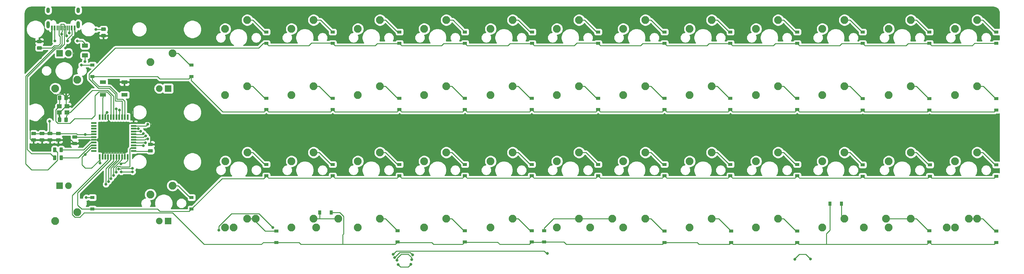
<source format=gbl>
G04 #@! TF.GenerationSoftware,KiCad,Pcbnew,(5.1.5)-3*
G04 #@! TF.CreationDate,2020-09-20T23:58:44-07:00*
G04 #@! TF.ProjectId,EUISOpcb,45554953-4f70-4636-922e-6b696361645f,rev?*
G04 #@! TF.SameCoordinates,Original*
G04 #@! TF.FileFunction,Copper,L2,Bot*
G04 #@! TF.FilePolarity,Positive*
%FSLAX46Y46*%
G04 Gerber Fmt 4.6, Leading zero omitted, Abs format (unit mm)*
G04 Created by KiCad (PCBNEW (5.1.5)-3) date 2020-09-20 23:58:44*
%MOMM*%
%LPD*%
G04 APERTURE LIST*
%ADD10C,2.250000*%
%ADD11R,0.600000X1.450000*%
%ADD12R,0.300000X1.450000*%
%ADD13O,1.000000X2.100000*%
%ADD14O,1.000000X1.600000*%
%ADD15R,1.905000X1.905000*%
%ADD16C,1.905000*%
%ADD17C,0.100000*%
%ADD18R,1.400000X1.200000*%
%ADD19R,0.550000X1.500000*%
%ADD20R,1.500000X0.550000*%
%ADD21R,1.800000X1.100000*%
%ADD22R,1.200000X0.900000*%
%ADD23R,0.900000X1.200000*%
%ADD24C,0.800000*%
%ADD25C,0.250000*%
%ADD26C,0.254000*%
G04 APERTURE END LIST*
D10*
X71678800Y-97383600D03*
X65328800Y-99923600D03*
D11*
X22046000Y-61576000D03*
X21246000Y-61576000D03*
X16346000Y-61576000D03*
X15546000Y-61576000D03*
X15546000Y-61576000D03*
X16346000Y-61576000D03*
X21246000Y-61576000D03*
X22046000Y-61576000D03*
D12*
X17046000Y-61576000D03*
X17546000Y-61576000D03*
X18046000Y-61576000D03*
X19046000Y-61576000D03*
X19546000Y-61576000D03*
X20046000Y-61576000D03*
X20546000Y-61576000D03*
X18546000Y-61576000D03*
D13*
X23116000Y-60661000D03*
X14476000Y-60661000D03*
D14*
X14476000Y-56481000D03*
X23116000Y-56481000D03*
D15*
X17780000Y-106934000D03*
D16*
X20320000Y-106934000D03*
D10*
X22860000Y-114554000D03*
X16510000Y-117094000D03*
X278765000Y-116459000D03*
X272415000Y-118999000D03*
X254957000Y-116459000D03*
X248607000Y-118999000D03*
X97790000Y-116466000D03*
X91440000Y-119006000D03*
X74041000Y-116459000D03*
X67691000Y-118999000D03*
X176403000Y-116459000D03*
X170053000Y-118999000D03*
G04 #@! TA.AperFunction,SMDPad,CuDef*
D17*
G36*
X25668504Y-66048204D02*
G01*
X25692773Y-66051804D01*
X25716571Y-66057765D01*
X25739671Y-66066030D01*
X25761849Y-66076520D01*
X25782893Y-66089133D01*
X25802598Y-66103747D01*
X25820777Y-66120223D01*
X25837253Y-66138402D01*
X25851867Y-66158107D01*
X25864480Y-66179151D01*
X25874970Y-66201329D01*
X25883235Y-66224429D01*
X25889196Y-66248227D01*
X25892796Y-66272496D01*
X25894000Y-66297000D01*
X25894000Y-67047000D01*
X25892796Y-67071504D01*
X25889196Y-67095773D01*
X25883235Y-67119571D01*
X25874970Y-67142671D01*
X25864480Y-67164849D01*
X25851867Y-67185893D01*
X25837253Y-67205598D01*
X25820777Y-67223777D01*
X25802598Y-67240253D01*
X25782893Y-67254867D01*
X25761849Y-67267480D01*
X25739671Y-67277970D01*
X25716571Y-67286235D01*
X25692773Y-67292196D01*
X25668504Y-67295796D01*
X25644000Y-67297000D01*
X24394000Y-67297000D01*
X24369496Y-67295796D01*
X24345227Y-67292196D01*
X24321429Y-67286235D01*
X24298329Y-67277970D01*
X24276151Y-67267480D01*
X24255107Y-67254867D01*
X24235402Y-67240253D01*
X24217223Y-67223777D01*
X24200747Y-67205598D01*
X24186133Y-67185893D01*
X24173520Y-67164849D01*
X24163030Y-67142671D01*
X24154765Y-67119571D01*
X24148804Y-67095773D01*
X24145204Y-67071504D01*
X24144000Y-67047000D01*
X24144000Y-66297000D01*
X24145204Y-66272496D01*
X24148804Y-66248227D01*
X24154765Y-66224429D01*
X24163030Y-66201329D01*
X24173520Y-66179151D01*
X24186133Y-66158107D01*
X24200747Y-66138402D01*
X24217223Y-66120223D01*
X24235402Y-66103747D01*
X24255107Y-66089133D01*
X24276151Y-66076520D01*
X24298329Y-66066030D01*
X24321429Y-66057765D01*
X24345227Y-66051804D01*
X24369496Y-66048204D01*
X24394000Y-66047000D01*
X25644000Y-66047000D01*
X25668504Y-66048204D01*
G37*
G04 #@! TD.AperFunction*
G04 #@! TA.AperFunction,SMDPad,CuDef*
G36*
X25668504Y-68848204D02*
G01*
X25692773Y-68851804D01*
X25716571Y-68857765D01*
X25739671Y-68866030D01*
X25761849Y-68876520D01*
X25782893Y-68889133D01*
X25802598Y-68903747D01*
X25820777Y-68920223D01*
X25837253Y-68938402D01*
X25851867Y-68958107D01*
X25864480Y-68979151D01*
X25874970Y-69001329D01*
X25883235Y-69024429D01*
X25889196Y-69048227D01*
X25892796Y-69072496D01*
X25894000Y-69097000D01*
X25894000Y-69847000D01*
X25892796Y-69871504D01*
X25889196Y-69895773D01*
X25883235Y-69919571D01*
X25874970Y-69942671D01*
X25864480Y-69964849D01*
X25851867Y-69985893D01*
X25837253Y-70005598D01*
X25820777Y-70023777D01*
X25802598Y-70040253D01*
X25782893Y-70054867D01*
X25761849Y-70067480D01*
X25739671Y-70077970D01*
X25716571Y-70086235D01*
X25692773Y-70092196D01*
X25668504Y-70095796D01*
X25644000Y-70097000D01*
X24394000Y-70097000D01*
X24369496Y-70095796D01*
X24345227Y-70092196D01*
X24321429Y-70086235D01*
X24298329Y-70077970D01*
X24276151Y-70067480D01*
X24255107Y-70054867D01*
X24235402Y-70040253D01*
X24217223Y-70023777D01*
X24200747Y-70005598D01*
X24186133Y-69985893D01*
X24173520Y-69964849D01*
X24163030Y-69942671D01*
X24154765Y-69919571D01*
X24148804Y-69895773D01*
X24145204Y-69871504D01*
X24144000Y-69847000D01*
X24144000Y-69097000D01*
X24145204Y-69072496D01*
X24148804Y-69048227D01*
X24154765Y-69024429D01*
X24163030Y-69001329D01*
X24173520Y-68979151D01*
X24186133Y-68958107D01*
X24200747Y-68938402D01*
X24217223Y-68920223D01*
X24235402Y-68903747D01*
X24255107Y-68889133D01*
X24276151Y-68876520D01*
X24298329Y-68866030D01*
X24321429Y-68857765D01*
X24345227Y-68851804D01*
X24369496Y-68848204D01*
X24394000Y-68847000D01*
X25644000Y-68847000D01*
X25668504Y-68848204D01*
G37*
G04 #@! TD.AperFunction*
D18*
X19853000Y-84152000D03*
X17653000Y-84152000D03*
X17653000Y-85852000D03*
X19853000Y-85852000D03*
D19*
X29274000Y-98664000D03*
X30074000Y-98664000D03*
X30874000Y-98664000D03*
X31674000Y-98664000D03*
X32474000Y-98664000D03*
X33274000Y-98664000D03*
X34074000Y-98664000D03*
X34874000Y-98664000D03*
X35674000Y-98664000D03*
X36474000Y-98664000D03*
X37274000Y-98664000D03*
D20*
X38974000Y-96964000D03*
X38974000Y-96164000D03*
X38974000Y-95364000D03*
X38974000Y-94564000D03*
X38974000Y-93764000D03*
X38974000Y-92964000D03*
X38974000Y-92164000D03*
X38974000Y-91364000D03*
X38974000Y-90564000D03*
X38974000Y-89764000D03*
X38974000Y-88964000D03*
D19*
X37274000Y-87264000D03*
X36474000Y-87264000D03*
X35674000Y-87264000D03*
X34874000Y-87264000D03*
X34074000Y-87264000D03*
X33274000Y-87264000D03*
X32474000Y-87264000D03*
X31674000Y-87264000D03*
X30874000Y-87264000D03*
X30074000Y-87264000D03*
X29274000Y-87264000D03*
D20*
X27574000Y-88964000D03*
X27574000Y-89764000D03*
X27574000Y-90564000D03*
X27574000Y-91364000D03*
X27574000Y-92164000D03*
X27574000Y-92964000D03*
X27574000Y-93764000D03*
X27574000Y-94564000D03*
X27574000Y-95364000D03*
X27574000Y-96164000D03*
X27574000Y-96964000D03*
D21*
X30174000Y-77144000D03*
X36374000Y-80844000D03*
X30174000Y-80844000D03*
X36374000Y-77144000D03*
G04 #@! TA.AperFunction,SMDPad,CuDef*
D17*
G36*
X44295142Y-96463174D02*
G01*
X44318803Y-96466684D01*
X44342007Y-96472496D01*
X44364529Y-96480554D01*
X44386153Y-96490782D01*
X44406670Y-96503079D01*
X44425883Y-96517329D01*
X44443607Y-96533393D01*
X44459671Y-96551117D01*
X44473921Y-96570330D01*
X44486218Y-96590847D01*
X44496446Y-96612471D01*
X44504504Y-96634993D01*
X44510316Y-96658197D01*
X44513826Y-96681858D01*
X44515000Y-96705750D01*
X44515000Y-97193250D01*
X44513826Y-97217142D01*
X44510316Y-97240803D01*
X44504504Y-97264007D01*
X44496446Y-97286529D01*
X44486218Y-97308153D01*
X44473921Y-97328670D01*
X44459671Y-97347883D01*
X44443607Y-97365607D01*
X44425883Y-97381671D01*
X44406670Y-97395921D01*
X44386153Y-97408218D01*
X44364529Y-97418446D01*
X44342007Y-97426504D01*
X44318803Y-97432316D01*
X44295142Y-97435826D01*
X44271250Y-97437000D01*
X43358750Y-97437000D01*
X43334858Y-97435826D01*
X43311197Y-97432316D01*
X43287993Y-97426504D01*
X43265471Y-97418446D01*
X43243847Y-97408218D01*
X43223330Y-97395921D01*
X43204117Y-97381671D01*
X43186393Y-97365607D01*
X43170329Y-97347883D01*
X43156079Y-97328670D01*
X43143782Y-97308153D01*
X43133554Y-97286529D01*
X43125496Y-97264007D01*
X43119684Y-97240803D01*
X43116174Y-97217142D01*
X43115000Y-97193250D01*
X43115000Y-96705750D01*
X43116174Y-96681858D01*
X43119684Y-96658197D01*
X43125496Y-96634993D01*
X43133554Y-96612471D01*
X43143782Y-96590847D01*
X43156079Y-96570330D01*
X43170329Y-96551117D01*
X43186393Y-96533393D01*
X43204117Y-96517329D01*
X43223330Y-96503079D01*
X43243847Y-96490782D01*
X43265471Y-96480554D01*
X43287993Y-96472496D01*
X43311197Y-96466684D01*
X43334858Y-96463174D01*
X43358750Y-96462000D01*
X44271250Y-96462000D01*
X44295142Y-96463174D01*
G37*
G04 #@! TD.AperFunction*
G04 #@! TA.AperFunction,SMDPad,CuDef*
G36*
X44295142Y-94588174D02*
G01*
X44318803Y-94591684D01*
X44342007Y-94597496D01*
X44364529Y-94605554D01*
X44386153Y-94615782D01*
X44406670Y-94628079D01*
X44425883Y-94642329D01*
X44443607Y-94658393D01*
X44459671Y-94676117D01*
X44473921Y-94695330D01*
X44486218Y-94715847D01*
X44496446Y-94737471D01*
X44504504Y-94759993D01*
X44510316Y-94783197D01*
X44513826Y-94806858D01*
X44515000Y-94830750D01*
X44515000Y-95318250D01*
X44513826Y-95342142D01*
X44510316Y-95365803D01*
X44504504Y-95389007D01*
X44496446Y-95411529D01*
X44486218Y-95433153D01*
X44473921Y-95453670D01*
X44459671Y-95472883D01*
X44443607Y-95490607D01*
X44425883Y-95506671D01*
X44406670Y-95520921D01*
X44386153Y-95533218D01*
X44364529Y-95543446D01*
X44342007Y-95551504D01*
X44318803Y-95557316D01*
X44295142Y-95560826D01*
X44271250Y-95562000D01*
X43358750Y-95562000D01*
X43334858Y-95560826D01*
X43311197Y-95557316D01*
X43287993Y-95551504D01*
X43265471Y-95543446D01*
X43243847Y-95533218D01*
X43223330Y-95520921D01*
X43204117Y-95506671D01*
X43186393Y-95490607D01*
X43170329Y-95472883D01*
X43156079Y-95453670D01*
X43143782Y-95433153D01*
X43133554Y-95411529D01*
X43125496Y-95389007D01*
X43119684Y-95365803D01*
X43116174Y-95342142D01*
X43115000Y-95318250D01*
X43115000Y-94830750D01*
X43116174Y-94806858D01*
X43119684Y-94783197D01*
X43125496Y-94759993D01*
X43133554Y-94737471D01*
X43143782Y-94715847D01*
X43156079Y-94695330D01*
X43170329Y-94676117D01*
X43186393Y-94658393D01*
X43204117Y-94642329D01*
X43223330Y-94628079D01*
X43243847Y-94615782D01*
X43265471Y-94605554D01*
X43287993Y-94597496D01*
X43311197Y-94591684D01*
X43334858Y-94588174D01*
X43358750Y-94587000D01*
X44271250Y-94587000D01*
X44295142Y-94588174D01*
G37*
G04 #@! TD.AperFunction*
G04 #@! TA.AperFunction,SMDPad,CuDef*
G36*
X16602142Y-98234174D02*
G01*
X16625803Y-98237684D01*
X16649007Y-98243496D01*
X16671529Y-98251554D01*
X16693153Y-98261782D01*
X16713670Y-98274079D01*
X16732883Y-98288329D01*
X16750607Y-98304393D01*
X16766671Y-98322117D01*
X16780921Y-98341330D01*
X16793218Y-98361847D01*
X16803446Y-98383471D01*
X16811504Y-98405993D01*
X16817316Y-98429197D01*
X16820826Y-98452858D01*
X16822000Y-98476750D01*
X16822000Y-99389250D01*
X16820826Y-99413142D01*
X16817316Y-99436803D01*
X16811504Y-99460007D01*
X16803446Y-99482529D01*
X16793218Y-99504153D01*
X16780921Y-99524670D01*
X16766671Y-99543883D01*
X16750607Y-99561607D01*
X16732883Y-99577671D01*
X16713670Y-99591921D01*
X16693153Y-99604218D01*
X16671529Y-99614446D01*
X16649007Y-99622504D01*
X16625803Y-99628316D01*
X16602142Y-99631826D01*
X16578250Y-99633000D01*
X16090750Y-99633000D01*
X16066858Y-99631826D01*
X16043197Y-99628316D01*
X16019993Y-99622504D01*
X15997471Y-99614446D01*
X15975847Y-99604218D01*
X15955330Y-99591921D01*
X15936117Y-99577671D01*
X15918393Y-99561607D01*
X15902329Y-99543883D01*
X15888079Y-99524670D01*
X15875782Y-99504153D01*
X15865554Y-99482529D01*
X15857496Y-99460007D01*
X15851684Y-99436803D01*
X15848174Y-99413142D01*
X15847000Y-99389250D01*
X15847000Y-98476750D01*
X15848174Y-98452858D01*
X15851684Y-98429197D01*
X15857496Y-98405993D01*
X15865554Y-98383471D01*
X15875782Y-98361847D01*
X15888079Y-98341330D01*
X15902329Y-98322117D01*
X15918393Y-98304393D01*
X15936117Y-98288329D01*
X15955330Y-98274079D01*
X15975847Y-98261782D01*
X15997471Y-98251554D01*
X16019993Y-98243496D01*
X16043197Y-98237684D01*
X16066858Y-98234174D01*
X16090750Y-98233000D01*
X16578250Y-98233000D01*
X16602142Y-98234174D01*
G37*
G04 #@! TD.AperFunction*
G04 #@! TA.AperFunction,SMDPad,CuDef*
G36*
X18477142Y-98234174D02*
G01*
X18500803Y-98237684D01*
X18524007Y-98243496D01*
X18546529Y-98251554D01*
X18568153Y-98261782D01*
X18588670Y-98274079D01*
X18607883Y-98288329D01*
X18625607Y-98304393D01*
X18641671Y-98322117D01*
X18655921Y-98341330D01*
X18668218Y-98361847D01*
X18678446Y-98383471D01*
X18686504Y-98405993D01*
X18692316Y-98429197D01*
X18695826Y-98452858D01*
X18697000Y-98476750D01*
X18697000Y-99389250D01*
X18695826Y-99413142D01*
X18692316Y-99436803D01*
X18686504Y-99460007D01*
X18678446Y-99482529D01*
X18668218Y-99504153D01*
X18655921Y-99524670D01*
X18641671Y-99543883D01*
X18625607Y-99561607D01*
X18607883Y-99577671D01*
X18588670Y-99591921D01*
X18568153Y-99604218D01*
X18546529Y-99614446D01*
X18524007Y-99622504D01*
X18500803Y-99628316D01*
X18477142Y-99631826D01*
X18453250Y-99633000D01*
X17965750Y-99633000D01*
X17941858Y-99631826D01*
X17918197Y-99628316D01*
X17894993Y-99622504D01*
X17872471Y-99614446D01*
X17850847Y-99604218D01*
X17830330Y-99591921D01*
X17811117Y-99577671D01*
X17793393Y-99561607D01*
X17777329Y-99543883D01*
X17763079Y-99524670D01*
X17750782Y-99504153D01*
X17740554Y-99482529D01*
X17732496Y-99460007D01*
X17726684Y-99436803D01*
X17723174Y-99413142D01*
X17722000Y-99389250D01*
X17722000Y-98476750D01*
X17723174Y-98452858D01*
X17726684Y-98429197D01*
X17732496Y-98405993D01*
X17740554Y-98383471D01*
X17750782Y-98361847D01*
X17763079Y-98341330D01*
X17777329Y-98322117D01*
X17793393Y-98304393D01*
X17811117Y-98288329D01*
X17830330Y-98274079D01*
X17850847Y-98261782D01*
X17872471Y-98251554D01*
X17894993Y-98243496D01*
X17918197Y-98237684D01*
X17941858Y-98234174D01*
X17965750Y-98233000D01*
X18453250Y-98233000D01*
X18477142Y-98234174D01*
G37*
G04 #@! TD.AperFunction*
G04 #@! TA.AperFunction,SMDPad,CuDef*
G36*
X16602142Y-95948174D02*
G01*
X16625803Y-95951684D01*
X16649007Y-95957496D01*
X16671529Y-95965554D01*
X16693153Y-95975782D01*
X16713670Y-95988079D01*
X16732883Y-96002329D01*
X16750607Y-96018393D01*
X16766671Y-96036117D01*
X16780921Y-96055330D01*
X16793218Y-96075847D01*
X16803446Y-96097471D01*
X16811504Y-96119993D01*
X16817316Y-96143197D01*
X16820826Y-96166858D01*
X16822000Y-96190750D01*
X16822000Y-97103250D01*
X16820826Y-97127142D01*
X16817316Y-97150803D01*
X16811504Y-97174007D01*
X16803446Y-97196529D01*
X16793218Y-97218153D01*
X16780921Y-97238670D01*
X16766671Y-97257883D01*
X16750607Y-97275607D01*
X16732883Y-97291671D01*
X16713670Y-97305921D01*
X16693153Y-97318218D01*
X16671529Y-97328446D01*
X16649007Y-97336504D01*
X16625803Y-97342316D01*
X16602142Y-97345826D01*
X16578250Y-97347000D01*
X16090750Y-97347000D01*
X16066858Y-97345826D01*
X16043197Y-97342316D01*
X16019993Y-97336504D01*
X15997471Y-97328446D01*
X15975847Y-97318218D01*
X15955330Y-97305921D01*
X15936117Y-97291671D01*
X15918393Y-97275607D01*
X15902329Y-97257883D01*
X15888079Y-97238670D01*
X15875782Y-97218153D01*
X15865554Y-97196529D01*
X15857496Y-97174007D01*
X15851684Y-97150803D01*
X15848174Y-97127142D01*
X15847000Y-97103250D01*
X15847000Y-96190750D01*
X15848174Y-96166858D01*
X15851684Y-96143197D01*
X15857496Y-96119993D01*
X15865554Y-96097471D01*
X15875782Y-96075847D01*
X15888079Y-96055330D01*
X15902329Y-96036117D01*
X15918393Y-96018393D01*
X15936117Y-96002329D01*
X15955330Y-95988079D01*
X15975847Y-95975782D01*
X15997471Y-95965554D01*
X16019993Y-95957496D01*
X16043197Y-95951684D01*
X16066858Y-95948174D01*
X16090750Y-95947000D01*
X16578250Y-95947000D01*
X16602142Y-95948174D01*
G37*
G04 #@! TD.AperFunction*
G04 #@! TA.AperFunction,SMDPad,CuDef*
G36*
X18477142Y-95948174D02*
G01*
X18500803Y-95951684D01*
X18524007Y-95957496D01*
X18546529Y-95965554D01*
X18568153Y-95975782D01*
X18588670Y-95988079D01*
X18607883Y-96002329D01*
X18625607Y-96018393D01*
X18641671Y-96036117D01*
X18655921Y-96055330D01*
X18668218Y-96075847D01*
X18678446Y-96097471D01*
X18686504Y-96119993D01*
X18692316Y-96143197D01*
X18695826Y-96166858D01*
X18697000Y-96190750D01*
X18697000Y-97103250D01*
X18695826Y-97127142D01*
X18692316Y-97150803D01*
X18686504Y-97174007D01*
X18678446Y-97196529D01*
X18668218Y-97218153D01*
X18655921Y-97238670D01*
X18641671Y-97257883D01*
X18625607Y-97275607D01*
X18607883Y-97291671D01*
X18588670Y-97305921D01*
X18568153Y-97318218D01*
X18546529Y-97328446D01*
X18524007Y-97336504D01*
X18500803Y-97342316D01*
X18477142Y-97345826D01*
X18453250Y-97347000D01*
X17965750Y-97347000D01*
X17941858Y-97345826D01*
X17918197Y-97342316D01*
X17894993Y-97336504D01*
X17872471Y-97328446D01*
X17850847Y-97318218D01*
X17830330Y-97305921D01*
X17811117Y-97291671D01*
X17793393Y-97275607D01*
X17777329Y-97257883D01*
X17763079Y-97238670D01*
X17750782Y-97218153D01*
X17740554Y-97196529D01*
X17732496Y-97174007D01*
X17726684Y-97150803D01*
X17723174Y-97127142D01*
X17722000Y-97103250D01*
X17722000Y-96190750D01*
X17723174Y-96166858D01*
X17726684Y-96143197D01*
X17732496Y-96119993D01*
X17740554Y-96097471D01*
X17750782Y-96075847D01*
X17763079Y-96055330D01*
X17777329Y-96036117D01*
X17793393Y-96018393D01*
X17811117Y-96002329D01*
X17830330Y-95988079D01*
X17850847Y-95975782D01*
X17872471Y-95965554D01*
X17894993Y-95957496D01*
X17918197Y-95951684D01*
X17941858Y-95948174D01*
X17965750Y-95947000D01*
X18453250Y-95947000D01*
X18477142Y-95948174D01*
G37*
G04 #@! TD.AperFunction*
G04 #@! TA.AperFunction,SMDPad,CuDef*
G36*
X30833142Y-61441174D02*
G01*
X30856803Y-61444684D01*
X30880007Y-61450496D01*
X30902529Y-61458554D01*
X30924153Y-61468782D01*
X30944670Y-61481079D01*
X30963883Y-61495329D01*
X30981607Y-61511393D01*
X30997671Y-61529117D01*
X31011921Y-61548330D01*
X31024218Y-61568847D01*
X31034446Y-61590471D01*
X31042504Y-61612993D01*
X31048316Y-61636197D01*
X31051826Y-61659858D01*
X31053000Y-61683750D01*
X31053000Y-62171250D01*
X31051826Y-62195142D01*
X31048316Y-62218803D01*
X31042504Y-62242007D01*
X31034446Y-62264529D01*
X31024218Y-62286153D01*
X31011921Y-62306670D01*
X30997671Y-62325883D01*
X30981607Y-62343607D01*
X30963883Y-62359671D01*
X30944670Y-62373921D01*
X30924153Y-62386218D01*
X30902529Y-62396446D01*
X30880007Y-62404504D01*
X30856803Y-62410316D01*
X30833142Y-62413826D01*
X30809250Y-62415000D01*
X29896750Y-62415000D01*
X29872858Y-62413826D01*
X29849197Y-62410316D01*
X29825993Y-62404504D01*
X29803471Y-62396446D01*
X29781847Y-62386218D01*
X29761330Y-62373921D01*
X29742117Y-62359671D01*
X29724393Y-62343607D01*
X29708329Y-62325883D01*
X29694079Y-62306670D01*
X29681782Y-62286153D01*
X29671554Y-62264529D01*
X29663496Y-62242007D01*
X29657684Y-62218803D01*
X29654174Y-62195142D01*
X29653000Y-62171250D01*
X29653000Y-61683750D01*
X29654174Y-61659858D01*
X29657684Y-61636197D01*
X29663496Y-61612993D01*
X29671554Y-61590471D01*
X29681782Y-61568847D01*
X29694079Y-61548330D01*
X29708329Y-61529117D01*
X29724393Y-61511393D01*
X29742117Y-61495329D01*
X29761330Y-61481079D01*
X29781847Y-61468782D01*
X29803471Y-61458554D01*
X29825993Y-61450496D01*
X29849197Y-61444684D01*
X29872858Y-61441174D01*
X29896750Y-61440000D01*
X30809250Y-61440000D01*
X30833142Y-61441174D01*
G37*
G04 #@! TD.AperFunction*
G04 #@! TA.AperFunction,SMDPad,CuDef*
G36*
X30833142Y-63316174D02*
G01*
X30856803Y-63319684D01*
X30880007Y-63325496D01*
X30902529Y-63333554D01*
X30924153Y-63343782D01*
X30944670Y-63356079D01*
X30963883Y-63370329D01*
X30981607Y-63386393D01*
X30997671Y-63404117D01*
X31011921Y-63423330D01*
X31024218Y-63443847D01*
X31034446Y-63465471D01*
X31042504Y-63487993D01*
X31048316Y-63511197D01*
X31051826Y-63534858D01*
X31053000Y-63558750D01*
X31053000Y-64046250D01*
X31051826Y-64070142D01*
X31048316Y-64093803D01*
X31042504Y-64117007D01*
X31034446Y-64139529D01*
X31024218Y-64161153D01*
X31011921Y-64181670D01*
X30997671Y-64200883D01*
X30981607Y-64218607D01*
X30963883Y-64234671D01*
X30944670Y-64248921D01*
X30924153Y-64261218D01*
X30902529Y-64271446D01*
X30880007Y-64279504D01*
X30856803Y-64285316D01*
X30833142Y-64288826D01*
X30809250Y-64290000D01*
X29896750Y-64290000D01*
X29872858Y-64288826D01*
X29849197Y-64285316D01*
X29825993Y-64279504D01*
X29803471Y-64271446D01*
X29781847Y-64261218D01*
X29761330Y-64248921D01*
X29742117Y-64234671D01*
X29724393Y-64218607D01*
X29708329Y-64200883D01*
X29694079Y-64181670D01*
X29681782Y-64161153D01*
X29671554Y-64139529D01*
X29663496Y-64117007D01*
X29657684Y-64093803D01*
X29654174Y-64070142D01*
X29653000Y-64046250D01*
X29653000Y-63558750D01*
X29654174Y-63534858D01*
X29657684Y-63511197D01*
X29663496Y-63487993D01*
X29671554Y-63465471D01*
X29681782Y-63443847D01*
X29694079Y-63423330D01*
X29708329Y-63404117D01*
X29724393Y-63386393D01*
X29742117Y-63370329D01*
X29761330Y-63356079D01*
X29781847Y-63343782D01*
X29803471Y-63333554D01*
X29825993Y-63325496D01*
X29849197Y-63319684D01*
X29872858Y-63316174D01*
X29896750Y-63315000D01*
X30809250Y-63315000D01*
X30833142Y-63316174D01*
G37*
G04 #@! TD.AperFunction*
G04 #@! TA.AperFunction,SMDPad,CuDef*
G36*
X12418142Y-66872174D02*
G01*
X12441803Y-66875684D01*
X12465007Y-66881496D01*
X12487529Y-66889554D01*
X12509153Y-66899782D01*
X12529670Y-66912079D01*
X12548883Y-66926329D01*
X12566607Y-66942393D01*
X12582671Y-66960117D01*
X12596921Y-66979330D01*
X12609218Y-66999847D01*
X12619446Y-67021471D01*
X12627504Y-67043993D01*
X12633316Y-67067197D01*
X12636826Y-67090858D01*
X12638000Y-67114750D01*
X12638000Y-67602250D01*
X12636826Y-67626142D01*
X12633316Y-67649803D01*
X12627504Y-67673007D01*
X12619446Y-67695529D01*
X12609218Y-67717153D01*
X12596921Y-67737670D01*
X12582671Y-67756883D01*
X12566607Y-67774607D01*
X12548883Y-67790671D01*
X12529670Y-67804921D01*
X12509153Y-67817218D01*
X12487529Y-67827446D01*
X12465007Y-67835504D01*
X12441803Y-67841316D01*
X12418142Y-67844826D01*
X12394250Y-67846000D01*
X11481750Y-67846000D01*
X11457858Y-67844826D01*
X11434197Y-67841316D01*
X11410993Y-67835504D01*
X11388471Y-67827446D01*
X11366847Y-67817218D01*
X11346330Y-67804921D01*
X11327117Y-67790671D01*
X11309393Y-67774607D01*
X11293329Y-67756883D01*
X11279079Y-67737670D01*
X11266782Y-67717153D01*
X11256554Y-67695529D01*
X11248496Y-67673007D01*
X11242684Y-67649803D01*
X11239174Y-67626142D01*
X11238000Y-67602250D01*
X11238000Y-67114750D01*
X11239174Y-67090858D01*
X11242684Y-67067197D01*
X11248496Y-67043993D01*
X11256554Y-67021471D01*
X11266782Y-66999847D01*
X11279079Y-66979330D01*
X11293329Y-66960117D01*
X11309393Y-66942393D01*
X11327117Y-66926329D01*
X11346330Y-66912079D01*
X11366847Y-66899782D01*
X11388471Y-66889554D01*
X11410993Y-66881496D01*
X11434197Y-66875684D01*
X11457858Y-66872174D01*
X11481750Y-66871000D01*
X12394250Y-66871000D01*
X12418142Y-66872174D01*
G37*
G04 #@! TD.AperFunction*
G04 #@! TA.AperFunction,SMDPad,CuDef*
G36*
X12418142Y-64997174D02*
G01*
X12441803Y-65000684D01*
X12465007Y-65006496D01*
X12487529Y-65014554D01*
X12509153Y-65024782D01*
X12529670Y-65037079D01*
X12548883Y-65051329D01*
X12566607Y-65067393D01*
X12582671Y-65085117D01*
X12596921Y-65104330D01*
X12609218Y-65124847D01*
X12619446Y-65146471D01*
X12627504Y-65168993D01*
X12633316Y-65192197D01*
X12636826Y-65215858D01*
X12638000Y-65239750D01*
X12638000Y-65727250D01*
X12636826Y-65751142D01*
X12633316Y-65774803D01*
X12627504Y-65798007D01*
X12619446Y-65820529D01*
X12609218Y-65842153D01*
X12596921Y-65862670D01*
X12582671Y-65881883D01*
X12566607Y-65899607D01*
X12548883Y-65915671D01*
X12529670Y-65929921D01*
X12509153Y-65942218D01*
X12487529Y-65952446D01*
X12465007Y-65960504D01*
X12441803Y-65966316D01*
X12418142Y-65969826D01*
X12394250Y-65971000D01*
X11481750Y-65971000D01*
X11457858Y-65969826D01*
X11434197Y-65966316D01*
X11410993Y-65960504D01*
X11388471Y-65952446D01*
X11366847Y-65942218D01*
X11346330Y-65929921D01*
X11327117Y-65915671D01*
X11309393Y-65899607D01*
X11293329Y-65881883D01*
X11279079Y-65862670D01*
X11266782Y-65842153D01*
X11256554Y-65820529D01*
X11248496Y-65798007D01*
X11242684Y-65774803D01*
X11239174Y-65751142D01*
X11238000Y-65727250D01*
X11238000Y-65239750D01*
X11239174Y-65215858D01*
X11242684Y-65192197D01*
X11248496Y-65168993D01*
X11256554Y-65146471D01*
X11266782Y-65124847D01*
X11279079Y-65104330D01*
X11293329Y-65085117D01*
X11309393Y-65067393D01*
X11327117Y-65051329D01*
X11346330Y-65037079D01*
X11366847Y-65024782D01*
X11388471Y-65014554D01*
X11410993Y-65006496D01*
X11434197Y-65000684D01*
X11457858Y-64997174D01*
X11481750Y-64996000D01*
X12394250Y-64996000D01*
X12418142Y-64997174D01*
G37*
G04 #@! TD.AperFunction*
D10*
X281178000Y-116459000D03*
X274828000Y-118999000D03*
X262128000Y-116459000D03*
X255778000Y-118999000D03*
X243078000Y-116459000D03*
X236728000Y-118999000D03*
X224028000Y-116459000D03*
X217678000Y-118999000D03*
X204978000Y-116459000D03*
X198628000Y-118999000D03*
X185928000Y-116459000D03*
X179578000Y-118999000D03*
X166878000Y-116459000D03*
X160528000Y-118999000D03*
X147828000Y-116459000D03*
X141478000Y-118999000D03*
X128778000Y-116459000D03*
X122428000Y-118999000D03*
X109728000Y-116459000D03*
X103378000Y-118999000D03*
X90678000Y-116459000D03*
X84328000Y-118999000D03*
X71628000Y-116459000D03*
X65278000Y-118999000D03*
X281178000Y-97409000D03*
X274828000Y-99949000D03*
X262128000Y-97409000D03*
X255778000Y-99949000D03*
X243078000Y-97409000D03*
X236728000Y-99949000D03*
X224028000Y-97409000D03*
X217678000Y-99949000D03*
X204978000Y-97409000D03*
X198628000Y-99949000D03*
X185928000Y-97409000D03*
X179578000Y-99949000D03*
X166878000Y-97409000D03*
X160528000Y-99949000D03*
X147828000Y-97409000D03*
X141478000Y-99949000D03*
X128778000Y-97409000D03*
X122428000Y-99949000D03*
X109728000Y-97409000D03*
X103378000Y-99949000D03*
X90678000Y-97409000D03*
X84328000Y-99949000D03*
D15*
X48895000Y-117094000D03*
D16*
X46355000Y-117094000D03*
D10*
X43815000Y-109474000D03*
X50165000Y-106934000D03*
X281178000Y-78359000D03*
X274828000Y-80899000D03*
X262128000Y-78359000D03*
X255778000Y-80899000D03*
X243078000Y-78359000D03*
X236728000Y-80899000D03*
X224028000Y-78359000D03*
X217678000Y-80899000D03*
X204978000Y-78359000D03*
X198628000Y-80899000D03*
X185928000Y-78359000D03*
X179578000Y-80899000D03*
X166878000Y-78359000D03*
X160528000Y-80899000D03*
X147828000Y-78359000D03*
X141478000Y-80899000D03*
X128778000Y-78359000D03*
X122428000Y-80899000D03*
X109728000Y-78359000D03*
X103378000Y-80899000D03*
X90678000Y-78359000D03*
X84328000Y-80899000D03*
X71628000Y-78359000D03*
X65278000Y-80899000D03*
D15*
X48895000Y-78994000D03*
D16*
X46355000Y-78994000D03*
D10*
X43815000Y-71374000D03*
X50165000Y-68834000D03*
D15*
X17780000Y-68834000D03*
D16*
X20320000Y-68834000D03*
D10*
X22860000Y-76454000D03*
X16510000Y-78994000D03*
X281178000Y-59309000D03*
X274828000Y-61849000D03*
X262128000Y-59309000D03*
X255778000Y-61849000D03*
X243078000Y-59309000D03*
X236728000Y-61849000D03*
X224028000Y-59309000D03*
X217678000Y-61849000D03*
X204978000Y-59309000D03*
X198628000Y-61849000D03*
X185928000Y-59309000D03*
X179578000Y-61849000D03*
X166878000Y-59309000D03*
X160528000Y-61849000D03*
X147828000Y-59309000D03*
X141478000Y-61849000D03*
X128778000Y-59309000D03*
X122428000Y-61849000D03*
X109728000Y-59309000D03*
X103378000Y-61849000D03*
X90678000Y-59309000D03*
X84328000Y-61849000D03*
X71628000Y-59309000D03*
X65278000Y-61849000D03*
D22*
X286639000Y-120016000D03*
X286639000Y-123316000D03*
X267462000Y-119889000D03*
X267462000Y-123189000D03*
D23*
X242188000Y-112141000D03*
X238888000Y-112141000D03*
D22*
X229489000Y-120016000D03*
X229489000Y-123316000D03*
X210566000Y-120016000D03*
X210566000Y-123316000D03*
X191389000Y-120016000D03*
X191389000Y-123316000D03*
X156845000Y-119888000D03*
X156845000Y-123188000D03*
X153289000Y-119889000D03*
X153289000Y-123189000D03*
X134112000Y-119889000D03*
X134112000Y-123189000D03*
X114808000Y-119889000D03*
X114808000Y-123189000D03*
D23*
X92456000Y-114681000D03*
X95756000Y-114681000D03*
D22*
X80010000Y-120016000D03*
X80010000Y-123316000D03*
X286639000Y-100966000D03*
X286639000Y-104266000D03*
X267589000Y-100966000D03*
X267589000Y-104266000D03*
X248285000Y-100966000D03*
X248285000Y-104266000D03*
X229489000Y-100839000D03*
X229489000Y-104139000D03*
X210312000Y-100839000D03*
X210312000Y-104139000D03*
X191389000Y-100839000D03*
X191389000Y-104139000D03*
X172339000Y-100839000D03*
X172339000Y-104139000D03*
X153289000Y-100839000D03*
X153289000Y-104139000D03*
X134112000Y-100839000D03*
X134112000Y-104139000D03*
X115316000Y-100839000D03*
X115316000Y-104139000D03*
X96139000Y-100839000D03*
X96139000Y-104139000D03*
X77089000Y-100839000D03*
X77089000Y-104139000D03*
X55626000Y-110364000D03*
X55626000Y-113664000D03*
X27178000Y-110364000D03*
X27178000Y-113664000D03*
X286639000Y-81916000D03*
X286639000Y-85216000D03*
X267462000Y-81916000D03*
X267462000Y-85216000D03*
X248285000Y-81916000D03*
X248285000Y-85216000D03*
X229489000Y-81789000D03*
X229489000Y-85089000D03*
X210312000Y-81789000D03*
X210312000Y-85089000D03*
X191389000Y-81789000D03*
X191389000Y-85089000D03*
X172339000Y-81789000D03*
X172339000Y-85089000D03*
X153289000Y-81789000D03*
X153289000Y-85089000D03*
X134112000Y-81789000D03*
X134112000Y-85089000D03*
X115316000Y-81789000D03*
X115316000Y-85089000D03*
X96139000Y-81789000D03*
X96139000Y-85089000D03*
X77089000Y-81789000D03*
X77089000Y-85089000D03*
X55626000Y-72264000D03*
X55626000Y-75564000D03*
X27178000Y-72264000D03*
X27178000Y-75564000D03*
X286639000Y-62739000D03*
X286639000Y-66039000D03*
X267462000Y-62739000D03*
X267462000Y-66039000D03*
X248285000Y-62739000D03*
X248285000Y-66039000D03*
X229489000Y-62739000D03*
X229489000Y-66039000D03*
X210312000Y-62739000D03*
X210312000Y-66039000D03*
X191389000Y-62739000D03*
X191389000Y-66039000D03*
X172339000Y-62739000D03*
X172339000Y-66039000D03*
X153416000Y-62739000D03*
X153416000Y-66039000D03*
X134112000Y-62739000D03*
X134112000Y-66039000D03*
X115316000Y-62739000D03*
X115316000Y-66039000D03*
X96139000Y-62739000D03*
X96139000Y-66039000D03*
X77089000Y-62739000D03*
X77089000Y-66039000D03*
G04 #@! TA.AperFunction,SMDPad,CuDef*
D17*
G36*
X10767142Y-91461674D02*
G01*
X10790803Y-91465184D01*
X10814007Y-91470996D01*
X10836529Y-91479054D01*
X10858153Y-91489282D01*
X10878670Y-91501579D01*
X10897883Y-91515829D01*
X10915607Y-91531893D01*
X10931671Y-91549617D01*
X10945921Y-91568830D01*
X10958218Y-91589347D01*
X10968446Y-91610971D01*
X10976504Y-91633493D01*
X10982316Y-91656697D01*
X10985826Y-91680358D01*
X10987000Y-91704250D01*
X10987000Y-92191750D01*
X10985826Y-92215642D01*
X10982316Y-92239303D01*
X10976504Y-92262507D01*
X10968446Y-92285029D01*
X10958218Y-92306653D01*
X10945921Y-92327170D01*
X10931671Y-92346383D01*
X10915607Y-92364107D01*
X10897883Y-92380171D01*
X10878670Y-92394421D01*
X10858153Y-92406718D01*
X10836529Y-92416946D01*
X10814007Y-92425004D01*
X10790803Y-92430816D01*
X10767142Y-92434326D01*
X10743250Y-92435500D01*
X9830750Y-92435500D01*
X9806858Y-92434326D01*
X9783197Y-92430816D01*
X9759993Y-92425004D01*
X9737471Y-92416946D01*
X9715847Y-92406718D01*
X9695330Y-92394421D01*
X9676117Y-92380171D01*
X9658393Y-92364107D01*
X9642329Y-92346383D01*
X9628079Y-92327170D01*
X9615782Y-92306653D01*
X9605554Y-92285029D01*
X9597496Y-92262507D01*
X9591684Y-92239303D01*
X9588174Y-92215642D01*
X9587000Y-92191750D01*
X9587000Y-91704250D01*
X9588174Y-91680358D01*
X9591684Y-91656697D01*
X9597496Y-91633493D01*
X9605554Y-91610971D01*
X9615782Y-91589347D01*
X9628079Y-91568830D01*
X9642329Y-91549617D01*
X9658393Y-91531893D01*
X9676117Y-91515829D01*
X9695330Y-91501579D01*
X9715847Y-91489282D01*
X9737471Y-91479054D01*
X9759993Y-91470996D01*
X9783197Y-91465184D01*
X9806858Y-91461674D01*
X9830750Y-91460500D01*
X10743250Y-91460500D01*
X10767142Y-91461674D01*
G37*
G04 #@! TD.AperFunction*
G04 #@! TA.AperFunction,SMDPad,CuDef*
G36*
X10767142Y-93336674D02*
G01*
X10790803Y-93340184D01*
X10814007Y-93345996D01*
X10836529Y-93354054D01*
X10858153Y-93364282D01*
X10878670Y-93376579D01*
X10897883Y-93390829D01*
X10915607Y-93406893D01*
X10931671Y-93424617D01*
X10945921Y-93443830D01*
X10958218Y-93464347D01*
X10968446Y-93485971D01*
X10976504Y-93508493D01*
X10982316Y-93531697D01*
X10985826Y-93555358D01*
X10987000Y-93579250D01*
X10987000Y-94066750D01*
X10985826Y-94090642D01*
X10982316Y-94114303D01*
X10976504Y-94137507D01*
X10968446Y-94160029D01*
X10958218Y-94181653D01*
X10945921Y-94202170D01*
X10931671Y-94221383D01*
X10915607Y-94239107D01*
X10897883Y-94255171D01*
X10878670Y-94269421D01*
X10858153Y-94281718D01*
X10836529Y-94291946D01*
X10814007Y-94300004D01*
X10790803Y-94305816D01*
X10767142Y-94309326D01*
X10743250Y-94310500D01*
X9830750Y-94310500D01*
X9806858Y-94309326D01*
X9783197Y-94305816D01*
X9759993Y-94300004D01*
X9737471Y-94291946D01*
X9715847Y-94281718D01*
X9695330Y-94269421D01*
X9676117Y-94255171D01*
X9658393Y-94239107D01*
X9642329Y-94221383D01*
X9628079Y-94202170D01*
X9615782Y-94181653D01*
X9605554Y-94160029D01*
X9597496Y-94137507D01*
X9591684Y-94114303D01*
X9588174Y-94090642D01*
X9587000Y-94066750D01*
X9587000Y-93579250D01*
X9588174Y-93555358D01*
X9591684Y-93531697D01*
X9597496Y-93508493D01*
X9605554Y-93485971D01*
X9615782Y-93464347D01*
X9628079Y-93443830D01*
X9642329Y-93424617D01*
X9658393Y-93406893D01*
X9676117Y-93390829D01*
X9695330Y-93376579D01*
X9715847Y-93364282D01*
X9737471Y-93354054D01*
X9759993Y-93345996D01*
X9783197Y-93340184D01*
X9806858Y-93336674D01*
X9830750Y-93335500D01*
X10743250Y-93335500D01*
X10767142Y-93336674D01*
G37*
G04 #@! TD.AperFunction*
G04 #@! TA.AperFunction,SMDPad,CuDef*
G36*
X15466142Y-91461674D02*
G01*
X15489803Y-91465184D01*
X15513007Y-91470996D01*
X15535529Y-91479054D01*
X15557153Y-91489282D01*
X15577670Y-91501579D01*
X15596883Y-91515829D01*
X15614607Y-91531893D01*
X15630671Y-91549617D01*
X15644921Y-91568830D01*
X15657218Y-91589347D01*
X15667446Y-91610971D01*
X15675504Y-91633493D01*
X15681316Y-91656697D01*
X15684826Y-91680358D01*
X15686000Y-91704250D01*
X15686000Y-92191750D01*
X15684826Y-92215642D01*
X15681316Y-92239303D01*
X15675504Y-92262507D01*
X15667446Y-92285029D01*
X15657218Y-92306653D01*
X15644921Y-92327170D01*
X15630671Y-92346383D01*
X15614607Y-92364107D01*
X15596883Y-92380171D01*
X15577670Y-92394421D01*
X15557153Y-92406718D01*
X15535529Y-92416946D01*
X15513007Y-92425004D01*
X15489803Y-92430816D01*
X15466142Y-92434326D01*
X15442250Y-92435500D01*
X14529750Y-92435500D01*
X14505858Y-92434326D01*
X14482197Y-92430816D01*
X14458993Y-92425004D01*
X14436471Y-92416946D01*
X14414847Y-92406718D01*
X14394330Y-92394421D01*
X14375117Y-92380171D01*
X14357393Y-92364107D01*
X14341329Y-92346383D01*
X14327079Y-92327170D01*
X14314782Y-92306653D01*
X14304554Y-92285029D01*
X14296496Y-92262507D01*
X14290684Y-92239303D01*
X14287174Y-92215642D01*
X14286000Y-92191750D01*
X14286000Y-91704250D01*
X14287174Y-91680358D01*
X14290684Y-91656697D01*
X14296496Y-91633493D01*
X14304554Y-91610971D01*
X14314782Y-91589347D01*
X14327079Y-91568830D01*
X14341329Y-91549617D01*
X14357393Y-91531893D01*
X14375117Y-91515829D01*
X14394330Y-91501579D01*
X14414847Y-91489282D01*
X14436471Y-91479054D01*
X14458993Y-91470996D01*
X14482197Y-91465184D01*
X14505858Y-91461674D01*
X14529750Y-91460500D01*
X15442250Y-91460500D01*
X15466142Y-91461674D01*
G37*
G04 #@! TD.AperFunction*
G04 #@! TA.AperFunction,SMDPad,CuDef*
G36*
X15466142Y-93336674D02*
G01*
X15489803Y-93340184D01*
X15513007Y-93345996D01*
X15535529Y-93354054D01*
X15557153Y-93364282D01*
X15577670Y-93376579D01*
X15596883Y-93390829D01*
X15614607Y-93406893D01*
X15630671Y-93424617D01*
X15644921Y-93443830D01*
X15657218Y-93464347D01*
X15667446Y-93485971D01*
X15675504Y-93508493D01*
X15681316Y-93531697D01*
X15684826Y-93555358D01*
X15686000Y-93579250D01*
X15686000Y-94066750D01*
X15684826Y-94090642D01*
X15681316Y-94114303D01*
X15675504Y-94137507D01*
X15667446Y-94160029D01*
X15657218Y-94181653D01*
X15644921Y-94202170D01*
X15630671Y-94221383D01*
X15614607Y-94239107D01*
X15596883Y-94255171D01*
X15577670Y-94269421D01*
X15557153Y-94281718D01*
X15535529Y-94291946D01*
X15513007Y-94300004D01*
X15489803Y-94305816D01*
X15466142Y-94309326D01*
X15442250Y-94310500D01*
X14529750Y-94310500D01*
X14505858Y-94309326D01*
X14482197Y-94305816D01*
X14458993Y-94300004D01*
X14436471Y-94291946D01*
X14414847Y-94281718D01*
X14394330Y-94269421D01*
X14375117Y-94255171D01*
X14357393Y-94239107D01*
X14341329Y-94221383D01*
X14327079Y-94202170D01*
X14314782Y-94181653D01*
X14304554Y-94160029D01*
X14296496Y-94137507D01*
X14290684Y-94114303D01*
X14287174Y-94090642D01*
X14286000Y-94066750D01*
X14286000Y-93579250D01*
X14287174Y-93555358D01*
X14290684Y-93531697D01*
X14296496Y-93508493D01*
X14304554Y-93485971D01*
X14314782Y-93464347D01*
X14327079Y-93443830D01*
X14341329Y-93424617D01*
X14357393Y-93406893D01*
X14375117Y-93390829D01*
X14394330Y-93376579D01*
X14414847Y-93364282D01*
X14436471Y-93354054D01*
X14458993Y-93345996D01*
X14482197Y-93340184D01*
X14505858Y-93336674D01*
X14529750Y-93335500D01*
X15442250Y-93335500D01*
X15466142Y-93336674D01*
G37*
G04 #@! TD.AperFunction*
G04 #@! TA.AperFunction,SMDPad,CuDef*
G36*
X17879142Y-91461674D02*
G01*
X17902803Y-91465184D01*
X17926007Y-91470996D01*
X17948529Y-91479054D01*
X17970153Y-91489282D01*
X17990670Y-91501579D01*
X18009883Y-91515829D01*
X18027607Y-91531893D01*
X18043671Y-91549617D01*
X18057921Y-91568830D01*
X18070218Y-91589347D01*
X18080446Y-91610971D01*
X18088504Y-91633493D01*
X18094316Y-91656697D01*
X18097826Y-91680358D01*
X18099000Y-91704250D01*
X18099000Y-92191750D01*
X18097826Y-92215642D01*
X18094316Y-92239303D01*
X18088504Y-92262507D01*
X18080446Y-92285029D01*
X18070218Y-92306653D01*
X18057921Y-92327170D01*
X18043671Y-92346383D01*
X18027607Y-92364107D01*
X18009883Y-92380171D01*
X17990670Y-92394421D01*
X17970153Y-92406718D01*
X17948529Y-92416946D01*
X17926007Y-92425004D01*
X17902803Y-92430816D01*
X17879142Y-92434326D01*
X17855250Y-92435500D01*
X16942750Y-92435500D01*
X16918858Y-92434326D01*
X16895197Y-92430816D01*
X16871993Y-92425004D01*
X16849471Y-92416946D01*
X16827847Y-92406718D01*
X16807330Y-92394421D01*
X16788117Y-92380171D01*
X16770393Y-92364107D01*
X16754329Y-92346383D01*
X16740079Y-92327170D01*
X16727782Y-92306653D01*
X16717554Y-92285029D01*
X16709496Y-92262507D01*
X16703684Y-92239303D01*
X16700174Y-92215642D01*
X16699000Y-92191750D01*
X16699000Y-91704250D01*
X16700174Y-91680358D01*
X16703684Y-91656697D01*
X16709496Y-91633493D01*
X16717554Y-91610971D01*
X16727782Y-91589347D01*
X16740079Y-91568830D01*
X16754329Y-91549617D01*
X16770393Y-91531893D01*
X16788117Y-91515829D01*
X16807330Y-91501579D01*
X16827847Y-91489282D01*
X16849471Y-91479054D01*
X16871993Y-91470996D01*
X16895197Y-91465184D01*
X16918858Y-91461674D01*
X16942750Y-91460500D01*
X17855250Y-91460500D01*
X17879142Y-91461674D01*
G37*
G04 #@! TD.AperFunction*
G04 #@! TA.AperFunction,SMDPad,CuDef*
G36*
X17879142Y-93336674D02*
G01*
X17902803Y-93340184D01*
X17926007Y-93345996D01*
X17948529Y-93354054D01*
X17970153Y-93364282D01*
X17990670Y-93376579D01*
X18009883Y-93390829D01*
X18027607Y-93406893D01*
X18043671Y-93424617D01*
X18057921Y-93443830D01*
X18070218Y-93464347D01*
X18080446Y-93485971D01*
X18088504Y-93508493D01*
X18094316Y-93531697D01*
X18097826Y-93555358D01*
X18099000Y-93579250D01*
X18099000Y-94066750D01*
X18097826Y-94090642D01*
X18094316Y-94114303D01*
X18088504Y-94137507D01*
X18080446Y-94160029D01*
X18070218Y-94181653D01*
X18057921Y-94202170D01*
X18043671Y-94221383D01*
X18027607Y-94239107D01*
X18009883Y-94255171D01*
X17990670Y-94269421D01*
X17970153Y-94281718D01*
X17948529Y-94291946D01*
X17926007Y-94300004D01*
X17902803Y-94305816D01*
X17879142Y-94309326D01*
X17855250Y-94310500D01*
X16942750Y-94310500D01*
X16918858Y-94309326D01*
X16895197Y-94305816D01*
X16871993Y-94300004D01*
X16849471Y-94291946D01*
X16827847Y-94281718D01*
X16807330Y-94269421D01*
X16788117Y-94255171D01*
X16770393Y-94239107D01*
X16754329Y-94221383D01*
X16740079Y-94202170D01*
X16727782Y-94181653D01*
X16717554Y-94160029D01*
X16709496Y-94137507D01*
X16703684Y-94114303D01*
X16700174Y-94090642D01*
X16699000Y-94066750D01*
X16699000Y-93579250D01*
X16700174Y-93555358D01*
X16703684Y-93531697D01*
X16709496Y-93508493D01*
X16717554Y-93485971D01*
X16727782Y-93464347D01*
X16740079Y-93443830D01*
X16754329Y-93424617D01*
X16770393Y-93406893D01*
X16788117Y-93390829D01*
X16807330Y-93376579D01*
X16827847Y-93364282D01*
X16849471Y-93354054D01*
X16871993Y-93345996D01*
X16895197Y-93340184D01*
X16918858Y-93336674D01*
X16942750Y-93335500D01*
X17855250Y-93335500D01*
X17879142Y-93336674D01*
G37*
G04 #@! TD.AperFunction*
G04 #@! TA.AperFunction,SMDPad,CuDef*
G36*
X13180142Y-93336674D02*
G01*
X13203803Y-93340184D01*
X13227007Y-93345996D01*
X13249529Y-93354054D01*
X13271153Y-93364282D01*
X13291670Y-93376579D01*
X13310883Y-93390829D01*
X13328607Y-93406893D01*
X13344671Y-93424617D01*
X13358921Y-93443830D01*
X13371218Y-93464347D01*
X13381446Y-93485971D01*
X13389504Y-93508493D01*
X13395316Y-93531697D01*
X13398826Y-93555358D01*
X13400000Y-93579250D01*
X13400000Y-94066750D01*
X13398826Y-94090642D01*
X13395316Y-94114303D01*
X13389504Y-94137507D01*
X13381446Y-94160029D01*
X13371218Y-94181653D01*
X13358921Y-94202170D01*
X13344671Y-94221383D01*
X13328607Y-94239107D01*
X13310883Y-94255171D01*
X13291670Y-94269421D01*
X13271153Y-94281718D01*
X13249529Y-94291946D01*
X13227007Y-94300004D01*
X13203803Y-94305816D01*
X13180142Y-94309326D01*
X13156250Y-94310500D01*
X12243750Y-94310500D01*
X12219858Y-94309326D01*
X12196197Y-94305816D01*
X12172993Y-94300004D01*
X12150471Y-94291946D01*
X12128847Y-94281718D01*
X12108330Y-94269421D01*
X12089117Y-94255171D01*
X12071393Y-94239107D01*
X12055329Y-94221383D01*
X12041079Y-94202170D01*
X12028782Y-94181653D01*
X12018554Y-94160029D01*
X12010496Y-94137507D01*
X12004684Y-94114303D01*
X12001174Y-94090642D01*
X12000000Y-94066750D01*
X12000000Y-93579250D01*
X12001174Y-93555358D01*
X12004684Y-93531697D01*
X12010496Y-93508493D01*
X12018554Y-93485971D01*
X12028782Y-93464347D01*
X12041079Y-93443830D01*
X12055329Y-93424617D01*
X12071393Y-93406893D01*
X12089117Y-93390829D01*
X12108330Y-93376579D01*
X12128847Y-93364282D01*
X12150471Y-93354054D01*
X12172993Y-93345996D01*
X12196197Y-93340184D01*
X12219858Y-93336674D01*
X12243750Y-93335500D01*
X13156250Y-93335500D01*
X13180142Y-93336674D01*
G37*
G04 #@! TD.AperFunction*
G04 #@! TA.AperFunction,SMDPad,CuDef*
G36*
X13180142Y-91461674D02*
G01*
X13203803Y-91465184D01*
X13227007Y-91470996D01*
X13249529Y-91479054D01*
X13271153Y-91489282D01*
X13291670Y-91501579D01*
X13310883Y-91515829D01*
X13328607Y-91531893D01*
X13344671Y-91549617D01*
X13358921Y-91568830D01*
X13371218Y-91589347D01*
X13381446Y-91610971D01*
X13389504Y-91633493D01*
X13395316Y-91656697D01*
X13398826Y-91680358D01*
X13400000Y-91704250D01*
X13400000Y-92191750D01*
X13398826Y-92215642D01*
X13395316Y-92239303D01*
X13389504Y-92262507D01*
X13381446Y-92285029D01*
X13371218Y-92306653D01*
X13358921Y-92327170D01*
X13344671Y-92346383D01*
X13328607Y-92364107D01*
X13310883Y-92380171D01*
X13291670Y-92394421D01*
X13271153Y-92406718D01*
X13249529Y-92416946D01*
X13227007Y-92425004D01*
X13203803Y-92430816D01*
X13180142Y-92434326D01*
X13156250Y-92435500D01*
X12243750Y-92435500D01*
X12219858Y-92434326D01*
X12196197Y-92430816D01*
X12172993Y-92425004D01*
X12150471Y-92416946D01*
X12128847Y-92406718D01*
X12108330Y-92394421D01*
X12089117Y-92380171D01*
X12071393Y-92364107D01*
X12055329Y-92346383D01*
X12041079Y-92327170D01*
X12028782Y-92306653D01*
X12018554Y-92285029D01*
X12010496Y-92262507D01*
X12004684Y-92239303D01*
X12001174Y-92215642D01*
X12000000Y-92191750D01*
X12000000Y-91704250D01*
X12001174Y-91680358D01*
X12004684Y-91656697D01*
X12010496Y-91633493D01*
X12018554Y-91610971D01*
X12028782Y-91589347D01*
X12041079Y-91568830D01*
X12055329Y-91549617D01*
X12071393Y-91531893D01*
X12089117Y-91515829D01*
X12108330Y-91501579D01*
X12128847Y-91489282D01*
X12150471Y-91479054D01*
X12172993Y-91470996D01*
X12196197Y-91465184D01*
X12219858Y-91461674D01*
X12243750Y-91460500D01*
X13156250Y-91460500D01*
X13180142Y-91461674D01*
G37*
G04 #@! TD.AperFunction*
G04 #@! TA.AperFunction,SMDPad,CuDef*
G36*
X22578142Y-94352674D02*
G01*
X22601803Y-94356184D01*
X22625007Y-94361996D01*
X22647529Y-94370054D01*
X22669153Y-94380282D01*
X22689670Y-94392579D01*
X22708883Y-94406829D01*
X22726607Y-94422893D01*
X22742671Y-94440617D01*
X22756921Y-94459830D01*
X22769218Y-94480347D01*
X22779446Y-94501971D01*
X22787504Y-94524493D01*
X22793316Y-94547697D01*
X22796826Y-94571358D01*
X22798000Y-94595250D01*
X22798000Y-95082750D01*
X22796826Y-95106642D01*
X22793316Y-95130303D01*
X22787504Y-95153507D01*
X22779446Y-95176029D01*
X22769218Y-95197653D01*
X22756921Y-95218170D01*
X22742671Y-95237383D01*
X22726607Y-95255107D01*
X22708883Y-95271171D01*
X22689670Y-95285421D01*
X22669153Y-95297718D01*
X22647529Y-95307946D01*
X22625007Y-95316004D01*
X22601803Y-95321816D01*
X22578142Y-95325326D01*
X22554250Y-95326500D01*
X21641750Y-95326500D01*
X21617858Y-95325326D01*
X21594197Y-95321816D01*
X21570993Y-95316004D01*
X21548471Y-95307946D01*
X21526847Y-95297718D01*
X21506330Y-95285421D01*
X21487117Y-95271171D01*
X21469393Y-95255107D01*
X21453329Y-95237383D01*
X21439079Y-95218170D01*
X21426782Y-95197653D01*
X21416554Y-95176029D01*
X21408496Y-95153507D01*
X21402684Y-95130303D01*
X21399174Y-95106642D01*
X21398000Y-95082750D01*
X21398000Y-94595250D01*
X21399174Y-94571358D01*
X21402684Y-94547697D01*
X21408496Y-94524493D01*
X21416554Y-94501971D01*
X21426782Y-94480347D01*
X21439079Y-94459830D01*
X21453329Y-94440617D01*
X21469393Y-94422893D01*
X21487117Y-94406829D01*
X21506330Y-94392579D01*
X21526847Y-94380282D01*
X21548471Y-94370054D01*
X21570993Y-94361996D01*
X21594197Y-94356184D01*
X21617858Y-94352674D01*
X21641750Y-94351500D01*
X22554250Y-94351500D01*
X22578142Y-94352674D01*
G37*
G04 #@! TD.AperFunction*
G04 #@! TA.AperFunction,SMDPad,CuDef*
G36*
X22578142Y-92477674D02*
G01*
X22601803Y-92481184D01*
X22625007Y-92486996D01*
X22647529Y-92495054D01*
X22669153Y-92505282D01*
X22689670Y-92517579D01*
X22708883Y-92531829D01*
X22726607Y-92547893D01*
X22742671Y-92565617D01*
X22756921Y-92584830D01*
X22769218Y-92605347D01*
X22779446Y-92626971D01*
X22787504Y-92649493D01*
X22793316Y-92672697D01*
X22796826Y-92696358D01*
X22798000Y-92720250D01*
X22798000Y-93207750D01*
X22796826Y-93231642D01*
X22793316Y-93255303D01*
X22787504Y-93278507D01*
X22779446Y-93301029D01*
X22769218Y-93322653D01*
X22756921Y-93343170D01*
X22742671Y-93362383D01*
X22726607Y-93380107D01*
X22708883Y-93396171D01*
X22689670Y-93410421D01*
X22669153Y-93422718D01*
X22647529Y-93432946D01*
X22625007Y-93441004D01*
X22601803Y-93446816D01*
X22578142Y-93450326D01*
X22554250Y-93451500D01*
X21641750Y-93451500D01*
X21617858Y-93450326D01*
X21594197Y-93446816D01*
X21570993Y-93441004D01*
X21548471Y-93432946D01*
X21526847Y-93422718D01*
X21506330Y-93410421D01*
X21487117Y-93396171D01*
X21469393Y-93380107D01*
X21453329Y-93362383D01*
X21439079Y-93343170D01*
X21426782Y-93322653D01*
X21416554Y-93301029D01*
X21408496Y-93278507D01*
X21402684Y-93255303D01*
X21399174Y-93231642D01*
X21398000Y-93207750D01*
X21398000Y-92720250D01*
X21399174Y-92696358D01*
X21402684Y-92672697D01*
X21408496Y-92649493D01*
X21416554Y-92626971D01*
X21426782Y-92605347D01*
X21439079Y-92584830D01*
X21453329Y-92565617D01*
X21469393Y-92547893D01*
X21487117Y-92531829D01*
X21506330Y-92517579D01*
X21526847Y-92505282D01*
X21548471Y-92495054D01*
X21570993Y-92486996D01*
X21594197Y-92481184D01*
X21617858Y-92477674D01*
X21641750Y-92476500D01*
X22554250Y-92476500D01*
X22578142Y-92477674D01*
G37*
G04 #@! TD.AperFunction*
G04 #@! TA.AperFunction,SMDPad,CuDef*
G36*
X19874142Y-80962174D02*
G01*
X19897803Y-80965684D01*
X19921007Y-80971496D01*
X19943529Y-80979554D01*
X19965153Y-80989782D01*
X19985670Y-81002079D01*
X20004883Y-81016329D01*
X20022607Y-81032393D01*
X20038671Y-81050117D01*
X20052921Y-81069330D01*
X20065218Y-81089847D01*
X20075446Y-81111471D01*
X20083504Y-81133993D01*
X20089316Y-81157197D01*
X20092826Y-81180858D01*
X20094000Y-81204750D01*
X20094000Y-82117250D01*
X20092826Y-82141142D01*
X20089316Y-82164803D01*
X20083504Y-82188007D01*
X20075446Y-82210529D01*
X20065218Y-82232153D01*
X20052921Y-82252670D01*
X20038671Y-82271883D01*
X20022607Y-82289607D01*
X20004883Y-82305671D01*
X19985670Y-82319921D01*
X19965153Y-82332218D01*
X19943529Y-82342446D01*
X19921007Y-82350504D01*
X19897803Y-82356316D01*
X19874142Y-82359826D01*
X19850250Y-82361000D01*
X19362750Y-82361000D01*
X19338858Y-82359826D01*
X19315197Y-82356316D01*
X19291993Y-82350504D01*
X19269471Y-82342446D01*
X19247847Y-82332218D01*
X19227330Y-82319921D01*
X19208117Y-82305671D01*
X19190393Y-82289607D01*
X19174329Y-82271883D01*
X19160079Y-82252670D01*
X19147782Y-82232153D01*
X19137554Y-82210529D01*
X19129496Y-82188007D01*
X19123684Y-82164803D01*
X19120174Y-82141142D01*
X19119000Y-82117250D01*
X19119000Y-81204750D01*
X19120174Y-81180858D01*
X19123684Y-81157197D01*
X19129496Y-81133993D01*
X19137554Y-81111471D01*
X19147782Y-81089847D01*
X19160079Y-81069330D01*
X19174329Y-81050117D01*
X19190393Y-81032393D01*
X19208117Y-81016329D01*
X19227330Y-81002079D01*
X19247847Y-80989782D01*
X19269471Y-80979554D01*
X19291993Y-80971496D01*
X19315197Y-80965684D01*
X19338858Y-80962174D01*
X19362750Y-80961000D01*
X19850250Y-80961000D01*
X19874142Y-80962174D01*
G37*
G04 #@! TD.AperFunction*
G04 #@! TA.AperFunction,SMDPad,CuDef*
G36*
X17999142Y-80962174D02*
G01*
X18022803Y-80965684D01*
X18046007Y-80971496D01*
X18068529Y-80979554D01*
X18090153Y-80989782D01*
X18110670Y-81002079D01*
X18129883Y-81016329D01*
X18147607Y-81032393D01*
X18163671Y-81050117D01*
X18177921Y-81069330D01*
X18190218Y-81089847D01*
X18200446Y-81111471D01*
X18208504Y-81133993D01*
X18214316Y-81157197D01*
X18217826Y-81180858D01*
X18219000Y-81204750D01*
X18219000Y-82117250D01*
X18217826Y-82141142D01*
X18214316Y-82164803D01*
X18208504Y-82188007D01*
X18200446Y-82210529D01*
X18190218Y-82232153D01*
X18177921Y-82252670D01*
X18163671Y-82271883D01*
X18147607Y-82289607D01*
X18129883Y-82305671D01*
X18110670Y-82319921D01*
X18090153Y-82332218D01*
X18068529Y-82342446D01*
X18046007Y-82350504D01*
X18022803Y-82356316D01*
X17999142Y-82359826D01*
X17975250Y-82361000D01*
X17487750Y-82361000D01*
X17463858Y-82359826D01*
X17440197Y-82356316D01*
X17416993Y-82350504D01*
X17394471Y-82342446D01*
X17372847Y-82332218D01*
X17352330Y-82319921D01*
X17333117Y-82305671D01*
X17315393Y-82289607D01*
X17299329Y-82271883D01*
X17285079Y-82252670D01*
X17272782Y-82232153D01*
X17262554Y-82210529D01*
X17254496Y-82188007D01*
X17248684Y-82164803D01*
X17245174Y-82141142D01*
X17244000Y-82117250D01*
X17244000Y-81204750D01*
X17245174Y-81180858D01*
X17248684Y-81157197D01*
X17254496Y-81133993D01*
X17262554Y-81111471D01*
X17272782Y-81089847D01*
X17285079Y-81069330D01*
X17299329Y-81050117D01*
X17315393Y-81032393D01*
X17333117Y-81016329D01*
X17352330Y-81002079D01*
X17372847Y-80989782D01*
X17394471Y-80979554D01*
X17416993Y-80971496D01*
X17440197Y-80965684D01*
X17463858Y-80962174D01*
X17487750Y-80961000D01*
X17975250Y-80961000D01*
X17999142Y-80962174D01*
G37*
G04 #@! TD.AperFunction*
G04 #@! TA.AperFunction,SMDPad,CuDef*
G36*
X17999142Y-87312174D02*
G01*
X18022803Y-87315684D01*
X18046007Y-87321496D01*
X18068529Y-87329554D01*
X18090153Y-87339782D01*
X18110670Y-87352079D01*
X18129883Y-87366329D01*
X18147607Y-87382393D01*
X18163671Y-87400117D01*
X18177921Y-87419330D01*
X18190218Y-87439847D01*
X18200446Y-87461471D01*
X18208504Y-87483993D01*
X18214316Y-87507197D01*
X18217826Y-87530858D01*
X18219000Y-87554750D01*
X18219000Y-88467250D01*
X18217826Y-88491142D01*
X18214316Y-88514803D01*
X18208504Y-88538007D01*
X18200446Y-88560529D01*
X18190218Y-88582153D01*
X18177921Y-88602670D01*
X18163671Y-88621883D01*
X18147607Y-88639607D01*
X18129883Y-88655671D01*
X18110670Y-88669921D01*
X18090153Y-88682218D01*
X18068529Y-88692446D01*
X18046007Y-88700504D01*
X18022803Y-88706316D01*
X17999142Y-88709826D01*
X17975250Y-88711000D01*
X17487750Y-88711000D01*
X17463858Y-88709826D01*
X17440197Y-88706316D01*
X17416993Y-88700504D01*
X17394471Y-88692446D01*
X17372847Y-88682218D01*
X17352330Y-88669921D01*
X17333117Y-88655671D01*
X17315393Y-88639607D01*
X17299329Y-88621883D01*
X17285079Y-88602670D01*
X17272782Y-88582153D01*
X17262554Y-88560529D01*
X17254496Y-88538007D01*
X17248684Y-88514803D01*
X17245174Y-88491142D01*
X17244000Y-88467250D01*
X17244000Y-87554750D01*
X17245174Y-87530858D01*
X17248684Y-87507197D01*
X17254496Y-87483993D01*
X17262554Y-87461471D01*
X17272782Y-87439847D01*
X17285079Y-87419330D01*
X17299329Y-87400117D01*
X17315393Y-87382393D01*
X17333117Y-87366329D01*
X17352330Y-87352079D01*
X17372847Y-87339782D01*
X17394471Y-87329554D01*
X17416993Y-87321496D01*
X17440197Y-87315684D01*
X17463858Y-87312174D01*
X17487750Y-87311000D01*
X17975250Y-87311000D01*
X17999142Y-87312174D01*
G37*
G04 #@! TD.AperFunction*
G04 #@! TA.AperFunction,SMDPad,CuDef*
G36*
X19874142Y-87312174D02*
G01*
X19897803Y-87315684D01*
X19921007Y-87321496D01*
X19943529Y-87329554D01*
X19965153Y-87339782D01*
X19985670Y-87352079D01*
X20004883Y-87366329D01*
X20022607Y-87382393D01*
X20038671Y-87400117D01*
X20052921Y-87419330D01*
X20065218Y-87439847D01*
X20075446Y-87461471D01*
X20083504Y-87483993D01*
X20089316Y-87507197D01*
X20092826Y-87530858D01*
X20094000Y-87554750D01*
X20094000Y-88467250D01*
X20092826Y-88491142D01*
X20089316Y-88514803D01*
X20083504Y-88538007D01*
X20075446Y-88560529D01*
X20065218Y-88582153D01*
X20052921Y-88602670D01*
X20038671Y-88621883D01*
X20022607Y-88639607D01*
X20004883Y-88655671D01*
X19985670Y-88669921D01*
X19965153Y-88682218D01*
X19943529Y-88692446D01*
X19921007Y-88700504D01*
X19897803Y-88706316D01*
X19874142Y-88709826D01*
X19850250Y-88711000D01*
X19362750Y-88711000D01*
X19338858Y-88709826D01*
X19315197Y-88706316D01*
X19291993Y-88700504D01*
X19269471Y-88692446D01*
X19247847Y-88682218D01*
X19227330Y-88669921D01*
X19208117Y-88655671D01*
X19190393Y-88639607D01*
X19174329Y-88621883D01*
X19160079Y-88602670D01*
X19147782Y-88582153D01*
X19137554Y-88560529D01*
X19129496Y-88538007D01*
X19123684Y-88514803D01*
X19120174Y-88491142D01*
X19119000Y-88467250D01*
X19119000Y-87554750D01*
X19120174Y-87530858D01*
X19123684Y-87507197D01*
X19129496Y-87483993D01*
X19137554Y-87461471D01*
X19147782Y-87439847D01*
X19160079Y-87419330D01*
X19174329Y-87400117D01*
X19190393Y-87382393D01*
X19208117Y-87366329D01*
X19227330Y-87352079D01*
X19247847Y-87339782D01*
X19269471Y-87329554D01*
X19291993Y-87321496D01*
X19315197Y-87315684D01*
X19338858Y-87312174D01*
X19362750Y-87311000D01*
X19850250Y-87311000D01*
X19874142Y-87312174D01*
G37*
G04 #@! TD.AperFunction*
D24*
X12319000Y-73406000D03*
X12275141Y-70187141D03*
X25019000Y-71247000D03*
X14859000Y-88392000D03*
X29337000Y-100457000D03*
X35354563Y-100740330D03*
X43090000Y-89266185D03*
X31341956Y-85916716D03*
X25146000Y-92202000D03*
X25127652Y-98025652D03*
X24003999Y-72263999D03*
X25400000Y-110363000D03*
X40365848Y-90571152D03*
X41072956Y-91278260D03*
X78994000Y-118999000D03*
X63500000Y-119724000D03*
X41780064Y-91985368D03*
X42487172Y-92692476D03*
X43074599Y-93501756D03*
X35447963Y-102997000D03*
X38698000Y-102997000D03*
X42418000Y-94615000D03*
X34671000Y-102108000D03*
X41764001Y-95447051D03*
X38698000Y-101981000D03*
X33997962Y-103069526D03*
X157804411Y-126430306D03*
X113523198Y-126712248D03*
X33220999Y-104006426D03*
X119104012Y-126891911D03*
X113924823Y-127628054D03*
X32495999Y-104902000D03*
X118810475Y-128189365D03*
X114594395Y-128372672D03*
X31770999Y-105788330D03*
X233299000Y-128016000D03*
X228854000Y-128143000D03*
X118618000Y-129540000D03*
X114904076Y-129637184D03*
X31045999Y-106553673D03*
X34036000Y-84836000D03*
X34950233Y-85241192D03*
X22860000Y-65278000D03*
X20066000Y-65278000D03*
X16383000Y-65278000D03*
X19795999Y-63881000D03*
X18345999Y-63373000D03*
X20547500Y-62992000D03*
X28194000Y-62039500D03*
D25*
X22798000Y-94839000D02*
X23784000Y-93853000D01*
X22098000Y-94839000D02*
X22798000Y-94839000D01*
X23784000Y-93853000D02*
X27559000Y-93853000D01*
X10352000Y-93823000D02*
X10382000Y-93853000D01*
X10382000Y-93853000D02*
X17075478Y-93853000D01*
X19606500Y-81661000D02*
X19606500Y-83868500D01*
X19606500Y-83998500D02*
X17753000Y-85852000D01*
X19606500Y-83868500D02*
X19606500Y-83998500D01*
X17753000Y-85852000D02*
X17753000Y-87984000D01*
X29024000Y-63826000D02*
X28842000Y-64008000D01*
X30174000Y-63826000D02*
X29024000Y-63826000D01*
X28842000Y-64008000D02*
X21919748Y-64008000D01*
X21919748Y-64008000D02*
X21463000Y-64008000D01*
X21409999Y-75757999D02*
X21409999Y-78813999D01*
X21597501Y-75570497D02*
X21409999Y-75757999D01*
X21463000Y-64008000D02*
X21463000Y-68086298D01*
X21597501Y-68220799D02*
X21597501Y-75570497D01*
X21463000Y-68086298D02*
X21597501Y-68220799D01*
X38790999Y-78410999D02*
X38790999Y-88828999D01*
X36374000Y-77144000D02*
X37524000Y-77144000D01*
X37524000Y-77144000D02*
X38790999Y-78410999D01*
X17399000Y-93823000D02*
X21052000Y-93823000D01*
X21052000Y-93823000D02*
X22098000Y-94869000D01*
X43815000Y-95074500D02*
X43815000Y-92994998D01*
X39847002Y-89027000D02*
X38862000Y-89027000D01*
X21409999Y-78813999D02*
X21409999Y-79809001D01*
X21409999Y-79809001D02*
X19558000Y-81661000D01*
X9587000Y-93823000D02*
X9261990Y-93497990D01*
X17252160Y-80635990D02*
X18786990Y-80635990D01*
X16918990Y-80969160D02*
X17252160Y-80635990D01*
X10287000Y-93823000D02*
X9587000Y-93823000D01*
X9261990Y-90676180D02*
X16918990Y-83019180D01*
X9261990Y-93497990D02*
X9261990Y-90676180D01*
X16918990Y-83019180D02*
X16918990Y-80969160D01*
X18786990Y-80635990D02*
X19685000Y-81534000D01*
X31623000Y-88023002D02*
X31623000Y-87249000D01*
X36474000Y-98664000D02*
X36474000Y-97853998D01*
X12319000Y-76949002D02*
X12319000Y-73406000D01*
X16918990Y-80969160D02*
X16339158Y-80969160D01*
X16339158Y-80969160D02*
X12319000Y-76949002D01*
X12275141Y-70187141D02*
X11547990Y-69459990D01*
X11547990Y-65160010D02*
X11557000Y-65151000D01*
X15494000Y-65532000D02*
X11938000Y-65532000D01*
X11938000Y-65483500D02*
X10462500Y-65483500D01*
X10462500Y-65483500D02*
X9779000Y-66167000D01*
X9779000Y-66167000D02*
X9779000Y-67691000D01*
X9779000Y-67691000D02*
X11430000Y-69342000D01*
X11430000Y-69342000D02*
X11557000Y-69469000D01*
X43438001Y-88541184D02*
X43815000Y-88918183D01*
X39847002Y-89027000D02*
X40332818Y-88541184D01*
X40332818Y-88541184D02*
X43438001Y-88541184D01*
X43815000Y-88918183D02*
X43815000Y-93218000D01*
X36474000Y-98664000D02*
X36474000Y-97664000D01*
X30338999Y-97588999D02*
X30035500Y-97892498D01*
X36398999Y-97588999D02*
X30338999Y-97588999D01*
X36474000Y-97664000D02*
X36398999Y-97588999D01*
X30035500Y-95415498D02*
X28409502Y-93789500D01*
X28409502Y-93789500D02*
X31686500Y-90512502D01*
X31686500Y-90512502D02*
X31686500Y-88392000D01*
X31686500Y-88392000D02*
X31686500Y-87757000D01*
X31686500Y-88086502D02*
X32626998Y-89027000D01*
X31686500Y-87757000D02*
X31686500Y-88086502D01*
X32626998Y-89027000D02*
X38925500Y-89027000D01*
X28409502Y-93789500D02*
X28194000Y-93789500D01*
X30035500Y-97726500D02*
X30035500Y-98552000D01*
X30035500Y-97726500D02*
X30035500Y-95415498D01*
X30035500Y-97892498D02*
X30035500Y-97726500D01*
X15546000Y-61576000D02*
X15546000Y-65480000D01*
X22046000Y-62551000D02*
X22098000Y-62603000D01*
X22046000Y-61576000D02*
X22046000Y-62551000D01*
X22098000Y-62603000D02*
X22098000Y-63944500D01*
X19853000Y-86702000D02*
X19685000Y-86870000D01*
X19853000Y-85852000D02*
X19853000Y-86702000D01*
X19685000Y-86870000D02*
X19685000Y-88011000D01*
X19853000Y-85852000D02*
X20803000Y-85852000D01*
X33274000Y-81908998D02*
X33274000Y-87249000D01*
X31520401Y-79518989D02*
X27161011Y-79518989D01*
X33274000Y-81908998D02*
X33274000Y-81272588D01*
X33274000Y-81272588D02*
X31520401Y-79518989D01*
X27161011Y-79518989D02*
X20828000Y-85852000D01*
X17653000Y-83302000D02*
X17780000Y-83175000D01*
X17653000Y-84152000D02*
X17653000Y-83302000D01*
X17780000Y-83175000D02*
X17780000Y-81661000D01*
X27884001Y-86739521D02*
X26866522Y-87757000D01*
X32474000Y-87264000D02*
X32474000Y-81108998D01*
X31334001Y-79968999D02*
X29013999Y-79968999D01*
X29013999Y-79968999D02*
X27884001Y-81098997D01*
X32474000Y-81108998D02*
X31334001Y-79968999D01*
X27884001Y-81098997D02*
X27884001Y-86739521D01*
X26810523Y-87701001D02*
X22026999Y-87701001D01*
X26866522Y-87757000D02*
X26810523Y-87701001D01*
X16627999Y-88411849D02*
X16627999Y-85099001D01*
X17252160Y-89036010D02*
X16627999Y-88411849D01*
X22026999Y-87701001D02*
X20691990Y-89036010D01*
X20691990Y-89036010D02*
X17252160Y-89036010D01*
X16627999Y-85099001D02*
X17653000Y-84074000D01*
X27574000Y-92964000D02*
X22098000Y-92964000D01*
X17399000Y-91948000D02*
X18542000Y-91948000D01*
X22586350Y-91948000D02*
X22840350Y-92202000D01*
X18542000Y-91948000D02*
X22586350Y-91948000D01*
X22840350Y-92202000D02*
X27559000Y-92202000D01*
X10287000Y-91948000D02*
X17526000Y-91948000D01*
X25019000Y-69472000D02*
X25019000Y-71247000D01*
X14859000Y-88392000D02*
X14859000Y-91948000D01*
X24185999Y-98741999D02*
X26788998Y-96139000D01*
X29274000Y-98664000D02*
X29274000Y-99573522D01*
X26922521Y-101925001D02*
X25147479Y-101925001D01*
X29274000Y-99573522D02*
X26922521Y-101925001D01*
X25147479Y-101925001D02*
X24185999Y-100963521D01*
X24185999Y-100963521D02*
X24185999Y-98741999D01*
X26788998Y-96139000D02*
X27559000Y-96139000D01*
X37274000Y-98664000D02*
X37274000Y-99664000D01*
X37274000Y-99664000D02*
X36481000Y-100457000D01*
X29337000Y-100457000D02*
X29337000Y-99187000D01*
X29337000Y-99187000D02*
X29210000Y-99060000D01*
X36481000Y-100457000D02*
X35637893Y-100457000D01*
X35637893Y-100457000D02*
X35354563Y-100740330D01*
X38974000Y-89764000D02*
X42592185Y-89764000D01*
X42592185Y-89764000D02*
X43090000Y-89266185D01*
X30941957Y-86316715D02*
X30941957Y-87168043D01*
X31341956Y-85916716D02*
X30941957Y-86316715D01*
X30941957Y-87168043D02*
X30861000Y-87249000D01*
X73218990Y-59309000D02*
X76647990Y-62738000D01*
X71628000Y-59309000D02*
X73218990Y-59309000D01*
X76647990Y-62738000D02*
X77089000Y-62738000D01*
X279751073Y-66707901D02*
X268129901Y-66707901D01*
X286639000Y-66039000D02*
X280419974Y-66039000D01*
X280419974Y-66039000D02*
X279751073Y-66707901D01*
X260701073Y-66707901D02*
X248952901Y-66707901D01*
X261368974Y-66040000D02*
X260701073Y-66707901D01*
X268129901Y-66707901D02*
X267462000Y-66040000D01*
X267462000Y-66040000D02*
X261368974Y-66040000D01*
X242318974Y-66040000D02*
X241651073Y-66707901D01*
X248952901Y-66707901D02*
X248285000Y-66040000D01*
X241651073Y-66707901D02*
X230156901Y-66707901D01*
X248285000Y-66040000D02*
X242318974Y-66040000D01*
X222601073Y-66707901D02*
X210979901Y-66707901D01*
X223268974Y-66040000D02*
X222601073Y-66707901D01*
X230156901Y-66707901D02*
X229489000Y-66040000D01*
X229489000Y-66040000D02*
X223268974Y-66040000D01*
X203551073Y-66707901D02*
X192056901Y-66707901D01*
X204218974Y-66040000D02*
X203551073Y-66707901D01*
X210979901Y-66707901D02*
X210312000Y-66040000D01*
X210312000Y-66040000D02*
X204218974Y-66040000D01*
X184501073Y-66707901D02*
X173006901Y-66707901D01*
X185168974Y-66040000D02*
X184501073Y-66707901D01*
X192056901Y-66707901D02*
X191389000Y-66040000D01*
X191389000Y-66040000D02*
X185168974Y-66040000D01*
X166245974Y-65913000D02*
X165451073Y-66707901D01*
X173006901Y-66707901D02*
X172212000Y-65913000D01*
X165451073Y-66707901D02*
X154083901Y-66707901D01*
X172212000Y-65913000D02*
X166245974Y-65913000D01*
X146401073Y-66707901D02*
X134779901Y-66707901D01*
X147068974Y-66040000D02*
X146401073Y-66707901D01*
X154083901Y-66707901D02*
X153416000Y-66040000D01*
X153416000Y-66040000D02*
X147068974Y-66040000D01*
X127351073Y-66707901D02*
X115983901Y-66707901D01*
X128018974Y-66040000D02*
X127351073Y-66707901D01*
X134779901Y-66707901D02*
X134112000Y-66040000D01*
X134112000Y-66040000D02*
X128018974Y-66040000D01*
X108301073Y-66707901D02*
X96806901Y-66707901D01*
X115983901Y-66707901D02*
X115316000Y-66040000D01*
X108968974Y-66040000D02*
X108301073Y-66707901D01*
X115316000Y-66040000D02*
X108968974Y-66040000D01*
X89251073Y-66707901D02*
X77756901Y-66707901D01*
X90045974Y-65913000D02*
X89251073Y-66707901D01*
X96806901Y-66707901D02*
X96012000Y-65913000D01*
X96012000Y-65913000D02*
X90045974Y-65913000D01*
X77756901Y-66707901D02*
X77089000Y-66040000D01*
X26252999Y-76274001D02*
X28903988Y-78924990D01*
X76239000Y-66039000D02*
X74894001Y-67383999D01*
X77089000Y-66039000D02*
X76239000Y-66039000D01*
X28903988Y-78924990D02*
X32038400Y-78924990D01*
X33722999Y-67383999D02*
X26252999Y-74853999D01*
X74894001Y-67383999D02*
X33722999Y-67383999D01*
X26252999Y-74853999D02*
X26252999Y-76274001D01*
X35687000Y-82573590D02*
X35687000Y-87249000D01*
X33758410Y-82573590D02*
X33734820Y-82550000D01*
X35687000Y-82573590D02*
X33758410Y-82573590D01*
X33734820Y-80597820D02*
X32061990Y-78924990D01*
X33734820Y-82550000D02*
X33734820Y-80597820D01*
X90678000Y-59309000D02*
X92710000Y-59309000D01*
X92710000Y-59309000D02*
X96139000Y-62738000D01*
X111318990Y-59309000D02*
X114747990Y-62738000D01*
X109728000Y-59309000D02*
X111318990Y-59309000D01*
X114747990Y-62738000D02*
X115316000Y-62738000D01*
X128778000Y-59309000D02*
X130683000Y-59309000D01*
X130683000Y-59309000D02*
X134112000Y-62738000D01*
X149418990Y-59309000D02*
X152847990Y-62738000D01*
X147828000Y-59309000D02*
X149418990Y-59309000D01*
X152847990Y-62738000D02*
X153416000Y-62738000D01*
X168468990Y-59309000D02*
X171897990Y-62738000D01*
X166878000Y-59309000D02*
X168468990Y-59309000D01*
X171897990Y-62738000D02*
X172339000Y-62738000D01*
X187518990Y-59309000D02*
X190947990Y-62738000D01*
X185928000Y-59309000D02*
X187518990Y-59309000D01*
X190947990Y-62738000D02*
X191389000Y-62738000D01*
X206568990Y-59309000D02*
X209997990Y-62738000D01*
X204978000Y-59309000D02*
X206568990Y-59309000D01*
X209997990Y-62738000D02*
X210312000Y-62738000D01*
X225618990Y-59309000D02*
X229047990Y-62738000D01*
X224028000Y-59309000D02*
X225618990Y-59309000D01*
X229047990Y-62738000D02*
X229489000Y-62738000D01*
X244668990Y-59309000D02*
X248097990Y-62738000D01*
X243078000Y-59309000D02*
X244668990Y-59309000D01*
X248097990Y-62738000D02*
X248285000Y-62738000D01*
X263718990Y-59309000D02*
X267147990Y-62738000D01*
X262128000Y-59309000D02*
X263718990Y-59309000D01*
X267147990Y-62738000D02*
X267462000Y-62738000D01*
X282768990Y-59309000D02*
X286197990Y-62738000D01*
X281178000Y-59309000D02*
X282768990Y-59309000D01*
X286197990Y-62738000D02*
X286639000Y-62738000D01*
X24004998Y-72263000D02*
X27178000Y-72263000D01*
X46511927Y-76232901D02*
X54831099Y-76232901D01*
X27178000Y-75564000D02*
X45843026Y-75564000D01*
X45843026Y-75564000D02*
X46511927Y-76232901D01*
X54831099Y-76232901D02*
X55499000Y-75565000D01*
X64550899Y-85757901D02*
X76421099Y-85757901D01*
X55499000Y-75565000D02*
X55499000Y-76706002D01*
X55499000Y-76706002D02*
X64550899Y-85757901D01*
X76421099Y-85757901D02*
X77089000Y-85090000D01*
X77756901Y-85757901D02*
X95471099Y-85757901D01*
X77089000Y-85090000D02*
X77756901Y-85757901D01*
X95471099Y-85757901D02*
X96139000Y-85090000D01*
X96806901Y-85757901D02*
X114648099Y-85757901D01*
X96139000Y-85090000D02*
X96806901Y-85757901D01*
X114648099Y-85757901D02*
X115316000Y-85090000D01*
X115983901Y-85757901D02*
X133444099Y-85757901D01*
X115316000Y-85090000D02*
X115983901Y-85757901D01*
X133444099Y-85757901D02*
X134112000Y-85090000D01*
X134779901Y-85757901D02*
X152621099Y-85757901D01*
X134112000Y-85090000D02*
X134779901Y-85757901D01*
X152621099Y-85757901D02*
X153289000Y-85090000D01*
X153956901Y-85757901D02*
X171671099Y-85757901D01*
X153289000Y-85090000D02*
X153956901Y-85757901D01*
X171671099Y-85757901D02*
X172339000Y-85090000D01*
X173006901Y-85757901D02*
X190721099Y-85757901D01*
X172339000Y-85090000D02*
X173006901Y-85757901D01*
X190721099Y-85757901D02*
X191389000Y-85090000D01*
X192056901Y-85757901D02*
X209644099Y-85757901D01*
X191389000Y-85090000D02*
X192056901Y-85757901D01*
X209644099Y-85757901D02*
X210312000Y-85090000D01*
X210979901Y-85757901D02*
X228821099Y-85757901D01*
X210312000Y-85090000D02*
X210979901Y-85757901D01*
X228821099Y-85757901D02*
X229489000Y-85090000D01*
X230156901Y-85757901D02*
X247744099Y-85757901D01*
X229489000Y-85090000D02*
X230156901Y-85757901D01*
X247744099Y-85757901D02*
X248285000Y-85217000D01*
X248825901Y-85757901D02*
X266921099Y-85757901D01*
X248285000Y-85217000D02*
X248825901Y-85757901D01*
X266921099Y-85757901D02*
X267462000Y-85217000D01*
X268002901Y-85757901D02*
X286098099Y-85757901D01*
X267462000Y-85217000D02*
X268002901Y-85757901D01*
X286098099Y-85757901D02*
X286639000Y-85217000D01*
X27178000Y-75564000D02*
X27178000Y-76562592D01*
X27178000Y-76562592D02*
X29090388Y-78474980D01*
X29090388Y-78474980D02*
X32224801Y-78474981D01*
X36449000Y-82699180D02*
X36449000Y-87249000D01*
X36449000Y-82699180D02*
X35873400Y-82123580D01*
X34184829Y-80411419D02*
X32248391Y-78474981D01*
X34184830Y-82063830D02*
X34184829Y-80411419D01*
X35873400Y-82123580D02*
X34244580Y-82123580D01*
X34244580Y-82123580D02*
X34184830Y-82063830D01*
X51755990Y-68834000D02*
X55184990Y-72263000D01*
X50165000Y-68834000D02*
X51755990Y-68834000D01*
X55184990Y-72263000D02*
X55626000Y-72263000D01*
X73218990Y-78359000D02*
X76647990Y-81788000D01*
X71628000Y-78359000D02*
X73218990Y-78359000D01*
X76647990Y-81788000D02*
X77089000Y-81788000D01*
X92268990Y-78359000D02*
X95697990Y-81788000D01*
X90678000Y-78359000D02*
X92268990Y-78359000D01*
X95697990Y-81788000D02*
X96139000Y-81788000D01*
X111318990Y-78359000D02*
X114747990Y-81788000D01*
X109728000Y-78359000D02*
X111318990Y-78359000D01*
X114747990Y-81788000D02*
X115316000Y-81788000D01*
X130368990Y-78359000D02*
X133797990Y-81788000D01*
X128778000Y-78359000D02*
X130368990Y-78359000D01*
X133797990Y-81788000D02*
X134112000Y-81788000D01*
X149418990Y-78359000D02*
X152847990Y-81788000D01*
X147828000Y-78359000D02*
X149418990Y-78359000D01*
X152847990Y-81788000D02*
X153289000Y-81788000D01*
X168468990Y-78359000D02*
X171897990Y-81788000D01*
X166878000Y-78359000D02*
X168468990Y-78359000D01*
X171897990Y-81788000D02*
X172339000Y-81788000D01*
X187518990Y-78359000D02*
X190947990Y-81788000D01*
X185928000Y-78359000D02*
X187518990Y-78359000D01*
X190947990Y-81788000D02*
X191389000Y-81788000D01*
X206568990Y-78359000D02*
X209997990Y-81788000D01*
X204978000Y-78359000D02*
X206568990Y-78359000D01*
X209997990Y-81788000D02*
X210312000Y-81788000D01*
X225618990Y-78359000D02*
X229047990Y-81788000D01*
X224028000Y-78359000D02*
X225618990Y-78359000D01*
X229047990Y-81788000D02*
X229489000Y-81788000D01*
X244668990Y-78359000D02*
X248224990Y-81915000D01*
X243078000Y-78359000D02*
X244668990Y-78359000D01*
X263718990Y-78359000D02*
X267274990Y-81915000D01*
X262128000Y-78359000D02*
X263718990Y-78359000D01*
X267274990Y-81915000D02*
X267462000Y-81915000D01*
X281178000Y-78359000D02*
X282956000Y-78359000D01*
X282956000Y-78359000D02*
X286639000Y-82042000D01*
X16510000Y-117094000D02*
X17273998Y-117094000D01*
X25400000Y-110363000D02*
X27178000Y-110363000D01*
X46511927Y-114332901D02*
X54958099Y-114332901D01*
X27178000Y-113664000D02*
X45843026Y-113664000D01*
X45843026Y-113664000D02*
X46511927Y-114332901D01*
X54958099Y-114332901D02*
X55626000Y-113665000D01*
X55626000Y-113665000D02*
X64389000Y-104902000D01*
X64389000Y-104902000D02*
X76327000Y-104902000D01*
X76327000Y-104902000D02*
X77089000Y-104140000D01*
X77756901Y-104807901D02*
X95471099Y-104807901D01*
X77089000Y-104140000D02*
X77756901Y-104807901D01*
X95471099Y-104807901D02*
X96139000Y-104140000D01*
X96806901Y-104807901D02*
X114648099Y-104807901D01*
X96139000Y-104140000D02*
X96806901Y-104807901D01*
X114648099Y-104807901D02*
X115316000Y-104140000D01*
X115983901Y-104807901D02*
X133444099Y-104807901D01*
X115316000Y-104140000D02*
X115983901Y-104807901D01*
X133444099Y-104807901D02*
X134112000Y-104140000D01*
X134779901Y-104807901D02*
X152621099Y-104807901D01*
X134112000Y-104140000D02*
X134779901Y-104807901D01*
X152621099Y-104807901D02*
X153289000Y-104140000D01*
X153956901Y-104807901D02*
X171671099Y-104807901D01*
X153289000Y-104140000D02*
X153956901Y-104807901D01*
X171671099Y-104807901D02*
X172339000Y-104140000D01*
X173006901Y-104807901D02*
X190721099Y-104807901D01*
X172339000Y-104140000D02*
X173006901Y-104807901D01*
X190721099Y-104807901D02*
X191389000Y-104140000D01*
X192056901Y-104807901D02*
X209644099Y-104807901D01*
X191389000Y-104140000D02*
X192056901Y-104807901D01*
X209644099Y-104807901D02*
X210312000Y-104140000D01*
X210979901Y-104807901D02*
X228821099Y-104807901D01*
X210312000Y-104140000D02*
X210979901Y-104807901D01*
X228821099Y-104807901D02*
X229489000Y-104140000D01*
X230156901Y-104807901D02*
X247744099Y-104807901D01*
X229489000Y-104140000D02*
X230156901Y-104807901D01*
X247744099Y-104807901D02*
X248285000Y-104267000D01*
X248825901Y-104807901D02*
X267048099Y-104807901D01*
X248285000Y-104267000D02*
X248825901Y-104807901D01*
X267048099Y-104807901D02*
X267589000Y-104267000D01*
X268129901Y-104807901D02*
X286098099Y-104807901D01*
X267589000Y-104267000D02*
X268129901Y-104807901D01*
X286098099Y-104807901D02*
X286639000Y-104267000D01*
X22929999Y-109018003D02*
X32512000Y-99436002D01*
X24116002Y-113664000D02*
X23666003Y-113214001D01*
X22929999Y-112590001D02*
X22929999Y-109018003D01*
X23666003Y-113214001D02*
X23553999Y-113214001D01*
X27178000Y-113664000D02*
X24116002Y-113664000D01*
X23553999Y-113214001D02*
X22929999Y-112590001D01*
X32512000Y-99436002D02*
X32512000Y-98806000D01*
X51755990Y-106934000D02*
X55184990Y-110363000D01*
X50165000Y-106934000D02*
X51755990Y-106934000D01*
X55184990Y-110363000D02*
X55626000Y-110363000D01*
X73218990Y-97409000D02*
X76647990Y-100838000D01*
X71628000Y-97409000D02*
X73218990Y-97409000D01*
X76647990Y-100838000D02*
X77089000Y-100838000D01*
X92268990Y-97409000D02*
X95697990Y-100838000D01*
X90678000Y-97409000D02*
X92268990Y-97409000D01*
X95697990Y-100838000D02*
X96139000Y-100838000D01*
X111318990Y-97409000D02*
X114747990Y-100838000D01*
X109728000Y-97409000D02*
X111318990Y-97409000D01*
X114747990Y-100838000D02*
X115443000Y-100838000D01*
X130368990Y-97409000D02*
X133797990Y-100838000D01*
X128778000Y-97409000D02*
X130368990Y-97409000D01*
X133797990Y-100838000D02*
X134112000Y-100838000D01*
X149418990Y-97409000D02*
X152847990Y-100838000D01*
X147828000Y-97409000D02*
X149418990Y-97409000D01*
X152847990Y-100838000D02*
X153289000Y-100838000D01*
X166878000Y-97409000D02*
X168910000Y-97409000D01*
X168910000Y-97409000D02*
X172339000Y-100838000D01*
X187518990Y-97409000D02*
X190947990Y-100838000D01*
X185928000Y-97409000D02*
X187518990Y-97409000D01*
X190947990Y-100838000D02*
X191389000Y-100838000D01*
X206568990Y-97409000D02*
X209997990Y-100838000D01*
X204978000Y-97409000D02*
X206568990Y-97409000D01*
X209997990Y-100838000D02*
X210312000Y-100838000D01*
X225618990Y-97409000D02*
X229047990Y-100838000D01*
X224028000Y-97409000D02*
X225618990Y-97409000D01*
X229047990Y-100838000D02*
X229489000Y-100838000D01*
X244668990Y-97409000D02*
X248224990Y-100965000D01*
X243078000Y-97409000D02*
X244668990Y-97409000D01*
X263718990Y-97409000D02*
X267274990Y-100965000D01*
X262128000Y-97409000D02*
X263718990Y-97409000D01*
X267274990Y-100965000D02*
X267589000Y-100965000D01*
X282768990Y-97409000D02*
X286197990Y-100838000D01*
X281178000Y-97409000D02*
X282768990Y-97409000D01*
X286197990Y-100838000D02*
X286639000Y-100838000D01*
X73218990Y-116459000D02*
X76774990Y-120015000D01*
X71628000Y-116459000D02*
X73218990Y-116459000D01*
X76774990Y-120015000D02*
X77089000Y-120015000D01*
X77089000Y-120015000D02*
X79883000Y-120015000D01*
X77089000Y-123316000D02*
X86483026Y-123316000D01*
X86483026Y-123316000D02*
X87024927Y-123857901D01*
X96679901Y-123857901D02*
X114140099Y-123857901D01*
X125124927Y-123857901D02*
X133444099Y-123857901D01*
X114140099Y-123857901D02*
X114681000Y-123317000D01*
X124584026Y-123317000D02*
X125124927Y-123857901D01*
X114681000Y-123317000D02*
X124584026Y-123317000D01*
X144174927Y-123857901D02*
X152621099Y-123857901D01*
X143507026Y-123190000D02*
X144174927Y-123857901D01*
X133444099Y-123857901D02*
X134112000Y-123190000D01*
X134112000Y-123190000D02*
X143507026Y-123190000D01*
X162684026Y-123317000D02*
X163224927Y-123857901D01*
X152621099Y-123857901D02*
X153162000Y-123317000D01*
X163224927Y-123857901D02*
X171798099Y-123857901D01*
X182274927Y-123857901D02*
X190848099Y-123857901D01*
X190848099Y-123857901D02*
X191389000Y-123317000D01*
X191389000Y-123317000D02*
X200784026Y-123317000D01*
X201324927Y-123857901D02*
X210025099Y-123857901D01*
X200784026Y-123317000D02*
X201324927Y-123857901D01*
X210025099Y-123857901D02*
X210566000Y-123317000D01*
X211106901Y-123857901D02*
X228948099Y-123857901D01*
X210566000Y-123317000D02*
X211106901Y-123857901D01*
X228948099Y-123857901D02*
X229489000Y-123317000D01*
X230029901Y-123857901D02*
X247744099Y-123857901D01*
X229489000Y-123317000D02*
X230029901Y-123857901D01*
X248825901Y-123857901D02*
X266794099Y-123857901D01*
X266794099Y-123857901D02*
X267462000Y-123190000D01*
X268129901Y-123857901D02*
X286098099Y-123857901D01*
X267462000Y-123190000D02*
X268129901Y-123857901D01*
X286098099Y-123857901D02*
X286639000Y-123317000D01*
X21409999Y-115250001D02*
X21409999Y-109738003D01*
X21409999Y-109738003D02*
X31623000Y-99525002D01*
X23556001Y-116004001D02*
X22163999Y-116004001D01*
X24777091Y-114782911D02*
X23556001Y-116004001D01*
X22163999Y-116004001D02*
X21409999Y-115250001D01*
X76239000Y-123316000D02*
X75697099Y-123857901D01*
X59217875Y-123857901D02*
X50142885Y-114782911D01*
X77089000Y-123316000D02*
X76239000Y-123316000D01*
X50142885Y-114782911D02*
X24777091Y-114782911D01*
X75697099Y-123857901D02*
X59217875Y-123857901D01*
X31623000Y-99525002D02*
X31623000Y-98679000D01*
X171798099Y-123857901D02*
X182339099Y-123857901D01*
X238888000Y-112141000D02*
X238888000Y-114415002D01*
X247744099Y-123857901D02*
X248887099Y-123857901D01*
X238888000Y-119757026D02*
X237871000Y-120774026D01*
X238888000Y-114415002D02*
X238888000Y-119757026D01*
X237871000Y-120774026D02*
X237871000Y-123825000D01*
X99240001Y-120859997D02*
X99060000Y-121039998D01*
X99240001Y-115769999D02*
X99240001Y-120859997D01*
X95756000Y-114681000D02*
X98151002Y-114681000D01*
X98151002Y-114681000D02*
X99240001Y-115769999D01*
X99060000Y-121039998D02*
X99060000Y-123825000D01*
X96672901Y-123864901D02*
X96363073Y-123864901D01*
X96679901Y-123857901D02*
X96672901Y-123864901D01*
X88551901Y-123857901D02*
X87027901Y-123857901D01*
X96363073Y-123864901D02*
X88558901Y-123864901D01*
X88558901Y-123864901D02*
X88551901Y-123857901D01*
X156845000Y-123188000D02*
X162558000Y-123188000D01*
X162558000Y-123188000D02*
X162687000Y-123317000D01*
X155995000Y-123188000D02*
X155993000Y-123190000D01*
X156845000Y-123188000D02*
X155995000Y-123188000D01*
X155993000Y-123190000D02*
X153352500Y-123190000D01*
X90678000Y-116459000D02*
X92268990Y-116459000D01*
X92456000Y-114681000D02*
X92456000Y-116332000D01*
X92456000Y-116332000D02*
X92329000Y-116459000D01*
X92329000Y-116459000D02*
X97790000Y-116459000D01*
X111318990Y-116459000D02*
X114747990Y-119888000D01*
X109728000Y-116459000D02*
X111318990Y-116459000D01*
X130368990Y-116459000D02*
X133797990Y-119888000D01*
X128778000Y-116459000D02*
X130368990Y-116459000D01*
X133797990Y-119888000D02*
X134112000Y-119888000D01*
X149418990Y-116459000D02*
X152847990Y-119888000D01*
X147828000Y-116459000D02*
X149418990Y-116459000D01*
X152847990Y-119888000D02*
X153289000Y-119888000D01*
X166878000Y-116459000D02*
X168468990Y-116459000D01*
X168468990Y-116459000D02*
X176149000Y-116459000D01*
X166878000Y-116459000D02*
X165287010Y-116459000D01*
X159574000Y-116459000D02*
X156845000Y-119188000D01*
X165287010Y-116459000D02*
X159574000Y-116459000D01*
X156845000Y-119188000D02*
X156845000Y-119761000D01*
X187518990Y-116459000D02*
X191074990Y-120015000D01*
X185928000Y-116459000D02*
X187518990Y-116459000D01*
X191074990Y-120015000D02*
X191516000Y-120015000D01*
X204978000Y-116459000D02*
X207010000Y-116459000D01*
X207010000Y-116459000D02*
X210566000Y-120015000D01*
X225618990Y-116459000D02*
X229174990Y-120015000D01*
X224028000Y-116459000D02*
X225618990Y-116459000D01*
X229174990Y-120015000D02*
X229489000Y-120015000D01*
X242188000Y-112141000D02*
X242188000Y-115569000D01*
X242188000Y-115569000D02*
X243078000Y-116459000D01*
X263718990Y-116459000D02*
X267020990Y-119761000D01*
X262128000Y-116459000D02*
X263718990Y-116459000D01*
X267020990Y-119761000D02*
X267462000Y-119761000D01*
X254957000Y-116459000D02*
X256547990Y-116459000D01*
X256547990Y-116459000D02*
X262382000Y-116459000D01*
X282768990Y-116459000D02*
X286324990Y-120015000D01*
X281178000Y-116459000D02*
X282768990Y-116459000D01*
X286324990Y-120015000D02*
X286766000Y-120015000D01*
X278765000Y-116459000D02*
X281178000Y-116459000D01*
X40365848Y-90571152D02*
X39009152Y-90571152D01*
X41072956Y-91278260D02*
X41038216Y-91313000D01*
X41038216Y-91313000D02*
X39751000Y-91313000D01*
X39751000Y-91313000D02*
X39116000Y-91313000D01*
X39116000Y-91313000D02*
X38989000Y-91440000D01*
X67121999Y-115008999D02*
X63500000Y-118630998D01*
X63500000Y-118630998D02*
X63500000Y-119724000D01*
X78994000Y-118999000D02*
X75003999Y-115008999D01*
X75003999Y-115008999D02*
X67121999Y-115008999D01*
X41780064Y-91985368D02*
X41563432Y-92202000D01*
X41563432Y-92202000D02*
X38989000Y-92202000D01*
X42255434Y-92583000D02*
X41874434Y-92964000D01*
X42487172Y-92692476D02*
X42377696Y-92583000D01*
X42377696Y-92583000D02*
X42255434Y-92583000D01*
X41874434Y-92964000D02*
X38989000Y-92964000D01*
X42508914Y-93501756D02*
X42284670Y-93726000D01*
X43074599Y-93501756D02*
X42508914Y-93501756D01*
X42284670Y-93726000D02*
X38989000Y-93726000D01*
X35433000Y-102997000D02*
X38683037Y-102997000D01*
X42418000Y-94615000D02*
X38989000Y-94615000D01*
X39797002Y-95377000D02*
X38989000Y-95377000D01*
X39797002Y-95377000D02*
X41693950Y-95377000D01*
X41693950Y-95377000D02*
X41764001Y-95447051D01*
X38698000Y-101981000D02*
X35560000Y-101981000D01*
X35560000Y-101981000D02*
X35433000Y-102108000D01*
X35433000Y-102108000D02*
X34671000Y-102108000D01*
X37898999Y-96428999D02*
X38188998Y-96139000D01*
X37898999Y-99649003D02*
X37898999Y-96428999D01*
X38188998Y-96139000D02*
X38989000Y-96139000D01*
X37898999Y-99649003D02*
X37898999Y-101420001D01*
X33945999Y-101759999D02*
X33945999Y-102906999D01*
X37788010Y-101530990D02*
X35166992Y-101530990D01*
X35166992Y-101530990D02*
X35019001Y-101382999D01*
X35019001Y-101382999D02*
X34322999Y-101382999D01*
X37898999Y-101420001D02*
X37788010Y-101530990D01*
X34322999Y-101382999D02*
X33945999Y-101759999D01*
X114460465Y-125774981D02*
X113523198Y-126712248D01*
X157734000Y-126619000D02*
X156889981Y-125774981D01*
X156889981Y-125774981D02*
X114460465Y-125774981D01*
X34218588Y-100851000D02*
X33495989Y-101573599D01*
X33220999Y-104006426D02*
X33220999Y-101848589D01*
X33220999Y-101848589D02*
X33366990Y-101702598D01*
X33366990Y-101702598D02*
X33562294Y-101507294D01*
X115327887Y-126224990D02*
X113924823Y-127628054D01*
X119104012Y-126891911D02*
X118437091Y-126224990D01*
X118437091Y-126224990D02*
X115327887Y-126224990D01*
X35560000Y-99637010D02*
X35560000Y-99060000D01*
X35560000Y-99637010D02*
X35432578Y-99637010D01*
X35432578Y-99637010D02*
X34482196Y-100587392D01*
X34482196Y-100587392D02*
X34197294Y-100872294D01*
X34874000Y-99238000D02*
X34925000Y-99289000D01*
X34874000Y-98664000D02*
X34874000Y-99238000D01*
X34032187Y-100400991D02*
X33180589Y-101252589D01*
X32495999Y-104902000D02*
X32495999Y-101937179D01*
X32495999Y-101937179D02*
X32916981Y-101516197D01*
X32916981Y-101516197D02*
X33244089Y-101189089D01*
X118810475Y-127623680D02*
X117861794Y-126674999D01*
X115825479Y-126674999D02*
X114594395Y-127906083D01*
X118810475Y-128189365D02*
X118810475Y-127623680D01*
X117861794Y-126674999D02*
X115825479Y-126674999D01*
X114594395Y-127906083D02*
X114594395Y-128372672D01*
X34032187Y-100342223D02*
X34798000Y-99576410D01*
X34032187Y-100400991D02*
X34032187Y-100342223D01*
X34798000Y-99576410D02*
X34798000Y-98933000D01*
X34074000Y-98664000D02*
X34074000Y-99664000D01*
X34074000Y-99664000D02*
X32730580Y-101007420D01*
X31770999Y-105788330D02*
X31770999Y-101967001D01*
X31770999Y-101967001D02*
X32444401Y-101293599D01*
X32444401Y-101293599D02*
X32769500Y-100968500D01*
X228854000Y-127946478D02*
X228854000Y-128143000D01*
X230125479Y-126674999D02*
X228854000Y-127946478D01*
X233299000Y-128016000D02*
X231957999Y-126674999D01*
X231957999Y-126674999D02*
X230125479Y-126674999D01*
X115639893Y-130373001D02*
X114904076Y-129637184D01*
X118618000Y-129540000D02*
X117784999Y-130373001D01*
X117784999Y-130373001D02*
X115639893Y-130373001D01*
X33274000Y-99827590D02*
X32258000Y-100843590D01*
X33274000Y-98664000D02*
X33274000Y-99827590D01*
X31045999Y-106553673D02*
X31045999Y-102050001D01*
X31045999Y-102050001D02*
X32258000Y-100838000D01*
X34036000Y-84836000D02*
X34036000Y-85401685D01*
X34036000Y-85401685D02*
X34036000Y-87249000D01*
X34950233Y-85241192D02*
X34950233Y-86969767D01*
X34950233Y-86969767D02*
X34798000Y-87122000D01*
X24680998Y-96647000D02*
X26712998Y-94615000D01*
X18209500Y-96647000D02*
X24680998Y-96647000D01*
X26712998Y-94615000D02*
X27559000Y-94615000D01*
X23194998Y-98933000D02*
X26750998Y-95377000D01*
X18209500Y-98933000D02*
X23194998Y-98933000D01*
X26750998Y-95377000D02*
X27559000Y-95377000D01*
X43115000Y-96949500D02*
X43036500Y-97028000D01*
X43815000Y-96949500D02*
X43115000Y-96949500D01*
X43036500Y-97028000D02*
X39243000Y-97028000D01*
X30174000Y-81644000D02*
X30099000Y-81719000D01*
X30174000Y-80844000D02*
X30174000Y-81644000D01*
X30099000Y-81719000D02*
X30099000Y-87249000D01*
X24250000Y-65278000D02*
X22860000Y-65278000D01*
X25019000Y-66672000D02*
X25019000Y-66047000D01*
X25019000Y-66047000D02*
X24250000Y-65278000D01*
X20066000Y-65278000D02*
X20066000Y-64712315D01*
X20066000Y-64712315D02*
X21272500Y-63505815D01*
X21272500Y-63505815D02*
X21272500Y-61595000D01*
X16346000Y-61576000D02*
X16346000Y-65241000D01*
X16346000Y-65241000D02*
X16383000Y-65278000D01*
X17907000Y-64626500D02*
X17907000Y-64008000D01*
X11938000Y-67310000D02*
X15238678Y-67310000D01*
X15238678Y-67310000D02*
X15367000Y-67310000D01*
X15541178Y-67310000D02*
X16194699Y-66656481D01*
X15367000Y-67310000D02*
X15541178Y-67310000D01*
X16194699Y-66656481D02*
X17444959Y-66656481D01*
X17444959Y-66629041D02*
X17907000Y-66167000D01*
X17444959Y-66656481D02*
X17444959Y-66629041D01*
X17907000Y-66167000D02*
X17907000Y-64008000D01*
X17546000Y-61576000D02*
X17546000Y-62123000D01*
X17546000Y-62123000D02*
X17570999Y-62147999D01*
X17546000Y-61576000D02*
X17546000Y-63710500D01*
X17546000Y-63710500D02*
X17907000Y-64071500D01*
X15158599Y-97757099D02*
X9681927Y-97757099D01*
X16334500Y-98933000D02*
X15158599Y-97757099D01*
X9681927Y-97757099D02*
X8476099Y-96551271D01*
X8476099Y-96551271D02*
X8476099Y-75647899D01*
X8476099Y-75647899D02*
X16567499Y-67556499D01*
X17817761Y-67556499D02*
X16567499Y-67556499D01*
X18919000Y-66455260D02*
X17817761Y-67556499D01*
X19021001Y-62166500D02*
X19021001Y-62202411D01*
X18919000Y-66455260D02*
X18952240Y-66455260D01*
X18952240Y-66455260D02*
X19070999Y-66336501D01*
X19070999Y-66336501D02*
X19070999Y-62561001D01*
X19070999Y-62561001D02*
X19070999Y-61912500D01*
X18956001Y-60525999D02*
X19070999Y-60640997D01*
X18121001Y-60525999D02*
X18956001Y-60525999D01*
X18046000Y-61576000D02*
X18046000Y-60601000D01*
X18046000Y-60601000D02*
X18121001Y-60525999D01*
X19070999Y-60640997D02*
X19070999Y-61531500D01*
X17147010Y-99624840D02*
X17147010Y-97411010D01*
X9681927Y-102394901D02*
X14376949Y-102394901D01*
X14376949Y-102394901D02*
X17147010Y-99624840D01*
X18419000Y-66318850D02*
X17631361Y-67106489D01*
X17631361Y-67106489D02*
X16381098Y-67106490D01*
X8026089Y-100739063D02*
X9681927Y-102394901D01*
X16381098Y-67106490D02*
X8026089Y-75461499D01*
X18419000Y-63948000D02*
X18419000Y-66318850D01*
X8026089Y-75461499D02*
X8026089Y-100739063D01*
X17147010Y-97411010D02*
X16383000Y-96647000D01*
X18546000Y-61576000D02*
X18546000Y-62415090D01*
X19546000Y-61576000D02*
X19546000Y-63631001D01*
X19546000Y-63631001D02*
X19795999Y-63881000D01*
X18345999Y-63810589D02*
X18415000Y-63879590D01*
X18345999Y-63373000D02*
X18345999Y-63810589D01*
X18345999Y-62807315D02*
X18542000Y-62611314D01*
X18345999Y-63373000D02*
X18345999Y-62807315D01*
X18542000Y-62611314D02*
X18542000Y-62293500D01*
X20546000Y-61576000D02*
X20546000Y-62990500D01*
X20546000Y-62990500D02*
X20547500Y-62992000D01*
X28194000Y-62039500D02*
X30226000Y-62039500D01*
D26*
G36*
X34884498Y-76349820D02*
G01*
X34848188Y-76469518D01*
X34835928Y-76594000D01*
X34839000Y-76858250D01*
X34997750Y-77017000D01*
X36247000Y-77017000D01*
X36247000Y-76997000D01*
X36501000Y-76997000D01*
X36501000Y-77017000D01*
X37750250Y-77017000D01*
X37909000Y-76858250D01*
X37912072Y-76594000D01*
X37899812Y-76469518D01*
X37863502Y-76349820D01*
X37849701Y-76324000D01*
X45528225Y-76324000D01*
X45948127Y-76743903D01*
X45971926Y-76772902D01*
X46087651Y-76867875D01*
X46219680Y-76938447D01*
X46362941Y-76981904D01*
X46474594Y-76992901D01*
X46474604Y-76992901D01*
X46511927Y-76996577D01*
X46549250Y-76992901D01*
X54791832Y-76992901D01*
X54793454Y-76998248D01*
X54864026Y-77130278D01*
X54935201Y-77217004D01*
X54959000Y-77246003D01*
X54987998Y-77269801D01*
X63987100Y-86268904D01*
X64010898Y-86297902D01*
X64126623Y-86392875D01*
X64258652Y-86463447D01*
X64401913Y-86506904D01*
X64513566Y-86517901D01*
X64513575Y-86517901D01*
X64550898Y-86521577D01*
X64588221Y-86517901D01*
X76383777Y-86517901D01*
X76421099Y-86521577D01*
X76458421Y-86517901D01*
X76458432Y-86517901D01*
X76570085Y-86506904D01*
X76713346Y-86463447D01*
X76845375Y-86392875D01*
X76961100Y-86297902D01*
X76984902Y-86268899D01*
X77076729Y-86177072D01*
X77101270Y-86177072D01*
X77193101Y-86268903D01*
X77216900Y-86297902D01*
X77332625Y-86392875D01*
X77464654Y-86463447D01*
X77607915Y-86506904D01*
X77719568Y-86517901D01*
X77719576Y-86517901D01*
X77756901Y-86521577D01*
X77794226Y-86517901D01*
X95433777Y-86517901D01*
X95471099Y-86521577D01*
X95508421Y-86517901D01*
X95508432Y-86517901D01*
X95620085Y-86506904D01*
X95763346Y-86463447D01*
X95895375Y-86392875D01*
X96011100Y-86297902D01*
X96034902Y-86268899D01*
X96126729Y-86177072D01*
X96151270Y-86177072D01*
X96243101Y-86268903D01*
X96266900Y-86297902D01*
X96382625Y-86392875D01*
X96514654Y-86463447D01*
X96657915Y-86506904D01*
X96769568Y-86517901D01*
X96769576Y-86517901D01*
X96806901Y-86521577D01*
X96844226Y-86517901D01*
X114610777Y-86517901D01*
X114648099Y-86521577D01*
X114685421Y-86517901D01*
X114685432Y-86517901D01*
X114797085Y-86506904D01*
X114940346Y-86463447D01*
X115072375Y-86392875D01*
X115188100Y-86297902D01*
X115211902Y-86268899D01*
X115303729Y-86177072D01*
X115328270Y-86177072D01*
X115420101Y-86268903D01*
X115443900Y-86297902D01*
X115559625Y-86392875D01*
X115691654Y-86463447D01*
X115834915Y-86506904D01*
X115946568Y-86517901D01*
X115946576Y-86517901D01*
X115983901Y-86521577D01*
X116021226Y-86517901D01*
X133406777Y-86517901D01*
X133444099Y-86521577D01*
X133481421Y-86517901D01*
X133481432Y-86517901D01*
X133593085Y-86506904D01*
X133736346Y-86463447D01*
X133868375Y-86392875D01*
X133984100Y-86297902D01*
X134007902Y-86268899D01*
X134099729Y-86177072D01*
X134124270Y-86177072D01*
X134216101Y-86268903D01*
X134239900Y-86297902D01*
X134355625Y-86392875D01*
X134487654Y-86463447D01*
X134630915Y-86506904D01*
X134742568Y-86517901D01*
X134742576Y-86517901D01*
X134779901Y-86521577D01*
X134817226Y-86517901D01*
X152583777Y-86517901D01*
X152621099Y-86521577D01*
X152658421Y-86517901D01*
X152658432Y-86517901D01*
X152770085Y-86506904D01*
X152913346Y-86463447D01*
X153045375Y-86392875D01*
X153161100Y-86297902D01*
X153184902Y-86268899D01*
X153276729Y-86177072D01*
X153301270Y-86177072D01*
X153393101Y-86268903D01*
X153416900Y-86297902D01*
X153532625Y-86392875D01*
X153664654Y-86463447D01*
X153807915Y-86506904D01*
X153919568Y-86517901D01*
X153919576Y-86517901D01*
X153956901Y-86521577D01*
X153994226Y-86517901D01*
X171633777Y-86517901D01*
X171671099Y-86521577D01*
X171708421Y-86517901D01*
X171708432Y-86517901D01*
X171820085Y-86506904D01*
X171963346Y-86463447D01*
X172095375Y-86392875D01*
X172211100Y-86297902D01*
X172234902Y-86268899D01*
X172326729Y-86177072D01*
X172351270Y-86177072D01*
X172443101Y-86268903D01*
X172466900Y-86297902D01*
X172582625Y-86392875D01*
X172714654Y-86463447D01*
X172857915Y-86506904D01*
X172969568Y-86517901D01*
X172969576Y-86517901D01*
X173006901Y-86521577D01*
X173044226Y-86517901D01*
X190683777Y-86517901D01*
X190721099Y-86521577D01*
X190758421Y-86517901D01*
X190758432Y-86517901D01*
X190870085Y-86506904D01*
X191013346Y-86463447D01*
X191145375Y-86392875D01*
X191261100Y-86297902D01*
X191284902Y-86268899D01*
X191376729Y-86177072D01*
X191401270Y-86177072D01*
X191493101Y-86268903D01*
X191516900Y-86297902D01*
X191632625Y-86392875D01*
X191764654Y-86463447D01*
X191907915Y-86506904D01*
X192019568Y-86517901D01*
X192019576Y-86517901D01*
X192056901Y-86521577D01*
X192094226Y-86517901D01*
X209606777Y-86517901D01*
X209644099Y-86521577D01*
X209681421Y-86517901D01*
X209681432Y-86517901D01*
X209793085Y-86506904D01*
X209936346Y-86463447D01*
X210068375Y-86392875D01*
X210184100Y-86297902D01*
X210207902Y-86268899D01*
X210299729Y-86177072D01*
X210324270Y-86177072D01*
X210416101Y-86268903D01*
X210439900Y-86297902D01*
X210555625Y-86392875D01*
X210687654Y-86463447D01*
X210830915Y-86506904D01*
X210942568Y-86517901D01*
X210942576Y-86517901D01*
X210979901Y-86521577D01*
X211017226Y-86517901D01*
X228783777Y-86517901D01*
X228821099Y-86521577D01*
X228858421Y-86517901D01*
X228858432Y-86517901D01*
X228970085Y-86506904D01*
X229113346Y-86463447D01*
X229245375Y-86392875D01*
X229361100Y-86297902D01*
X229384902Y-86268899D01*
X229476729Y-86177072D01*
X229501270Y-86177072D01*
X229593101Y-86268903D01*
X229616900Y-86297902D01*
X229732625Y-86392875D01*
X229864654Y-86463447D01*
X230007915Y-86506904D01*
X230119568Y-86517901D01*
X230119576Y-86517901D01*
X230156901Y-86521577D01*
X230194226Y-86517901D01*
X247706777Y-86517901D01*
X247744099Y-86521577D01*
X247781421Y-86517901D01*
X247781432Y-86517901D01*
X247893085Y-86506904D01*
X248036346Y-86463447D01*
X248168375Y-86392875D01*
X248276582Y-86304072D01*
X248293418Y-86304072D01*
X248314898Y-86321700D01*
X248401625Y-86392875D01*
X248533654Y-86463447D01*
X248676915Y-86506904D01*
X248825901Y-86521578D01*
X248863234Y-86517901D01*
X266883777Y-86517901D01*
X266921099Y-86521577D01*
X266958421Y-86517901D01*
X266958432Y-86517901D01*
X267070085Y-86506904D01*
X267213346Y-86463447D01*
X267345375Y-86392875D01*
X267453582Y-86304072D01*
X267470418Y-86304072D01*
X267491898Y-86321700D01*
X267578625Y-86392875D01*
X267710654Y-86463447D01*
X267853915Y-86506904D01*
X268002901Y-86521578D01*
X268040234Y-86517901D01*
X286060777Y-86517901D01*
X286098099Y-86521577D01*
X286135421Y-86517901D01*
X286135432Y-86517901D01*
X286247085Y-86506904D01*
X286390346Y-86463447D01*
X286522375Y-86392875D01*
X286630582Y-86304072D01*
X287239000Y-86304072D01*
X287363482Y-86291812D01*
X287483180Y-86255502D01*
X287503000Y-86244908D01*
X287503001Y-99937092D01*
X287483180Y-99926498D01*
X287363482Y-99890188D01*
X287239000Y-99877928D01*
X286312720Y-99877928D01*
X283332794Y-96898003D01*
X283308991Y-96868999D01*
X283193266Y-96774026D01*
X283061237Y-96703454D01*
X282917976Y-96659997D01*
X282806323Y-96649000D01*
X282806312Y-96649000D01*
X282768990Y-96645324D01*
X282766776Y-96645542D01*
X282737692Y-96575327D01*
X282545081Y-96287065D01*
X282299935Y-96041919D01*
X282011673Y-95849308D01*
X281691373Y-95716636D01*
X281351345Y-95649000D01*
X281004655Y-95649000D01*
X280664627Y-95716636D01*
X280344327Y-95849308D01*
X280056065Y-96041919D01*
X279810919Y-96287065D01*
X279618308Y-96575327D01*
X279485636Y-96895627D01*
X279418000Y-97235655D01*
X279418000Y-97582345D01*
X279485636Y-97922373D01*
X279618308Y-98242673D01*
X279810919Y-98530935D01*
X280056065Y-98776081D01*
X280344327Y-98968692D01*
X280664627Y-99101364D01*
X281004655Y-99169000D01*
X281351345Y-99169000D01*
X281691373Y-99101364D01*
X282011673Y-98968692D01*
X282299935Y-98776081D01*
X282545081Y-98530935D01*
X282653646Y-98368457D01*
X285400928Y-101115740D01*
X285400928Y-101416000D01*
X285413188Y-101540482D01*
X285449498Y-101660180D01*
X285508463Y-101770494D01*
X285587815Y-101867185D01*
X285684506Y-101946537D01*
X285794820Y-102005502D01*
X285914518Y-102041812D01*
X286039000Y-102054072D01*
X287239000Y-102054072D01*
X287363482Y-102041812D01*
X287483180Y-102005502D01*
X287503001Y-101994907D01*
X287503001Y-103237093D01*
X287483180Y-103226498D01*
X287363482Y-103190188D01*
X287239000Y-103177928D01*
X286039000Y-103177928D01*
X285914518Y-103190188D01*
X285794820Y-103226498D01*
X285684506Y-103285463D01*
X285587815Y-103364815D01*
X285508463Y-103461506D01*
X285449498Y-103571820D01*
X285413188Y-103691518D01*
X285400928Y-103816000D01*
X285400928Y-104047901D01*
X280758127Y-104047901D01*
X280967701Y-103734251D01*
X281165873Y-103255822D01*
X281266900Y-102747924D01*
X281266900Y-102340278D01*
X282208000Y-102340278D01*
X282208000Y-102637722D01*
X282266029Y-102929451D01*
X282379856Y-103204253D01*
X282545107Y-103451569D01*
X282755431Y-103661893D01*
X283002747Y-103827144D01*
X283277549Y-103940971D01*
X283569278Y-103999000D01*
X283866722Y-103999000D01*
X284158451Y-103940971D01*
X284433253Y-103827144D01*
X284680569Y-103661893D01*
X284890893Y-103451569D01*
X285056144Y-103204253D01*
X285169971Y-102929451D01*
X285228000Y-102637722D01*
X285228000Y-102340278D01*
X285169971Y-102048549D01*
X285056144Y-101773747D01*
X284890893Y-101526431D01*
X284680569Y-101316107D01*
X284433253Y-101150856D01*
X284158451Y-101037029D01*
X283866722Y-100979000D01*
X283569278Y-100979000D01*
X283277549Y-101037029D01*
X283002747Y-101150856D01*
X282755431Y-101316107D01*
X282545107Y-101526431D01*
X282379856Y-101773747D01*
X282266029Y-102048549D01*
X282208000Y-102340278D01*
X281266900Y-102340278D01*
X281266900Y-102230076D01*
X281165873Y-101722178D01*
X280967701Y-101243749D01*
X280680000Y-100813174D01*
X280313826Y-100447000D01*
X279883251Y-100159299D01*
X279404822Y-99961127D01*
X278896924Y-99860100D01*
X278379076Y-99860100D01*
X277871178Y-99961127D01*
X277392749Y-100159299D01*
X276962174Y-100447000D01*
X276596000Y-100813174D01*
X276308299Y-101243749D01*
X276110127Y-101722178D01*
X276009100Y-102230076D01*
X276009100Y-102747924D01*
X276110127Y-103255822D01*
X276308299Y-103734251D01*
X276517873Y-104047901D01*
X268827072Y-104047901D01*
X268827072Y-103816000D01*
X268814812Y-103691518D01*
X268778502Y-103571820D01*
X268719537Y-103461506D01*
X268640185Y-103364815D01*
X268543494Y-103285463D01*
X268433180Y-103226498D01*
X268313482Y-103190188D01*
X268189000Y-103177928D01*
X266989000Y-103177928D01*
X266864518Y-103190188D01*
X266744820Y-103226498D01*
X266634506Y-103285463D01*
X266537815Y-103364815D01*
X266458463Y-103461506D01*
X266399498Y-103571820D01*
X266363188Y-103691518D01*
X266350928Y-103816000D01*
X266350928Y-104047901D01*
X261708127Y-104047901D01*
X261917701Y-103734251D01*
X262115873Y-103255822D01*
X262216900Y-102747924D01*
X262216900Y-102340278D01*
X263158000Y-102340278D01*
X263158000Y-102637722D01*
X263216029Y-102929451D01*
X263329856Y-103204253D01*
X263495107Y-103451569D01*
X263705431Y-103661893D01*
X263952747Y-103827144D01*
X264227549Y-103940971D01*
X264519278Y-103999000D01*
X264816722Y-103999000D01*
X265108451Y-103940971D01*
X265383253Y-103827144D01*
X265630569Y-103661893D01*
X265840893Y-103451569D01*
X266006144Y-103204253D01*
X266119971Y-102929451D01*
X266178000Y-102637722D01*
X266178000Y-102340278D01*
X272048000Y-102340278D01*
X272048000Y-102637722D01*
X272106029Y-102929451D01*
X272219856Y-103204253D01*
X272385107Y-103451569D01*
X272595431Y-103661893D01*
X272842747Y-103827144D01*
X273117549Y-103940971D01*
X273409278Y-103999000D01*
X273706722Y-103999000D01*
X273998451Y-103940971D01*
X274273253Y-103827144D01*
X274520569Y-103661893D01*
X274730893Y-103451569D01*
X274896144Y-103204253D01*
X275009971Y-102929451D01*
X275068000Y-102637722D01*
X275068000Y-102340278D01*
X275009971Y-102048549D01*
X274896144Y-101773747D01*
X274852882Y-101709000D01*
X275001345Y-101709000D01*
X275341373Y-101641364D01*
X275661673Y-101508692D01*
X275949935Y-101316081D01*
X276195081Y-101070935D01*
X276387692Y-100782673D01*
X276520364Y-100462373D01*
X276588000Y-100122345D01*
X276588000Y-99775655D01*
X276520364Y-99435627D01*
X276387692Y-99115327D01*
X276195081Y-98827065D01*
X275949935Y-98581919D01*
X275661673Y-98389308D01*
X275341373Y-98256636D01*
X275001345Y-98189000D01*
X274654655Y-98189000D01*
X274314627Y-98256636D01*
X273994327Y-98389308D01*
X273706065Y-98581919D01*
X273460919Y-98827065D01*
X273268308Y-99115327D01*
X273135636Y-99435627D01*
X273068000Y-99775655D01*
X273068000Y-100122345D01*
X273135636Y-100462373D01*
X273268308Y-100782673D01*
X273400638Y-100980719D01*
X273117549Y-101037029D01*
X272842747Y-101150856D01*
X272595431Y-101316107D01*
X272385107Y-101526431D01*
X272219856Y-101773747D01*
X272106029Y-102048549D01*
X272048000Y-102340278D01*
X266178000Y-102340278D01*
X266119971Y-102048549D01*
X266006144Y-101773747D01*
X265840893Y-101526431D01*
X265630569Y-101316107D01*
X265383253Y-101150856D01*
X265108451Y-101037029D01*
X264816722Y-100979000D01*
X264519278Y-100979000D01*
X264227549Y-101037029D01*
X263952747Y-101150856D01*
X263705431Y-101316107D01*
X263495107Y-101526431D01*
X263329856Y-101773747D01*
X263216029Y-102048549D01*
X263158000Y-102340278D01*
X262216900Y-102340278D01*
X262216900Y-102230076D01*
X262115873Y-101722178D01*
X261917701Y-101243749D01*
X261630000Y-100813174D01*
X261263826Y-100447000D01*
X260833251Y-100159299D01*
X260354822Y-99961127D01*
X259846924Y-99860100D01*
X259329076Y-99860100D01*
X258821178Y-99961127D01*
X258342749Y-100159299D01*
X257912174Y-100447000D01*
X257546000Y-100813174D01*
X257258299Y-101243749D01*
X257060127Y-101722178D01*
X256959100Y-102230076D01*
X256959100Y-102747924D01*
X257060127Y-103255822D01*
X257258299Y-103734251D01*
X257467873Y-104047901D01*
X249523072Y-104047901D01*
X249523072Y-103816000D01*
X249510812Y-103691518D01*
X249474502Y-103571820D01*
X249415537Y-103461506D01*
X249336185Y-103364815D01*
X249239494Y-103285463D01*
X249129180Y-103226498D01*
X249009482Y-103190188D01*
X248885000Y-103177928D01*
X247685000Y-103177928D01*
X247560518Y-103190188D01*
X247440820Y-103226498D01*
X247330506Y-103285463D01*
X247233815Y-103364815D01*
X247154463Y-103461506D01*
X247095498Y-103571820D01*
X247059188Y-103691518D01*
X247046928Y-103816000D01*
X247046928Y-104047901D01*
X242658127Y-104047901D01*
X242867701Y-103734251D01*
X243065873Y-103255822D01*
X243166900Y-102747924D01*
X243166900Y-102340278D01*
X244108000Y-102340278D01*
X244108000Y-102637722D01*
X244166029Y-102929451D01*
X244279856Y-103204253D01*
X244445107Y-103451569D01*
X244655431Y-103661893D01*
X244902747Y-103827144D01*
X245177549Y-103940971D01*
X245469278Y-103999000D01*
X245766722Y-103999000D01*
X246058451Y-103940971D01*
X246333253Y-103827144D01*
X246580569Y-103661893D01*
X246790893Y-103451569D01*
X246956144Y-103204253D01*
X247069971Y-102929451D01*
X247128000Y-102637722D01*
X247128000Y-102340278D01*
X252998000Y-102340278D01*
X252998000Y-102637722D01*
X253056029Y-102929451D01*
X253169856Y-103204253D01*
X253335107Y-103451569D01*
X253545431Y-103661893D01*
X253792747Y-103827144D01*
X254067549Y-103940971D01*
X254359278Y-103999000D01*
X254656722Y-103999000D01*
X254948451Y-103940971D01*
X255223253Y-103827144D01*
X255470569Y-103661893D01*
X255680893Y-103451569D01*
X255846144Y-103204253D01*
X255959971Y-102929451D01*
X256018000Y-102637722D01*
X256018000Y-102340278D01*
X255959971Y-102048549D01*
X255846144Y-101773747D01*
X255802882Y-101709000D01*
X255951345Y-101709000D01*
X256291373Y-101641364D01*
X256611673Y-101508692D01*
X256899935Y-101316081D01*
X257145081Y-101070935D01*
X257337692Y-100782673D01*
X257470364Y-100462373D01*
X257538000Y-100122345D01*
X257538000Y-99775655D01*
X257470364Y-99435627D01*
X257337692Y-99115327D01*
X257145081Y-98827065D01*
X256899935Y-98581919D01*
X256611673Y-98389308D01*
X256291373Y-98256636D01*
X255951345Y-98189000D01*
X255604655Y-98189000D01*
X255264627Y-98256636D01*
X254944327Y-98389308D01*
X254656065Y-98581919D01*
X254410919Y-98827065D01*
X254218308Y-99115327D01*
X254085636Y-99435627D01*
X254018000Y-99775655D01*
X254018000Y-100122345D01*
X254085636Y-100462373D01*
X254218308Y-100782673D01*
X254350638Y-100980719D01*
X254067549Y-101037029D01*
X253792747Y-101150856D01*
X253545431Y-101316107D01*
X253335107Y-101526431D01*
X253169856Y-101773747D01*
X253056029Y-102048549D01*
X252998000Y-102340278D01*
X247128000Y-102340278D01*
X247069971Y-102048549D01*
X246956144Y-101773747D01*
X246790893Y-101526431D01*
X246580569Y-101316107D01*
X246333253Y-101150856D01*
X246058451Y-101037029D01*
X245766722Y-100979000D01*
X245469278Y-100979000D01*
X245177549Y-101037029D01*
X244902747Y-101150856D01*
X244655431Y-101316107D01*
X244445107Y-101526431D01*
X244279856Y-101773747D01*
X244166029Y-102048549D01*
X244108000Y-102340278D01*
X243166900Y-102340278D01*
X243166900Y-102230076D01*
X243065873Y-101722178D01*
X242867701Y-101243749D01*
X242580000Y-100813174D01*
X242213826Y-100447000D01*
X241783251Y-100159299D01*
X241304822Y-99961127D01*
X240796924Y-99860100D01*
X240279076Y-99860100D01*
X239771178Y-99961127D01*
X239292749Y-100159299D01*
X238862174Y-100447000D01*
X238496000Y-100813174D01*
X238208299Y-101243749D01*
X238010127Y-101722178D01*
X237909100Y-102230076D01*
X237909100Y-102747924D01*
X238010127Y-103255822D01*
X238208299Y-103734251D01*
X238417873Y-104047901D01*
X230727072Y-104047901D01*
X230727072Y-103689000D01*
X230714812Y-103564518D01*
X230678502Y-103444820D01*
X230619537Y-103334506D01*
X230540185Y-103237815D01*
X230443494Y-103158463D01*
X230333180Y-103099498D01*
X230213482Y-103063188D01*
X230089000Y-103050928D01*
X228889000Y-103050928D01*
X228764518Y-103063188D01*
X228644820Y-103099498D01*
X228534506Y-103158463D01*
X228437815Y-103237815D01*
X228358463Y-103334506D01*
X228299498Y-103444820D01*
X228263188Y-103564518D01*
X228250928Y-103689000D01*
X228250928Y-104047901D01*
X223608127Y-104047901D01*
X223817701Y-103734251D01*
X224015873Y-103255822D01*
X224116900Y-102747924D01*
X224116900Y-102340278D01*
X225058000Y-102340278D01*
X225058000Y-102637722D01*
X225116029Y-102929451D01*
X225229856Y-103204253D01*
X225395107Y-103451569D01*
X225605431Y-103661893D01*
X225852747Y-103827144D01*
X226127549Y-103940971D01*
X226419278Y-103999000D01*
X226716722Y-103999000D01*
X227008451Y-103940971D01*
X227283253Y-103827144D01*
X227530569Y-103661893D01*
X227740893Y-103451569D01*
X227906144Y-103204253D01*
X228019971Y-102929451D01*
X228078000Y-102637722D01*
X228078000Y-102340278D01*
X233948000Y-102340278D01*
X233948000Y-102637722D01*
X234006029Y-102929451D01*
X234119856Y-103204253D01*
X234285107Y-103451569D01*
X234495431Y-103661893D01*
X234742747Y-103827144D01*
X235017549Y-103940971D01*
X235309278Y-103999000D01*
X235606722Y-103999000D01*
X235898451Y-103940971D01*
X236173253Y-103827144D01*
X236420569Y-103661893D01*
X236630893Y-103451569D01*
X236796144Y-103204253D01*
X236909971Y-102929451D01*
X236968000Y-102637722D01*
X236968000Y-102340278D01*
X236909971Y-102048549D01*
X236796144Y-101773747D01*
X236752882Y-101709000D01*
X236901345Y-101709000D01*
X237241373Y-101641364D01*
X237561673Y-101508692D01*
X237849935Y-101316081D01*
X238095081Y-101070935D01*
X238287692Y-100782673D01*
X238420364Y-100462373D01*
X238488000Y-100122345D01*
X238488000Y-99775655D01*
X238420364Y-99435627D01*
X238287692Y-99115327D01*
X238095081Y-98827065D01*
X237849935Y-98581919D01*
X237561673Y-98389308D01*
X237241373Y-98256636D01*
X236901345Y-98189000D01*
X236554655Y-98189000D01*
X236214627Y-98256636D01*
X235894327Y-98389308D01*
X235606065Y-98581919D01*
X235360919Y-98827065D01*
X235168308Y-99115327D01*
X235035636Y-99435627D01*
X234968000Y-99775655D01*
X234968000Y-100122345D01*
X235035636Y-100462373D01*
X235168308Y-100782673D01*
X235300638Y-100980719D01*
X235017549Y-101037029D01*
X234742747Y-101150856D01*
X234495431Y-101316107D01*
X234285107Y-101526431D01*
X234119856Y-101773747D01*
X234006029Y-102048549D01*
X233948000Y-102340278D01*
X228078000Y-102340278D01*
X228019971Y-102048549D01*
X227906144Y-101773747D01*
X227740893Y-101526431D01*
X227530569Y-101316107D01*
X227283253Y-101150856D01*
X227008451Y-101037029D01*
X226716722Y-100979000D01*
X226419278Y-100979000D01*
X226127549Y-101037029D01*
X225852747Y-101150856D01*
X225605431Y-101316107D01*
X225395107Y-101526431D01*
X225229856Y-101773747D01*
X225116029Y-102048549D01*
X225058000Y-102340278D01*
X224116900Y-102340278D01*
X224116900Y-102230076D01*
X224015873Y-101722178D01*
X223817701Y-101243749D01*
X223530000Y-100813174D01*
X223163826Y-100447000D01*
X222733251Y-100159299D01*
X222254822Y-99961127D01*
X221746924Y-99860100D01*
X221229076Y-99860100D01*
X220721178Y-99961127D01*
X220242749Y-100159299D01*
X219812174Y-100447000D01*
X219446000Y-100813174D01*
X219158299Y-101243749D01*
X218960127Y-101722178D01*
X218859100Y-102230076D01*
X218859100Y-102747924D01*
X218960127Y-103255822D01*
X219158299Y-103734251D01*
X219367873Y-104047901D01*
X211550072Y-104047901D01*
X211550072Y-103689000D01*
X211537812Y-103564518D01*
X211501502Y-103444820D01*
X211442537Y-103334506D01*
X211363185Y-103237815D01*
X211266494Y-103158463D01*
X211156180Y-103099498D01*
X211036482Y-103063188D01*
X210912000Y-103050928D01*
X209712000Y-103050928D01*
X209587518Y-103063188D01*
X209467820Y-103099498D01*
X209357506Y-103158463D01*
X209260815Y-103237815D01*
X209181463Y-103334506D01*
X209122498Y-103444820D01*
X209086188Y-103564518D01*
X209073928Y-103689000D01*
X209073928Y-104047901D01*
X204558127Y-104047901D01*
X204767701Y-103734251D01*
X204965873Y-103255822D01*
X205066900Y-102747924D01*
X205066900Y-102340278D01*
X206008000Y-102340278D01*
X206008000Y-102637722D01*
X206066029Y-102929451D01*
X206179856Y-103204253D01*
X206345107Y-103451569D01*
X206555431Y-103661893D01*
X206802747Y-103827144D01*
X207077549Y-103940971D01*
X207369278Y-103999000D01*
X207666722Y-103999000D01*
X207958451Y-103940971D01*
X208233253Y-103827144D01*
X208480569Y-103661893D01*
X208690893Y-103451569D01*
X208856144Y-103204253D01*
X208969971Y-102929451D01*
X209028000Y-102637722D01*
X209028000Y-102340278D01*
X214898000Y-102340278D01*
X214898000Y-102637722D01*
X214956029Y-102929451D01*
X215069856Y-103204253D01*
X215235107Y-103451569D01*
X215445431Y-103661893D01*
X215692747Y-103827144D01*
X215967549Y-103940971D01*
X216259278Y-103999000D01*
X216556722Y-103999000D01*
X216848451Y-103940971D01*
X217123253Y-103827144D01*
X217370569Y-103661893D01*
X217580893Y-103451569D01*
X217746144Y-103204253D01*
X217859971Y-102929451D01*
X217918000Y-102637722D01*
X217918000Y-102340278D01*
X217859971Y-102048549D01*
X217746144Y-101773747D01*
X217702882Y-101709000D01*
X217851345Y-101709000D01*
X218191373Y-101641364D01*
X218511673Y-101508692D01*
X218799935Y-101316081D01*
X219045081Y-101070935D01*
X219237692Y-100782673D01*
X219370364Y-100462373D01*
X219438000Y-100122345D01*
X219438000Y-99775655D01*
X219370364Y-99435627D01*
X219237692Y-99115327D01*
X219045081Y-98827065D01*
X218799935Y-98581919D01*
X218511673Y-98389308D01*
X218191373Y-98256636D01*
X217851345Y-98189000D01*
X217504655Y-98189000D01*
X217164627Y-98256636D01*
X216844327Y-98389308D01*
X216556065Y-98581919D01*
X216310919Y-98827065D01*
X216118308Y-99115327D01*
X215985636Y-99435627D01*
X215918000Y-99775655D01*
X215918000Y-100122345D01*
X215985636Y-100462373D01*
X216118308Y-100782673D01*
X216250638Y-100980719D01*
X215967549Y-101037029D01*
X215692747Y-101150856D01*
X215445431Y-101316107D01*
X215235107Y-101526431D01*
X215069856Y-101773747D01*
X214956029Y-102048549D01*
X214898000Y-102340278D01*
X209028000Y-102340278D01*
X208969971Y-102048549D01*
X208856144Y-101773747D01*
X208690893Y-101526431D01*
X208480569Y-101316107D01*
X208233253Y-101150856D01*
X207958451Y-101037029D01*
X207666722Y-100979000D01*
X207369278Y-100979000D01*
X207077549Y-101037029D01*
X206802747Y-101150856D01*
X206555431Y-101316107D01*
X206345107Y-101526431D01*
X206179856Y-101773747D01*
X206066029Y-102048549D01*
X206008000Y-102340278D01*
X205066900Y-102340278D01*
X205066900Y-102230076D01*
X204965873Y-101722178D01*
X204767701Y-101243749D01*
X204480000Y-100813174D01*
X204113826Y-100447000D01*
X203683251Y-100159299D01*
X203204822Y-99961127D01*
X202696924Y-99860100D01*
X202179076Y-99860100D01*
X201671178Y-99961127D01*
X201192749Y-100159299D01*
X200762174Y-100447000D01*
X200396000Y-100813174D01*
X200108299Y-101243749D01*
X199910127Y-101722178D01*
X199809100Y-102230076D01*
X199809100Y-102747924D01*
X199910127Y-103255822D01*
X200108299Y-103734251D01*
X200317873Y-104047901D01*
X192627072Y-104047901D01*
X192627072Y-103689000D01*
X192614812Y-103564518D01*
X192578502Y-103444820D01*
X192519537Y-103334506D01*
X192440185Y-103237815D01*
X192343494Y-103158463D01*
X192233180Y-103099498D01*
X192113482Y-103063188D01*
X191989000Y-103050928D01*
X190789000Y-103050928D01*
X190664518Y-103063188D01*
X190544820Y-103099498D01*
X190434506Y-103158463D01*
X190337815Y-103237815D01*
X190258463Y-103334506D01*
X190199498Y-103444820D01*
X190163188Y-103564518D01*
X190150928Y-103689000D01*
X190150928Y-104047901D01*
X185508127Y-104047901D01*
X185717701Y-103734251D01*
X185915873Y-103255822D01*
X186016900Y-102747924D01*
X186016900Y-102340278D01*
X186958000Y-102340278D01*
X186958000Y-102637722D01*
X187016029Y-102929451D01*
X187129856Y-103204253D01*
X187295107Y-103451569D01*
X187505431Y-103661893D01*
X187752747Y-103827144D01*
X188027549Y-103940971D01*
X188319278Y-103999000D01*
X188616722Y-103999000D01*
X188908451Y-103940971D01*
X189183253Y-103827144D01*
X189430569Y-103661893D01*
X189640893Y-103451569D01*
X189806144Y-103204253D01*
X189919971Y-102929451D01*
X189978000Y-102637722D01*
X189978000Y-102340278D01*
X195848000Y-102340278D01*
X195848000Y-102637722D01*
X195906029Y-102929451D01*
X196019856Y-103204253D01*
X196185107Y-103451569D01*
X196395431Y-103661893D01*
X196642747Y-103827144D01*
X196917549Y-103940971D01*
X197209278Y-103999000D01*
X197506722Y-103999000D01*
X197798451Y-103940971D01*
X198073253Y-103827144D01*
X198320569Y-103661893D01*
X198530893Y-103451569D01*
X198696144Y-103204253D01*
X198809971Y-102929451D01*
X198868000Y-102637722D01*
X198868000Y-102340278D01*
X198809971Y-102048549D01*
X198696144Y-101773747D01*
X198652882Y-101709000D01*
X198801345Y-101709000D01*
X199141373Y-101641364D01*
X199461673Y-101508692D01*
X199749935Y-101316081D01*
X199995081Y-101070935D01*
X200187692Y-100782673D01*
X200320364Y-100462373D01*
X200388000Y-100122345D01*
X200388000Y-99775655D01*
X200320364Y-99435627D01*
X200187692Y-99115327D01*
X199995081Y-98827065D01*
X199749935Y-98581919D01*
X199461673Y-98389308D01*
X199141373Y-98256636D01*
X198801345Y-98189000D01*
X198454655Y-98189000D01*
X198114627Y-98256636D01*
X197794327Y-98389308D01*
X197506065Y-98581919D01*
X197260919Y-98827065D01*
X197068308Y-99115327D01*
X196935636Y-99435627D01*
X196868000Y-99775655D01*
X196868000Y-100122345D01*
X196935636Y-100462373D01*
X197068308Y-100782673D01*
X197200638Y-100980719D01*
X196917549Y-101037029D01*
X196642747Y-101150856D01*
X196395431Y-101316107D01*
X196185107Y-101526431D01*
X196019856Y-101773747D01*
X195906029Y-102048549D01*
X195848000Y-102340278D01*
X189978000Y-102340278D01*
X189919971Y-102048549D01*
X189806144Y-101773747D01*
X189640893Y-101526431D01*
X189430569Y-101316107D01*
X189183253Y-101150856D01*
X188908451Y-101037029D01*
X188616722Y-100979000D01*
X188319278Y-100979000D01*
X188027549Y-101037029D01*
X187752747Y-101150856D01*
X187505431Y-101316107D01*
X187295107Y-101526431D01*
X187129856Y-101773747D01*
X187016029Y-102048549D01*
X186958000Y-102340278D01*
X186016900Y-102340278D01*
X186016900Y-102230076D01*
X185915873Y-101722178D01*
X185717701Y-101243749D01*
X185430000Y-100813174D01*
X185063826Y-100447000D01*
X184633251Y-100159299D01*
X184154822Y-99961127D01*
X183646924Y-99860100D01*
X183129076Y-99860100D01*
X182621178Y-99961127D01*
X182142749Y-100159299D01*
X181712174Y-100447000D01*
X181346000Y-100813174D01*
X181058299Y-101243749D01*
X180860127Y-101722178D01*
X180759100Y-102230076D01*
X180759100Y-102747924D01*
X180860127Y-103255822D01*
X181058299Y-103734251D01*
X181267873Y-104047901D01*
X173577072Y-104047901D01*
X173577072Y-103689000D01*
X173564812Y-103564518D01*
X173528502Y-103444820D01*
X173469537Y-103334506D01*
X173390185Y-103237815D01*
X173293494Y-103158463D01*
X173183180Y-103099498D01*
X173063482Y-103063188D01*
X172939000Y-103050928D01*
X171739000Y-103050928D01*
X171614518Y-103063188D01*
X171494820Y-103099498D01*
X171384506Y-103158463D01*
X171287815Y-103237815D01*
X171208463Y-103334506D01*
X171149498Y-103444820D01*
X171113188Y-103564518D01*
X171100928Y-103689000D01*
X171100928Y-104047901D01*
X166458127Y-104047901D01*
X166667701Y-103734251D01*
X166865873Y-103255822D01*
X166966900Y-102747924D01*
X166966900Y-102340278D01*
X167908000Y-102340278D01*
X167908000Y-102637722D01*
X167966029Y-102929451D01*
X168079856Y-103204253D01*
X168245107Y-103451569D01*
X168455431Y-103661893D01*
X168702747Y-103827144D01*
X168977549Y-103940971D01*
X169269278Y-103999000D01*
X169566722Y-103999000D01*
X169858451Y-103940971D01*
X170133253Y-103827144D01*
X170380569Y-103661893D01*
X170590893Y-103451569D01*
X170756144Y-103204253D01*
X170869971Y-102929451D01*
X170928000Y-102637722D01*
X170928000Y-102340278D01*
X176798000Y-102340278D01*
X176798000Y-102637722D01*
X176856029Y-102929451D01*
X176969856Y-103204253D01*
X177135107Y-103451569D01*
X177345431Y-103661893D01*
X177592747Y-103827144D01*
X177867549Y-103940971D01*
X178159278Y-103999000D01*
X178456722Y-103999000D01*
X178748451Y-103940971D01*
X179023253Y-103827144D01*
X179270569Y-103661893D01*
X179480893Y-103451569D01*
X179646144Y-103204253D01*
X179759971Y-102929451D01*
X179818000Y-102637722D01*
X179818000Y-102340278D01*
X179759971Y-102048549D01*
X179646144Y-101773747D01*
X179602882Y-101709000D01*
X179751345Y-101709000D01*
X180091373Y-101641364D01*
X180411673Y-101508692D01*
X180699935Y-101316081D01*
X180945081Y-101070935D01*
X181137692Y-100782673D01*
X181270364Y-100462373D01*
X181338000Y-100122345D01*
X181338000Y-99775655D01*
X181270364Y-99435627D01*
X181137692Y-99115327D01*
X180945081Y-98827065D01*
X180699935Y-98581919D01*
X180411673Y-98389308D01*
X180091373Y-98256636D01*
X179751345Y-98189000D01*
X179404655Y-98189000D01*
X179064627Y-98256636D01*
X178744327Y-98389308D01*
X178456065Y-98581919D01*
X178210919Y-98827065D01*
X178018308Y-99115327D01*
X177885636Y-99435627D01*
X177818000Y-99775655D01*
X177818000Y-100122345D01*
X177885636Y-100462373D01*
X178018308Y-100782673D01*
X178150638Y-100980719D01*
X177867549Y-101037029D01*
X177592747Y-101150856D01*
X177345431Y-101316107D01*
X177135107Y-101526431D01*
X176969856Y-101773747D01*
X176856029Y-102048549D01*
X176798000Y-102340278D01*
X170928000Y-102340278D01*
X170869971Y-102048549D01*
X170756144Y-101773747D01*
X170590893Y-101526431D01*
X170380569Y-101316107D01*
X170133253Y-101150856D01*
X169858451Y-101037029D01*
X169566722Y-100979000D01*
X169269278Y-100979000D01*
X168977549Y-101037029D01*
X168702747Y-101150856D01*
X168455431Y-101316107D01*
X168245107Y-101526431D01*
X168079856Y-101773747D01*
X167966029Y-102048549D01*
X167908000Y-102340278D01*
X166966900Y-102340278D01*
X166966900Y-102230076D01*
X166865873Y-101722178D01*
X166667701Y-101243749D01*
X166380000Y-100813174D01*
X166013826Y-100447000D01*
X165583251Y-100159299D01*
X165104822Y-99961127D01*
X164596924Y-99860100D01*
X164079076Y-99860100D01*
X163571178Y-99961127D01*
X163092749Y-100159299D01*
X162662174Y-100447000D01*
X162296000Y-100813174D01*
X162008299Y-101243749D01*
X161810127Y-101722178D01*
X161709100Y-102230076D01*
X161709100Y-102747924D01*
X161810127Y-103255822D01*
X162008299Y-103734251D01*
X162217873Y-104047901D01*
X154527072Y-104047901D01*
X154527072Y-103689000D01*
X154514812Y-103564518D01*
X154478502Y-103444820D01*
X154419537Y-103334506D01*
X154340185Y-103237815D01*
X154243494Y-103158463D01*
X154133180Y-103099498D01*
X154013482Y-103063188D01*
X153889000Y-103050928D01*
X152689000Y-103050928D01*
X152564518Y-103063188D01*
X152444820Y-103099498D01*
X152334506Y-103158463D01*
X152237815Y-103237815D01*
X152158463Y-103334506D01*
X152099498Y-103444820D01*
X152063188Y-103564518D01*
X152050928Y-103689000D01*
X152050928Y-104047901D01*
X147408127Y-104047901D01*
X147617701Y-103734251D01*
X147815873Y-103255822D01*
X147916900Y-102747924D01*
X147916900Y-102340278D01*
X148858000Y-102340278D01*
X148858000Y-102637722D01*
X148916029Y-102929451D01*
X149029856Y-103204253D01*
X149195107Y-103451569D01*
X149405431Y-103661893D01*
X149652747Y-103827144D01*
X149927549Y-103940971D01*
X150219278Y-103999000D01*
X150516722Y-103999000D01*
X150808451Y-103940971D01*
X151083253Y-103827144D01*
X151330569Y-103661893D01*
X151540893Y-103451569D01*
X151706144Y-103204253D01*
X151819971Y-102929451D01*
X151878000Y-102637722D01*
X151878000Y-102340278D01*
X157748000Y-102340278D01*
X157748000Y-102637722D01*
X157806029Y-102929451D01*
X157919856Y-103204253D01*
X158085107Y-103451569D01*
X158295431Y-103661893D01*
X158542747Y-103827144D01*
X158817549Y-103940971D01*
X159109278Y-103999000D01*
X159406722Y-103999000D01*
X159698451Y-103940971D01*
X159973253Y-103827144D01*
X160220569Y-103661893D01*
X160430893Y-103451569D01*
X160596144Y-103204253D01*
X160709971Y-102929451D01*
X160768000Y-102637722D01*
X160768000Y-102340278D01*
X160709971Y-102048549D01*
X160596144Y-101773747D01*
X160552882Y-101709000D01*
X160701345Y-101709000D01*
X161041373Y-101641364D01*
X161361673Y-101508692D01*
X161649935Y-101316081D01*
X161895081Y-101070935D01*
X162087692Y-100782673D01*
X162220364Y-100462373D01*
X162288000Y-100122345D01*
X162288000Y-99775655D01*
X162220364Y-99435627D01*
X162087692Y-99115327D01*
X161895081Y-98827065D01*
X161649935Y-98581919D01*
X161361673Y-98389308D01*
X161041373Y-98256636D01*
X160701345Y-98189000D01*
X160354655Y-98189000D01*
X160014627Y-98256636D01*
X159694327Y-98389308D01*
X159406065Y-98581919D01*
X159160919Y-98827065D01*
X158968308Y-99115327D01*
X158835636Y-99435627D01*
X158768000Y-99775655D01*
X158768000Y-100122345D01*
X158835636Y-100462373D01*
X158968308Y-100782673D01*
X159100638Y-100980719D01*
X158817549Y-101037029D01*
X158542747Y-101150856D01*
X158295431Y-101316107D01*
X158085107Y-101526431D01*
X157919856Y-101773747D01*
X157806029Y-102048549D01*
X157748000Y-102340278D01*
X151878000Y-102340278D01*
X151819971Y-102048549D01*
X151706144Y-101773747D01*
X151540893Y-101526431D01*
X151330569Y-101316107D01*
X151083253Y-101150856D01*
X150808451Y-101037029D01*
X150516722Y-100979000D01*
X150219278Y-100979000D01*
X149927549Y-101037029D01*
X149652747Y-101150856D01*
X149405431Y-101316107D01*
X149195107Y-101526431D01*
X149029856Y-101773747D01*
X148916029Y-102048549D01*
X148858000Y-102340278D01*
X147916900Y-102340278D01*
X147916900Y-102230076D01*
X147815873Y-101722178D01*
X147617701Y-101243749D01*
X147330000Y-100813174D01*
X146963826Y-100447000D01*
X146533251Y-100159299D01*
X146054822Y-99961127D01*
X145546924Y-99860100D01*
X145029076Y-99860100D01*
X144521178Y-99961127D01*
X144042749Y-100159299D01*
X143612174Y-100447000D01*
X143246000Y-100813174D01*
X142958299Y-101243749D01*
X142760127Y-101722178D01*
X142659100Y-102230076D01*
X142659100Y-102747924D01*
X142760127Y-103255822D01*
X142958299Y-103734251D01*
X143167873Y-104047901D01*
X135350072Y-104047901D01*
X135350072Y-103689000D01*
X135337812Y-103564518D01*
X135301502Y-103444820D01*
X135242537Y-103334506D01*
X135163185Y-103237815D01*
X135066494Y-103158463D01*
X134956180Y-103099498D01*
X134836482Y-103063188D01*
X134712000Y-103050928D01*
X133512000Y-103050928D01*
X133387518Y-103063188D01*
X133267820Y-103099498D01*
X133157506Y-103158463D01*
X133060815Y-103237815D01*
X132981463Y-103334506D01*
X132922498Y-103444820D01*
X132886188Y-103564518D01*
X132873928Y-103689000D01*
X132873928Y-104047901D01*
X128358127Y-104047901D01*
X128567701Y-103734251D01*
X128765873Y-103255822D01*
X128866900Y-102747924D01*
X128866900Y-102340278D01*
X129808000Y-102340278D01*
X129808000Y-102637722D01*
X129866029Y-102929451D01*
X129979856Y-103204253D01*
X130145107Y-103451569D01*
X130355431Y-103661893D01*
X130602747Y-103827144D01*
X130877549Y-103940971D01*
X131169278Y-103999000D01*
X131466722Y-103999000D01*
X131758451Y-103940971D01*
X132033253Y-103827144D01*
X132280569Y-103661893D01*
X132490893Y-103451569D01*
X132656144Y-103204253D01*
X132769971Y-102929451D01*
X132828000Y-102637722D01*
X132828000Y-102340278D01*
X138698000Y-102340278D01*
X138698000Y-102637722D01*
X138756029Y-102929451D01*
X138869856Y-103204253D01*
X139035107Y-103451569D01*
X139245431Y-103661893D01*
X139492747Y-103827144D01*
X139767549Y-103940971D01*
X140059278Y-103999000D01*
X140356722Y-103999000D01*
X140648451Y-103940971D01*
X140923253Y-103827144D01*
X141170569Y-103661893D01*
X141380893Y-103451569D01*
X141546144Y-103204253D01*
X141659971Y-102929451D01*
X141718000Y-102637722D01*
X141718000Y-102340278D01*
X141659971Y-102048549D01*
X141546144Y-101773747D01*
X141502882Y-101709000D01*
X141651345Y-101709000D01*
X141991373Y-101641364D01*
X142311673Y-101508692D01*
X142599935Y-101316081D01*
X142845081Y-101070935D01*
X143037692Y-100782673D01*
X143170364Y-100462373D01*
X143238000Y-100122345D01*
X143238000Y-99775655D01*
X143170364Y-99435627D01*
X143037692Y-99115327D01*
X142845081Y-98827065D01*
X142599935Y-98581919D01*
X142311673Y-98389308D01*
X141991373Y-98256636D01*
X141651345Y-98189000D01*
X141304655Y-98189000D01*
X140964627Y-98256636D01*
X140644327Y-98389308D01*
X140356065Y-98581919D01*
X140110919Y-98827065D01*
X139918308Y-99115327D01*
X139785636Y-99435627D01*
X139718000Y-99775655D01*
X139718000Y-100122345D01*
X139785636Y-100462373D01*
X139918308Y-100782673D01*
X140050638Y-100980719D01*
X139767549Y-101037029D01*
X139492747Y-101150856D01*
X139245431Y-101316107D01*
X139035107Y-101526431D01*
X138869856Y-101773747D01*
X138756029Y-102048549D01*
X138698000Y-102340278D01*
X132828000Y-102340278D01*
X132769971Y-102048549D01*
X132656144Y-101773747D01*
X132490893Y-101526431D01*
X132280569Y-101316107D01*
X132033253Y-101150856D01*
X131758451Y-101037029D01*
X131466722Y-100979000D01*
X131169278Y-100979000D01*
X130877549Y-101037029D01*
X130602747Y-101150856D01*
X130355431Y-101316107D01*
X130145107Y-101526431D01*
X129979856Y-101773747D01*
X129866029Y-102048549D01*
X129808000Y-102340278D01*
X128866900Y-102340278D01*
X128866900Y-102230076D01*
X128765873Y-101722178D01*
X128567701Y-101243749D01*
X128280000Y-100813174D01*
X127913826Y-100447000D01*
X127483251Y-100159299D01*
X127004822Y-99961127D01*
X126496924Y-99860100D01*
X125979076Y-99860100D01*
X125471178Y-99961127D01*
X124992749Y-100159299D01*
X124562174Y-100447000D01*
X124196000Y-100813174D01*
X123908299Y-101243749D01*
X123710127Y-101722178D01*
X123609100Y-102230076D01*
X123609100Y-102747924D01*
X123710127Y-103255822D01*
X123908299Y-103734251D01*
X124117873Y-104047901D01*
X116554072Y-104047901D01*
X116554072Y-103689000D01*
X116541812Y-103564518D01*
X116505502Y-103444820D01*
X116446537Y-103334506D01*
X116367185Y-103237815D01*
X116270494Y-103158463D01*
X116160180Y-103099498D01*
X116040482Y-103063188D01*
X115916000Y-103050928D01*
X114716000Y-103050928D01*
X114591518Y-103063188D01*
X114471820Y-103099498D01*
X114361506Y-103158463D01*
X114264815Y-103237815D01*
X114185463Y-103334506D01*
X114126498Y-103444820D01*
X114090188Y-103564518D01*
X114077928Y-103689000D01*
X114077928Y-104047901D01*
X109308127Y-104047901D01*
X109517701Y-103734251D01*
X109715873Y-103255822D01*
X109816900Y-102747924D01*
X109816900Y-102340278D01*
X110758000Y-102340278D01*
X110758000Y-102637722D01*
X110816029Y-102929451D01*
X110929856Y-103204253D01*
X111095107Y-103451569D01*
X111305431Y-103661893D01*
X111552747Y-103827144D01*
X111827549Y-103940971D01*
X112119278Y-103999000D01*
X112416722Y-103999000D01*
X112708451Y-103940971D01*
X112983253Y-103827144D01*
X113230569Y-103661893D01*
X113440893Y-103451569D01*
X113606144Y-103204253D01*
X113719971Y-102929451D01*
X113778000Y-102637722D01*
X113778000Y-102340278D01*
X119648000Y-102340278D01*
X119648000Y-102637722D01*
X119706029Y-102929451D01*
X119819856Y-103204253D01*
X119985107Y-103451569D01*
X120195431Y-103661893D01*
X120442747Y-103827144D01*
X120717549Y-103940971D01*
X121009278Y-103999000D01*
X121306722Y-103999000D01*
X121598451Y-103940971D01*
X121873253Y-103827144D01*
X122120569Y-103661893D01*
X122330893Y-103451569D01*
X122496144Y-103204253D01*
X122609971Y-102929451D01*
X122668000Y-102637722D01*
X122668000Y-102340278D01*
X122609971Y-102048549D01*
X122496144Y-101773747D01*
X122452882Y-101709000D01*
X122601345Y-101709000D01*
X122941373Y-101641364D01*
X123261673Y-101508692D01*
X123549935Y-101316081D01*
X123795081Y-101070935D01*
X123987692Y-100782673D01*
X124120364Y-100462373D01*
X124188000Y-100122345D01*
X124188000Y-99775655D01*
X124120364Y-99435627D01*
X123987692Y-99115327D01*
X123795081Y-98827065D01*
X123549935Y-98581919D01*
X123261673Y-98389308D01*
X122941373Y-98256636D01*
X122601345Y-98189000D01*
X122254655Y-98189000D01*
X121914627Y-98256636D01*
X121594327Y-98389308D01*
X121306065Y-98581919D01*
X121060919Y-98827065D01*
X120868308Y-99115327D01*
X120735636Y-99435627D01*
X120668000Y-99775655D01*
X120668000Y-100122345D01*
X120735636Y-100462373D01*
X120868308Y-100782673D01*
X121000638Y-100980719D01*
X120717549Y-101037029D01*
X120442747Y-101150856D01*
X120195431Y-101316107D01*
X119985107Y-101526431D01*
X119819856Y-101773747D01*
X119706029Y-102048549D01*
X119648000Y-102340278D01*
X113778000Y-102340278D01*
X113719971Y-102048549D01*
X113606144Y-101773747D01*
X113440893Y-101526431D01*
X113230569Y-101316107D01*
X112983253Y-101150856D01*
X112708451Y-101037029D01*
X112416722Y-100979000D01*
X112119278Y-100979000D01*
X111827549Y-101037029D01*
X111552747Y-101150856D01*
X111305431Y-101316107D01*
X111095107Y-101526431D01*
X110929856Y-101773747D01*
X110816029Y-102048549D01*
X110758000Y-102340278D01*
X109816900Y-102340278D01*
X109816900Y-102230076D01*
X109715873Y-101722178D01*
X109517701Y-101243749D01*
X109230000Y-100813174D01*
X108863826Y-100447000D01*
X108433251Y-100159299D01*
X107954822Y-99961127D01*
X107446924Y-99860100D01*
X106929076Y-99860100D01*
X106421178Y-99961127D01*
X105942749Y-100159299D01*
X105512174Y-100447000D01*
X105146000Y-100813174D01*
X104858299Y-101243749D01*
X104660127Y-101722178D01*
X104559100Y-102230076D01*
X104559100Y-102747924D01*
X104660127Y-103255822D01*
X104858299Y-103734251D01*
X105067873Y-104047901D01*
X97377072Y-104047901D01*
X97377072Y-103689000D01*
X97364812Y-103564518D01*
X97328502Y-103444820D01*
X97269537Y-103334506D01*
X97190185Y-103237815D01*
X97093494Y-103158463D01*
X96983180Y-103099498D01*
X96863482Y-103063188D01*
X96739000Y-103050928D01*
X95539000Y-103050928D01*
X95414518Y-103063188D01*
X95294820Y-103099498D01*
X95184506Y-103158463D01*
X95087815Y-103237815D01*
X95008463Y-103334506D01*
X94949498Y-103444820D01*
X94913188Y-103564518D01*
X94900928Y-103689000D01*
X94900928Y-104047901D01*
X90258127Y-104047901D01*
X90467701Y-103734251D01*
X90665873Y-103255822D01*
X90766900Y-102747924D01*
X90766900Y-102340278D01*
X91708000Y-102340278D01*
X91708000Y-102637722D01*
X91766029Y-102929451D01*
X91879856Y-103204253D01*
X92045107Y-103451569D01*
X92255431Y-103661893D01*
X92502747Y-103827144D01*
X92777549Y-103940971D01*
X93069278Y-103999000D01*
X93366722Y-103999000D01*
X93658451Y-103940971D01*
X93933253Y-103827144D01*
X94180569Y-103661893D01*
X94390893Y-103451569D01*
X94556144Y-103204253D01*
X94669971Y-102929451D01*
X94728000Y-102637722D01*
X94728000Y-102340278D01*
X100598000Y-102340278D01*
X100598000Y-102637722D01*
X100656029Y-102929451D01*
X100769856Y-103204253D01*
X100935107Y-103451569D01*
X101145431Y-103661893D01*
X101392747Y-103827144D01*
X101667549Y-103940971D01*
X101959278Y-103999000D01*
X102256722Y-103999000D01*
X102548451Y-103940971D01*
X102823253Y-103827144D01*
X103070569Y-103661893D01*
X103280893Y-103451569D01*
X103446144Y-103204253D01*
X103559971Y-102929451D01*
X103618000Y-102637722D01*
X103618000Y-102340278D01*
X103559971Y-102048549D01*
X103446144Y-101773747D01*
X103402882Y-101709000D01*
X103551345Y-101709000D01*
X103891373Y-101641364D01*
X104211673Y-101508692D01*
X104499935Y-101316081D01*
X104745081Y-101070935D01*
X104937692Y-100782673D01*
X105070364Y-100462373D01*
X105138000Y-100122345D01*
X105138000Y-99775655D01*
X105070364Y-99435627D01*
X104937692Y-99115327D01*
X104745081Y-98827065D01*
X104499935Y-98581919D01*
X104211673Y-98389308D01*
X103891373Y-98256636D01*
X103551345Y-98189000D01*
X103204655Y-98189000D01*
X102864627Y-98256636D01*
X102544327Y-98389308D01*
X102256065Y-98581919D01*
X102010919Y-98827065D01*
X101818308Y-99115327D01*
X101685636Y-99435627D01*
X101618000Y-99775655D01*
X101618000Y-100122345D01*
X101685636Y-100462373D01*
X101818308Y-100782673D01*
X101950638Y-100980719D01*
X101667549Y-101037029D01*
X101392747Y-101150856D01*
X101145431Y-101316107D01*
X100935107Y-101526431D01*
X100769856Y-101773747D01*
X100656029Y-102048549D01*
X100598000Y-102340278D01*
X94728000Y-102340278D01*
X94669971Y-102048549D01*
X94556144Y-101773747D01*
X94390893Y-101526431D01*
X94180569Y-101316107D01*
X93933253Y-101150856D01*
X93658451Y-101037029D01*
X93366722Y-100979000D01*
X93069278Y-100979000D01*
X92777549Y-101037029D01*
X92502747Y-101150856D01*
X92255431Y-101316107D01*
X92045107Y-101526431D01*
X91879856Y-101773747D01*
X91766029Y-102048549D01*
X91708000Y-102340278D01*
X90766900Y-102340278D01*
X90766900Y-102230076D01*
X90665873Y-101722178D01*
X90467701Y-101243749D01*
X90180000Y-100813174D01*
X89813826Y-100447000D01*
X89383251Y-100159299D01*
X88904822Y-99961127D01*
X88396924Y-99860100D01*
X87879076Y-99860100D01*
X87371178Y-99961127D01*
X86892749Y-100159299D01*
X86462174Y-100447000D01*
X86096000Y-100813174D01*
X85808299Y-101243749D01*
X85610127Y-101722178D01*
X85509100Y-102230076D01*
X85509100Y-102747924D01*
X85610127Y-103255822D01*
X85808299Y-103734251D01*
X86017873Y-104047901D01*
X78327072Y-104047901D01*
X78327072Y-103689000D01*
X78314812Y-103564518D01*
X78278502Y-103444820D01*
X78219537Y-103334506D01*
X78140185Y-103237815D01*
X78043494Y-103158463D01*
X77933180Y-103099498D01*
X77813482Y-103063188D01*
X77689000Y-103050928D01*
X76489000Y-103050928D01*
X76364518Y-103063188D01*
X76244820Y-103099498D01*
X76134506Y-103158463D01*
X76037815Y-103237815D01*
X75958463Y-103334506D01*
X75899498Y-103444820D01*
X75863188Y-103564518D01*
X75850928Y-103689000D01*
X75850928Y-104142000D01*
X71178226Y-104142000D01*
X71180800Y-104139426D01*
X71468501Y-103708851D01*
X71666673Y-103230422D01*
X71767700Y-102722524D01*
X71767700Y-102314878D01*
X72708800Y-102314878D01*
X72708800Y-102612322D01*
X72766829Y-102904051D01*
X72880656Y-103178853D01*
X73045907Y-103426169D01*
X73256231Y-103636493D01*
X73503547Y-103801744D01*
X73778349Y-103915571D01*
X74070078Y-103973600D01*
X74367522Y-103973600D01*
X74659251Y-103915571D01*
X74934053Y-103801744D01*
X75181369Y-103636493D01*
X75391693Y-103426169D01*
X75556944Y-103178853D01*
X75670771Y-102904051D01*
X75728800Y-102612322D01*
X75728800Y-102340278D01*
X81548000Y-102340278D01*
X81548000Y-102637722D01*
X81606029Y-102929451D01*
X81719856Y-103204253D01*
X81885107Y-103451569D01*
X82095431Y-103661893D01*
X82342747Y-103827144D01*
X82617549Y-103940971D01*
X82909278Y-103999000D01*
X83206722Y-103999000D01*
X83498451Y-103940971D01*
X83773253Y-103827144D01*
X84020569Y-103661893D01*
X84230893Y-103451569D01*
X84396144Y-103204253D01*
X84509971Y-102929451D01*
X84568000Y-102637722D01*
X84568000Y-102340278D01*
X84509971Y-102048549D01*
X84396144Y-101773747D01*
X84352882Y-101709000D01*
X84501345Y-101709000D01*
X84841373Y-101641364D01*
X85161673Y-101508692D01*
X85449935Y-101316081D01*
X85695081Y-101070935D01*
X85887692Y-100782673D01*
X86020364Y-100462373D01*
X86088000Y-100122345D01*
X86088000Y-99775655D01*
X86020364Y-99435627D01*
X85887692Y-99115327D01*
X85695081Y-98827065D01*
X85449935Y-98581919D01*
X85161673Y-98389308D01*
X84841373Y-98256636D01*
X84501345Y-98189000D01*
X84154655Y-98189000D01*
X83814627Y-98256636D01*
X83494327Y-98389308D01*
X83206065Y-98581919D01*
X82960919Y-98827065D01*
X82768308Y-99115327D01*
X82635636Y-99435627D01*
X82568000Y-99775655D01*
X82568000Y-100122345D01*
X82635636Y-100462373D01*
X82768308Y-100782673D01*
X82900638Y-100980719D01*
X82617549Y-101037029D01*
X82342747Y-101150856D01*
X82095431Y-101316107D01*
X81885107Y-101526431D01*
X81719856Y-101773747D01*
X81606029Y-102048549D01*
X81548000Y-102340278D01*
X75728800Y-102340278D01*
X75728800Y-102314878D01*
X75670771Y-102023149D01*
X75556944Y-101748347D01*
X75391693Y-101501031D01*
X75181369Y-101290707D01*
X74934053Y-101125456D01*
X74659251Y-101011629D01*
X74367522Y-100953600D01*
X74070078Y-100953600D01*
X73778349Y-101011629D01*
X73503547Y-101125456D01*
X73256231Y-101290707D01*
X73045907Y-101501031D01*
X72880656Y-101748347D01*
X72766829Y-102023149D01*
X72708800Y-102314878D01*
X71767700Y-102314878D01*
X71767700Y-102204676D01*
X71666673Y-101696778D01*
X71468501Y-101218349D01*
X71180800Y-100787774D01*
X70814626Y-100421600D01*
X70384051Y-100133899D01*
X69905622Y-99935727D01*
X69397724Y-99834700D01*
X68879876Y-99834700D01*
X68371978Y-99935727D01*
X67893549Y-100133899D01*
X67462974Y-100421600D01*
X67096800Y-100787774D01*
X66809099Y-101218349D01*
X66610927Y-101696778D01*
X66509900Y-102204676D01*
X66509900Y-102722524D01*
X66610927Y-103230422D01*
X66809099Y-103708851D01*
X67096800Y-104139426D01*
X67099374Y-104142000D01*
X64426322Y-104142000D01*
X64388999Y-104138324D01*
X64351676Y-104142000D01*
X64351667Y-104142000D01*
X64240014Y-104152997D01*
X64096753Y-104196454D01*
X63964724Y-104267026D01*
X63964722Y-104267027D01*
X63964723Y-104267027D01*
X63877996Y-104338201D01*
X63877992Y-104338205D01*
X63848999Y-104361999D01*
X63825205Y-104390992D01*
X55640271Y-112575928D01*
X55026000Y-112575928D01*
X54901518Y-112588188D01*
X54781820Y-112624498D01*
X54671506Y-112683463D01*
X54574815Y-112762815D01*
X54495463Y-112859506D01*
X54436498Y-112969820D01*
X54400188Y-113089518D01*
X54387928Y-113214000D01*
X54387928Y-113572901D01*
X49745127Y-113572901D01*
X49954701Y-113259251D01*
X50152873Y-112780822D01*
X50253900Y-112272924D01*
X50253900Y-111865278D01*
X51195000Y-111865278D01*
X51195000Y-112162722D01*
X51253029Y-112454451D01*
X51366856Y-112729253D01*
X51532107Y-112976569D01*
X51742431Y-113186893D01*
X51989747Y-113352144D01*
X52264549Y-113465971D01*
X52556278Y-113524000D01*
X52853722Y-113524000D01*
X53145451Y-113465971D01*
X53420253Y-113352144D01*
X53667569Y-113186893D01*
X53877893Y-112976569D01*
X54043144Y-112729253D01*
X54156971Y-112454451D01*
X54215000Y-112162722D01*
X54215000Y-111865278D01*
X54156971Y-111573549D01*
X54043144Y-111298747D01*
X53877893Y-111051431D01*
X53667569Y-110841107D01*
X53420253Y-110675856D01*
X53145451Y-110562029D01*
X52853722Y-110504000D01*
X52556278Y-110504000D01*
X52264549Y-110562029D01*
X51989747Y-110675856D01*
X51742431Y-110841107D01*
X51532107Y-111051431D01*
X51366856Y-111298747D01*
X51253029Y-111573549D01*
X51195000Y-111865278D01*
X50253900Y-111865278D01*
X50253900Y-111755076D01*
X50152873Y-111247178D01*
X49954701Y-110768749D01*
X49667000Y-110338174D01*
X49300826Y-109972000D01*
X48870251Y-109684299D01*
X48391822Y-109486127D01*
X47883924Y-109385100D01*
X47366076Y-109385100D01*
X46858178Y-109486127D01*
X46379749Y-109684299D01*
X45949174Y-109972000D01*
X45583000Y-110338174D01*
X45295299Y-110768749D01*
X45097127Y-111247178D01*
X44996100Y-111755076D01*
X44996100Y-112272924D01*
X45097127Y-112780822D01*
X45148149Y-112904000D01*
X43766382Y-112904000D01*
X43883144Y-112729253D01*
X43996971Y-112454451D01*
X44055000Y-112162722D01*
X44055000Y-111865278D01*
X43996971Y-111573549D01*
X43883144Y-111298747D01*
X43839882Y-111234000D01*
X43988345Y-111234000D01*
X44328373Y-111166364D01*
X44648673Y-111033692D01*
X44936935Y-110841081D01*
X45182081Y-110595935D01*
X45374692Y-110307673D01*
X45507364Y-109987373D01*
X45575000Y-109647345D01*
X45575000Y-109300655D01*
X45507364Y-108960627D01*
X45374692Y-108640327D01*
X45182081Y-108352065D01*
X44936935Y-108106919D01*
X44648673Y-107914308D01*
X44328373Y-107781636D01*
X43988345Y-107714000D01*
X43641655Y-107714000D01*
X43301627Y-107781636D01*
X42981327Y-107914308D01*
X42693065Y-108106919D01*
X42447919Y-108352065D01*
X42255308Y-108640327D01*
X42122636Y-108960627D01*
X42055000Y-109300655D01*
X42055000Y-109647345D01*
X42122636Y-109987373D01*
X42255308Y-110307673D01*
X42387638Y-110505719D01*
X42104549Y-110562029D01*
X41829747Y-110675856D01*
X41582431Y-110841107D01*
X41372107Y-111051431D01*
X41206856Y-111298747D01*
X41093029Y-111573549D01*
X41035000Y-111865278D01*
X41035000Y-112162722D01*
X41093029Y-112454451D01*
X41206856Y-112729253D01*
X41323618Y-112904000D01*
X28332320Y-112904000D01*
X28308537Y-112859506D01*
X28229185Y-112762815D01*
X28132494Y-112683463D01*
X28022180Y-112624498D01*
X27902482Y-112588188D01*
X27778000Y-112575928D01*
X26578000Y-112575928D01*
X26453518Y-112588188D01*
X26333820Y-112624498D01*
X26223506Y-112683463D01*
X26126815Y-112762815D01*
X26047463Y-112859506D01*
X26023680Y-112904000D01*
X25351382Y-112904000D01*
X25468144Y-112729253D01*
X25581971Y-112454451D01*
X25640000Y-112162722D01*
X25640000Y-111865278D01*
X25581971Y-111573549D01*
X25508699Y-111396655D01*
X25701898Y-111358226D01*
X25890256Y-111280205D01*
X26050998Y-111172801D01*
X26126815Y-111265185D01*
X26223506Y-111344537D01*
X26333820Y-111403502D01*
X26453518Y-111439812D01*
X26578000Y-111452072D01*
X27778000Y-111452072D01*
X27902482Y-111439812D01*
X28022180Y-111403502D01*
X28132494Y-111344537D01*
X28229185Y-111265185D01*
X28308537Y-111168494D01*
X28367502Y-111058180D01*
X28403812Y-110938482D01*
X28416072Y-110814000D01*
X28416072Y-109914000D01*
X28403812Y-109789518D01*
X28367502Y-109669820D01*
X28308537Y-109559506D01*
X28229185Y-109462815D01*
X28132494Y-109383463D01*
X28022180Y-109324498D01*
X27902482Y-109288188D01*
X27778000Y-109275928D01*
X26578000Y-109275928D01*
X26453518Y-109288188D01*
X26333820Y-109324498D01*
X26223506Y-109383463D01*
X26126815Y-109462815D01*
X26052058Y-109553907D01*
X25890256Y-109445795D01*
X25701898Y-109367774D01*
X25501939Y-109328000D01*
X25298061Y-109328000D01*
X25098102Y-109367774D01*
X24909744Y-109445795D01*
X24740226Y-109559063D01*
X24596063Y-109703226D01*
X24482795Y-109872744D01*
X24404774Y-110061102D01*
X24365000Y-110261061D01*
X24365000Y-110464939D01*
X24376644Y-110523478D01*
X24278722Y-110504000D01*
X23981278Y-110504000D01*
X23689999Y-110561939D01*
X23689999Y-109332804D01*
X30286000Y-102736804D01*
X30285999Y-105849962D01*
X30242062Y-105893899D01*
X30128794Y-106063417D01*
X30050773Y-106251775D01*
X30010999Y-106451734D01*
X30010999Y-106655612D01*
X30050773Y-106855571D01*
X30128794Y-107043929D01*
X30242062Y-107213447D01*
X30386225Y-107357610D01*
X30555743Y-107470878D01*
X30744101Y-107548899D01*
X30944060Y-107588673D01*
X31147938Y-107588673D01*
X31347897Y-107548899D01*
X31536255Y-107470878D01*
X31705773Y-107357610D01*
X31849936Y-107213447D01*
X31963204Y-107043929D01*
X32041225Y-106855571D01*
X32054835Y-106787149D01*
X32072897Y-106783556D01*
X32128184Y-106760655D01*
X48405000Y-106760655D01*
X48405000Y-107107345D01*
X48472636Y-107447373D01*
X48605308Y-107767673D01*
X48797919Y-108055935D01*
X49043065Y-108301081D01*
X49331327Y-108493692D01*
X49651627Y-108626364D01*
X49991655Y-108694000D01*
X50338345Y-108694000D01*
X50678373Y-108626364D01*
X50998673Y-108493692D01*
X51286935Y-108301081D01*
X51532081Y-108055935D01*
X51640646Y-107893457D01*
X54387928Y-110640740D01*
X54387928Y-110814000D01*
X54400188Y-110938482D01*
X54436498Y-111058180D01*
X54495463Y-111168494D01*
X54574815Y-111265185D01*
X54671506Y-111344537D01*
X54781820Y-111403502D01*
X54901518Y-111439812D01*
X55026000Y-111452072D01*
X56226000Y-111452072D01*
X56350482Y-111439812D01*
X56470180Y-111403502D01*
X56580494Y-111344537D01*
X56677185Y-111265185D01*
X56756537Y-111168494D01*
X56815502Y-111058180D01*
X56851812Y-110938482D01*
X56864072Y-110814000D01*
X56864072Y-109914000D01*
X56851812Y-109789518D01*
X56815502Y-109669820D01*
X56756537Y-109559506D01*
X56677185Y-109462815D01*
X56580494Y-109383463D01*
X56470180Y-109324498D01*
X56350482Y-109288188D01*
X56226000Y-109275928D01*
X55172720Y-109275928D01*
X52319794Y-106423003D01*
X52295991Y-106393999D01*
X52180266Y-106299026D01*
X52048237Y-106228454D01*
X51904976Y-106184997D01*
X51793323Y-106174000D01*
X51793312Y-106174000D01*
X51755990Y-106170324D01*
X51753776Y-106170542D01*
X51724692Y-106100327D01*
X51532081Y-105812065D01*
X51286935Y-105566919D01*
X50998673Y-105374308D01*
X50678373Y-105241636D01*
X50338345Y-105174000D01*
X49991655Y-105174000D01*
X49651627Y-105241636D01*
X49331327Y-105374308D01*
X49043065Y-105566919D01*
X48797919Y-105812065D01*
X48605308Y-106100327D01*
X48472636Y-106420627D01*
X48405000Y-106760655D01*
X32128184Y-106760655D01*
X32261255Y-106705535D01*
X32430773Y-106592267D01*
X32574936Y-106448104D01*
X32688204Y-106278586D01*
X32766225Y-106090228D01*
X32805218Y-105894193D01*
X32986255Y-105819205D01*
X33155773Y-105705937D01*
X33299936Y-105561774D01*
X33413204Y-105392256D01*
X33491225Y-105203898D01*
X33530999Y-105003939D01*
X33530999Y-104998296D01*
X33711255Y-104923631D01*
X33880773Y-104810363D01*
X34024936Y-104666200D01*
X34138204Y-104496682D01*
X34216225Y-104308324D01*
X34255999Y-104108365D01*
X34255999Y-104073476D01*
X34299860Y-104064752D01*
X34488218Y-103986731D01*
X34657736Y-103873463D01*
X34759226Y-103771974D01*
X34788189Y-103800937D01*
X34957707Y-103914205D01*
X35146065Y-103992226D01*
X35346024Y-104032000D01*
X35549902Y-104032000D01*
X35749861Y-103992226D01*
X35938219Y-103914205D01*
X36107737Y-103800937D01*
X36151674Y-103757000D01*
X37994289Y-103757000D01*
X38038226Y-103800937D01*
X38207744Y-103914205D01*
X38396102Y-103992226D01*
X38596061Y-104032000D01*
X38799939Y-104032000D01*
X38999898Y-103992226D01*
X39188256Y-103914205D01*
X39357774Y-103800937D01*
X39501937Y-103656774D01*
X39615205Y-103487256D01*
X39693226Y-103298898D01*
X39733000Y-103098939D01*
X39733000Y-102895061D01*
X39693226Y-102695102D01*
X39615205Y-102506744D01*
X39603349Y-102489000D01*
X39615205Y-102471256D01*
X39693226Y-102282898D01*
X39733000Y-102082939D01*
X39733000Y-102037193D01*
X40010243Y-102152030D01*
X40427357Y-102235000D01*
X40852643Y-102235000D01*
X41269757Y-102152030D01*
X41662670Y-101989281D01*
X42016282Y-101753004D01*
X42317004Y-101452282D01*
X42553281Y-101098670D01*
X42716030Y-100705757D01*
X42799000Y-100288643D01*
X42799000Y-99863357D01*
X42789795Y-99817076D01*
X53251100Y-99817076D01*
X53251100Y-100334924D01*
X53352127Y-100842822D01*
X53550299Y-101321251D01*
X53838000Y-101751826D01*
X54204174Y-102118000D01*
X54634749Y-102405701D01*
X55113178Y-102603873D01*
X55621076Y-102704900D01*
X56138924Y-102704900D01*
X56646822Y-102603873D01*
X57125251Y-102405701D01*
X57261177Y-102314878D01*
X62548800Y-102314878D01*
X62548800Y-102612322D01*
X62606829Y-102904051D01*
X62720656Y-103178853D01*
X62885907Y-103426169D01*
X63096231Y-103636493D01*
X63343547Y-103801744D01*
X63618349Y-103915571D01*
X63910078Y-103973600D01*
X64207522Y-103973600D01*
X64499251Y-103915571D01*
X64774053Y-103801744D01*
X65021369Y-103636493D01*
X65231693Y-103426169D01*
X65396944Y-103178853D01*
X65510771Y-102904051D01*
X65568800Y-102612322D01*
X65568800Y-102314878D01*
X65510771Y-102023149D01*
X65396944Y-101748347D01*
X65353682Y-101683600D01*
X65502145Y-101683600D01*
X65842173Y-101615964D01*
X66162473Y-101483292D01*
X66450735Y-101290681D01*
X66695881Y-101045535D01*
X66888492Y-100757273D01*
X67021164Y-100436973D01*
X67088800Y-100096945D01*
X67088800Y-99750255D01*
X67021164Y-99410227D01*
X66888492Y-99089927D01*
X66695881Y-98801665D01*
X66450735Y-98556519D01*
X66162473Y-98363908D01*
X65842173Y-98231236D01*
X65502145Y-98163600D01*
X65155455Y-98163600D01*
X64815427Y-98231236D01*
X64495127Y-98363908D01*
X64206865Y-98556519D01*
X63961719Y-98801665D01*
X63769108Y-99089927D01*
X63636436Y-99410227D01*
X63568800Y-99750255D01*
X63568800Y-100096945D01*
X63636436Y-100436973D01*
X63769108Y-100757273D01*
X63901438Y-100955319D01*
X63618349Y-101011629D01*
X63343547Y-101125456D01*
X63096231Y-101290707D01*
X62885907Y-101501031D01*
X62720656Y-101748347D01*
X62606829Y-102023149D01*
X62548800Y-102314878D01*
X57261177Y-102314878D01*
X57555826Y-102118000D01*
X57922000Y-101751826D01*
X58209701Y-101321251D01*
X58407873Y-100842822D01*
X58508900Y-100334924D01*
X58508900Y-99817076D01*
X58407873Y-99309178D01*
X58209701Y-98830749D01*
X57922000Y-98400174D01*
X57555826Y-98034000D01*
X57125251Y-97746299D01*
X56646822Y-97548127D01*
X56138924Y-97447100D01*
X55621076Y-97447100D01*
X55113178Y-97548127D01*
X54634749Y-97746299D01*
X54204174Y-98034000D01*
X53838000Y-98400174D01*
X53550299Y-98830749D01*
X53352127Y-99309178D01*
X53251100Y-99817076D01*
X42789795Y-99817076D01*
X42716030Y-99446243D01*
X42553281Y-99053330D01*
X42317004Y-98699718D01*
X42016282Y-98398996D01*
X41662670Y-98162719D01*
X41269757Y-97999970D01*
X40852643Y-97917000D01*
X40427357Y-97917000D01*
X40010243Y-97999970D01*
X39617330Y-98162719D01*
X39263718Y-98398996D01*
X38962996Y-98699718D01*
X38726719Y-99053330D01*
X38658999Y-99216821D01*
X38658999Y-97877072D01*
X39724000Y-97877072D01*
X39848482Y-97864812D01*
X39968180Y-97828502D01*
X40043953Y-97788000D01*
X42711579Y-97788000D01*
X42735208Y-97816792D01*
X42868836Y-97926458D01*
X43021291Y-98007947D01*
X43186715Y-98058128D01*
X43358750Y-98075072D01*
X44271250Y-98075072D01*
X44443285Y-98058128D01*
X44608709Y-98007947D01*
X44761164Y-97926458D01*
X44894792Y-97816792D01*
X45004458Y-97683164D01*
X45085947Y-97530709D01*
X45136128Y-97365285D01*
X45151397Y-97210255D01*
X69918800Y-97210255D01*
X69918800Y-97556945D01*
X69986436Y-97896973D01*
X70119108Y-98217273D01*
X70311719Y-98505535D01*
X70556865Y-98750681D01*
X70845127Y-98943292D01*
X71165427Y-99075964D01*
X71505455Y-99143600D01*
X71852145Y-99143600D01*
X72192173Y-99075964D01*
X72512473Y-98943292D01*
X72800735Y-98750681D01*
X73045881Y-98505535D01*
X73123924Y-98388735D01*
X75850928Y-101115740D01*
X75850928Y-101289000D01*
X75863188Y-101413482D01*
X75899498Y-101533180D01*
X75958463Y-101643494D01*
X76037815Y-101740185D01*
X76134506Y-101819537D01*
X76244820Y-101878502D01*
X76364518Y-101914812D01*
X76489000Y-101927072D01*
X77689000Y-101927072D01*
X77813482Y-101914812D01*
X77933180Y-101878502D01*
X78043494Y-101819537D01*
X78140185Y-101740185D01*
X78219537Y-101643494D01*
X78278502Y-101533180D01*
X78314812Y-101413482D01*
X78327072Y-101289000D01*
X78327072Y-100389000D01*
X78314812Y-100264518D01*
X78278502Y-100144820D01*
X78219537Y-100034506D01*
X78140185Y-99937815D01*
X78043494Y-99858463D01*
X77933180Y-99799498D01*
X77813482Y-99763188D01*
X77689000Y-99750928D01*
X76635720Y-99750928D01*
X74120447Y-97235655D01*
X88918000Y-97235655D01*
X88918000Y-97582345D01*
X88985636Y-97922373D01*
X89118308Y-98242673D01*
X89310919Y-98530935D01*
X89556065Y-98776081D01*
X89844327Y-98968692D01*
X90164627Y-99101364D01*
X90504655Y-99169000D01*
X90851345Y-99169000D01*
X91191373Y-99101364D01*
X91511673Y-98968692D01*
X91799935Y-98776081D01*
X92045081Y-98530935D01*
X92153646Y-98368457D01*
X94900928Y-101115740D01*
X94900928Y-101289000D01*
X94913188Y-101413482D01*
X94949498Y-101533180D01*
X95008463Y-101643494D01*
X95087815Y-101740185D01*
X95184506Y-101819537D01*
X95294820Y-101878502D01*
X95414518Y-101914812D01*
X95539000Y-101927072D01*
X96739000Y-101927072D01*
X96863482Y-101914812D01*
X96983180Y-101878502D01*
X97093494Y-101819537D01*
X97190185Y-101740185D01*
X97269537Y-101643494D01*
X97328502Y-101533180D01*
X97364812Y-101413482D01*
X97377072Y-101289000D01*
X97377072Y-100389000D01*
X97364812Y-100264518D01*
X97328502Y-100144820D01*
X97269537Y-100034506D01*
X97190185Y-99937815D01*
X97093494Y-99858463D01*
X96983180Y-99799498D01*
X96863482Y-99763188D01*
X96739000Y-99750928D01*
X95685720Y-99750928D01*
X93170447Y-97235655D01*
X107968000Y-97235655D01*
X107968000Y-97582345D01*
X108035636Y-97922373D01*
X108168308Y-98242673D01*
X108360919Y-98530935D01*
X108606065Y-98776081D01*
X108894327Y-98968692D01*
X109214627Y-99101364D01*
X109554655Y-99169000D01*
X109901345Y-99169000D01*
X110241373Y-99101364D01*
X110561673Y-98968692D01*
X110849935Y-98776081D01*
X111095081Y-98530935D01*
X111203646Y-98368457D01*
X114077928Y-101242740D01*
X114077928Y-101289000D01*
X114090188Y-101413482D01*
X114126498Y-101533180D01*
X114185463Y-101643494D01*
X114264815Y-101740185D01*
X114361506Y-101819537D01*
X114471820Y-101878502D01*
X114591518Y-101914812D01*
X114716000Y-101927072D01*
X115916000Y-101927072D01*
X116040482Y-101914812D01*
X116160180Y-101878502D01*
X116270494Y-101819537D01*
X116367185Y-101740185D01*
X116446537Y-101643494D01*
X116505502Y-101533180D01*
X116541812Y-101413482D01*
X116554072Y-101289000D01*
X116554072Y-100389000D01*
X116541812Y-100264518D01*
X116505502Y-100144820D01*
X116446537Y-100034506D01*
X116367185Y-99937815D01*
X116270494Y-99858463D01*
X116160180Y-99799498D01*
X116040482Y-99763188D01*
X115916000Y-99750928D01*
X114735720Y-99750928D01*
X112220447Y-97235655D01*
X127018000Y-97235655D01*
X127018000Y-97582345D01*
X127085636Y-97922373D01*
X127218308Y-98242673D01*
X127410919Y-98530935D01*
X127656065Y-98776081D01*
X127944327Y-98968692D01*
X128264627Y-99101364D01*
X128604655Y-99169000D01*
X128951345Y-99169000D01*
X129291373Y-99101364D01*
X129611673Y-98968692D01*
X129899935Y-98776081D01*
X130145081Y-98530935D01*
X130253646Y-98368457D01*
X132873928Y-100988740D01*
X132873928Y-101289000D01*
X132886188Y-101413482D01*
X132922498Y-101533180D01*
X132981463Y-101643494D01*
X133060815Y-101740185D01*
X133157506Y-101819537D01*
X133267820Y-101878502D01*
X133387518Y-101914812D01*
X133512000Y-101927072D01*
X134712000Y-101927072D01*
X134836482Y-101914812D01*
X134956180Y-101878502D01*
X135066494Y-101819537D01*
X135163185Y-101740185D01*
X135242537Y-101643494D01*
X135301502Y-101533180D01*
X135337812Y-101413482D01*
X135350072Y-101289000D01*
X135350072Y-100389000D01*
X135337812Y-100264518D01*
X135301502Y-100144820D01*
X135242537Y-100034506D01*
X135163185Y-99937815D01*
X135066494Y-99858463D01*
X134956180Y-99799498D01*
X134836482Y-99763188D01*
X134712000Y-99750928D01*
X133785720Y-99750928D01*
X131270447Y-97235655D01*
X146068000Y-97235655D01*
X146068000Y-97582345D01*
X146135636Y-97922373D01*
X146268308Y-98242673D01*
X146460919Y-98530935D01*
X146706065Y-98776081D01*
X146994327Y-98968692D01*
X147314627Y-99101364D01*
X147654655Y-99169000D01*
X148001345Y-99169000D01*
X148341373Y-99101364D01*
X148661673Y-98968692D01*
X148949935Y-98776081D01*
X149195081Y-98530935D01*
X149303646Y-98368457D01*
X152050928Y-101115740D01*
X152050928Y-101289000D01*
X152063188Y-101413482D01*
X152099498Y-101533180D01*
X152158463Y-101643494D01*
X152237815Y-101740185D01*
X152334506Y-101819537D01*
X152444820Y-101878502D01*
X152564518Y-101914812D01*
X152689000Y-101927072D01*
X153889000Y-101927072D01*
X154013482Y-101914812D01*
X154133180Y-101878502D01*
X154243494Y-101819537D01*
X154340185Y-101740185D01*
X154419537Y-101643494D01*
X154478502Y-101533180D01*
X154514812Y-101413482D01*
X154527072Y-101289000D01*
X154527072Y-100389000D01*
X154514812Y-100264518D01*
X154478502Y-100144820D01*
X154419537Y-100034506D01*
X154340185Y-99937815D01*
X154243494Y-99858463D01*
X154133180Y-99799498D01*
X154013482Y-99763188D01*
X153889000Y-99750928D01*
X152835720Y-99750928D01*
X150320447Y-97235655D01*
X165118000Y-97235655D01*
X165118000Y-97582345D01*
X165185636Y-97922373D01*
X165318308Y-98242673D01*
X165510919Y-98530935D01*
X165756065Y-98776081D01*
X166044327Y-98968692D01*
X166364627Y-99101364D01*
X166704655Y-99169000D01*
X167051345Y-99169000D01*
X167391373Y-99101364D01*
X167711673Y-98968692D01*
X167999935Y-98776081D01*
X168245081Y-98530935D01*
X168437692Y-98242673D01*
X168468208Y-98169000D01*
X168595199Y-98169000D01*
X171100928Y-100674730D01*
X171100928Y-101289000D01*
X171113188Y-101413482D01*
X171149498Y-101533180D01*
X171208463Y-101643494D01*
X171287815Y-101740185D01*
X171384506Y-101819537D01*
X171494820Y-101878502D01*
X171614518Y-101914812D01*
X171739000Y-101927072D01*
X172939000Y-101927072D01*
X173063482Y-101914812D01*
X173183180Y-101878502D01*
X173293494Y-101819537D01*
X173390185Y-101740185D01*
X173469537Y-101643494D01*
X173528502Y-101533180D01*
X173564812Y-101413482D01*
X173577072Y-101289000D01*
X173577072Y-100389000D01*
X173564812Y-100264518D01*
X173528502Y-100144820D01*
X173469537Y-100034506D01*
X173390185Y-99937815D01*
X173293494Y-99858463D01*
X173183180Y-99799498D01*
X173063482Y-99763188D01*
X172939000Y-99750928D01*
X172326730Y-99750928D01*
X169811457Y-97235655D01*
X184168000Y-97235655D01*
X184168000Y-97582345D01*
X184235636Y-97922373D01*
X184368308Y-98242673D01*
X184560919Y-98530935D01*
X184806065Y-98776081D01*
X185094327Y-98968692D01*
X185414627Y-99101364D01*
X185754655Y-99169000D01*
X186101345Y-99169000D01*
X186441373Y-99101364D01*
X186761673Y-98968692D01*
X187049935Y-98776081D01*
X187295081Y-98530935D01*
X187403646Y-98368457D01*
X190150928Y-101115740D01*
X190150928Y-101289000D01*
X190163188Y-101413482D01*
X190199498Y-101533180D01*
X190258463Y-101643494D01*
X190337815Y-101740185D01*
X190434506Y-101819537D01*
X190544820Y-101878502D01*
X190664518Y-101914812D01*
X190789000Y-101927072D01*
X191989000Y-101927072D01*
X192113482Y-101914812D01*
X192233180Y-101878502D01*
X192343494Y-101819537D01*
X192440185Y-101740185D01*
X192519537Y-101643494D01*
X192578502Y-101533180D01*
X192614812Y-101413482D01*
X192627072Y-101289000D01*
X192627072Y-100389000D01*
X192614812Y-100264518D01*
X192578502Y-100144820D01*
X192519537Y-100034506D01*
X192440185Y-99937815D01*
X192343494Y-99858463D01*
X192233180Y-99799498D01*
X192113482Y-99763188D01*
X191989000Y-99750928D01*
X190935720Y-99750928D01*
X188420447Y-97235655D01*
X203218000Y-97235655D01*
X203218000Y-97582345D01*
X203285636Y-97922373D01*
X203418308Y-98242673D01*
X203610919Y-98530935D01*
X203856065Y-98776081D01*
X204144327Y-98968692D01*
X204464627Y-99101364D01*
X204804655Y-99169000D01*
X205151345Y-99169000D01*
X205491373Y-99101364D01*
X205811673Y-98968692D01*
X206099935Y-98776081D01*
X206345081Y-98530935D01*
X206453646Y-98368457D01*
X209073928Y-100988740D01*
X209073928Y-101289000D01*
X209086188Y-101413482D01*
X209122498Y-101533180D01*
X209181463Y-101643494D01*
X209260815Y-101740185D01*
X209357506Y-101819537D01*
X209467820Y-101878502D01*
X209587518Y-101914812D01*
X209712000Y-101927072D01*
X210912000Y-101927072D01*
X211036482Y-101914812D01*
X211156180Y-101878502D01*
X211266494Y-101819537D01*
X211363185Y-101740185D01*
X211442537Y-101643494D01*
X211501502Y-101533180D01*
X211537812Y-101413482D01*
X211550072Y-101289000D01*
X211550072Y-100389000D01*
X211537812Y-100264518D01*
X211501502Y-100144820D01*
X211442537Y-100034506D01*
X211363185Y-99937815D01*
X211266494Y-99858463D01*
X211156180Y-99799498D01*
X211036482Y-99763188D01*
X210912000Y-99750928D01*
X209985720Y-99750928D01*
X207470447Y-97235655D01*
X222268000Y-97235655D01*
X222268000Y-97582345D01*
X222335636Y-97922373D01*
X222468308Y-98242673D01*
X222660919Y-98530935D01*
X222906065Y-98776081D01*
X223194327Y-98968692D01*
X223514627Y-99101364D01*
X223854655Y-99169000D01*
X224201345Y-99169000D01*
X224541373Y-99101364D01*
X224861673Y-98968692D01*
X225149935Y-98776081D01*
X225395081Y-98530935D01*
X225503646Y-98368457D01*
X228250928Y-101115740D01*
X228250928Y-101289000D01*
X228263188Y-101413482D01*
X228299498Y-101533180D01*
X228358463Y-101643494D01*
X228437815Y-101740185D01*
X228534506Y-101819537D01*
X228644820Y-101878502D01*
X228764518Y-101914812D01*
X228889000Y-101927072D01*
X230089000Y-101927072D01*
X230213482Y-101914812D01*
X230333180Y-101878502D01*
X230443494Y-101819537D01*
X230540185Y-101740185D01*
X230619537Y-101643494D01*
X230678502Y-101533180D01*
X230714812Y-101413482D01*
X230727072Y-101289000D01*
X230727072Y-100389000D01*
X230714812Y-100264518D01*
X230678502Y-100144820D01*
X230619537Y-100034506D01*
X230540185Y-99937815D01*
X230443494Y-99858463D01*
X230333180Y-99799498D01*
X230213482Y-99763188D01*
X230089000Y-99750928D01*
X229035720Y-99750928D01*
X226520447Y-97235655D01*
X241318000Y-97235655D01*
X241318000Y-97582345D01*
X241385636Y-97922373D01*
X241518308Y-98242673D01*
X241710919Y-98530935D01*
X241956065Y-98776081D01*
X242244327Y-98968692D01*
X242564627Y-99101364D01*
X242904655Y-99169000D01*
X243251345Y-99169000D01*
X243591373Y-99101364D01*
X243911673Y-98968692D01*
X244199935Y-98776081D01*
X244445081Y-98530935D01*
X244553646Y-98368457D01*
X247046928Y-100861741D01*
X247046928Y-101416000D01*
X247059188Y-101540482D01*
X247095498Y-101660180D01*
X247154463Y-101770494D01*
X247233815Y-101867185D01*
X247330506Y-101946537D01*
X247440820Y-102005502D01*
X247560518Y-102041812D01*
X247685000Y-102054072D01*
X248885000Y-102054072D01*
X249009482Y-102041812D01*
X249129180Y-102005502D01*
X249239494Y-101946537D01*
X249336185Y-101867185D01*
X249415537Y-101770494D01*
X249474502Y-101660180D01*
X249510812Y-101540482D01*
X249523072Y-101416000D01*
X249523072Y-100516000D01*
X249510812Y-100391518D01*
X249474502Y-100271820D01*
X249415537Y-100161506D01*
X249336185Y-100064815D01*
X249239494Y-99985463D01*
X249129180Y-99926498D01*
X249009482Y-99890188D01*
X248885000Y-99877928D01*
X248212721Y-99877928D01*
X245570447Y-97235655D01*
X260368000Y-97235655D01*
X260368000Y-97582345D01*
X260435636Y-97922373D01*
X260568308Y-98242673D01*
X260760919Y-98530935D01*
X261006065Y-98776081D01*
X261294327Y-98968692D01*
X261614627Y-99101364D01*
X261954655Y-99169000D01*
X262301345Y-99169000D01*
X262641373Y-99101364D01*
X262961673Y-98968692D01*
X263249935Y-98776081D01*
X263495081Y-98530935D01*
X263603646Y-98368457D01*
X266350928Y-101115741D01*
X266350928Y-101416000D01*
X266363188Y-101540482D01*
X266399498Y-101660180D01*
X266458463Y-101770494D01*
X266537815Y-101867185D01*
X266634506Y-101946537D01*
X266744820Y-102005502D01*
X266864518Y-102041812D01*
X266989000Y-102054072D01*
X268189000Y-102054072D01*
X268313482Y-102041812D01*
X268433180Y-102005502D01*
X268543494Y-101946537D01*
X268640185Y-101867185D01*
X268719537Y-101770494D01*
X268778502Y-101660180D01*
X268814812Y-101540482D01*
X268827072Y-101416000D01*
X268827072Y-100516000D01*
X268814812Y-100391518D01*
X268778502Y-100271820D01*
X268719537Y-100161506D01*
X268640185Y-100064815D01*
X268543494Y-99985463D01*
X268433180Y-99926498D01*
X268313482Y-99890188D01*
X268189000Y-99877928D01*
X267262721Y-99877928D01*
X264282794Y-96898003D01*
X264258991Y-96868999D01*
X264143266Y-96774026D01*
X264011237Y-96703454D01*
X263867976Y-96659997D01*
X263756323Y-96649000D01*
X263756312Y-96649000D01*
X263718990Y-96645324D01*
X263716776Y-96645542D01*
X263687692Y-96575327D01*
X263495081Y-96287065D01*
X263249935Y-96041919D01*
X262961673Y-95849308D01*
X262641373Y-95716636D01*
X262301345Y-95649000D01*
X261954655Y-95649000D01*
X261614627Y-95716636D01*
X261294327Y-95849308D01*
X261006065Y-96041919D01*
X260760919Y-96287065D01*
X260568308Y-96575327D01*
X260435636Y-96895627D01*
X260368000Y-97235655D01*
X245570447Y-97235655D01*
X245232794Y-96898003D01*
X245208991Y-96868999D01*
X245093266Y-96774026D01*
X244961237Y-96703454D01*
X244817976Y-96659997D01*
X244706323Y-96649000D01*
X244706312Y-96649000D01*
X244668990Y-96645324D01*
X244666776Y-96645542D01*
X244637692Y-96575327D01*
X244445081Y-96287065D01*
X244199935Y-96041919D01*
X243911673Y-95849308D01*
X243591373Y-95716636D01*
X243251345Y-95649000D01*
X242904655Y-95649000D01*
X242564627Y-95716636D01*
X242244327Y-95849308D01*
X241956065Y-96041919D01*
X241710919Y-96287065D01*
X241518308Y-96575327D01*
X241385636Y-96895627D01*
X241318000Y-97235655D01*
X226520447Y-97235655D01*
X226182794Y-96898003D01*
X226158991Y-96868999D01*
X226043266Y-96774026D01*
X225911237Y-96703454D01*
X225767976Y-96659997D01*
X225656323Y-96649000D01*
X225656312Y-96649000D01*
X225618990Y-96645324D01*
X225616776Y-96645542D01*
X225587692Y-96575327D01*
X225395081Y-96287065D01*
X225149935Y-96041919D01*
X224861673Y-95849308D01*
X224541373Y-95716636D01*
X224201345Y-95649000D01*
X223854655Y-95649000D01*
X223514627Y-95716636D01*
X223194327Y-95849308D01*
X222906065Y-96041919D01*
X222660919Y-96287065D01*
X222468308Y-96575327D01*
X222335636Y-96895627D01*
X222268000Y-97235655D01*
X207470447Y-97235655D01*
X207132794Y-96898003D01*
X207108991Y-96868999D01*
X206993266Y-96774026D01*
X206861237Y-96703454D01*
X206717976Y-96659997D01*
X206606323Y-96649000D01*
X206606312Y-96649000D01*
X206568990Y-96645324D01*
X206566776Y-96645542D01*
X206537692Y-96575327D01*
X206345081Y-96287065D01*
X206099935Y-96041919D01*
X205811673Y-95849308D01*
X205491373Y-95716636D01*
X205151345Y-95649000D01*
X204804655Y-95649000D01*
X204464627Y-95716636D01*
X204144327Y-95849308D01*
X203856065Y-96041919D01*
X203610919Y-96287065D01*
X203418308Y-96575327D01*
X203285636Y-96895627D01*
X203218000Y-97235655D01*
X188420447Y-97235655D01*
X188082794Y-96898003D01*
X188058991Y-96868999D01*
X187943266Y-96774026D01*
X187811237Y-96703454D01*
X187667976Y-96659997D01*
X187556323Y-96649000D01*
X187556312Y-96649000D01*
X187518990Y-96645324D01*
X187516776Y-96645542D01*
X187487692Y-96575327D01*
X187295081Y-96287065D01*
X187049935Y-96041919D01*
X186761673Y-95849308D01*
X186441373Y-95716636D01*
X186101345Y-95649000D01*
X185754655Y-95649000D01*
X185414627Y-95716636D01*
X185094327Y-95849308D01*
X184806065Y-96041919D01*
X184560919Y-96287065D01*
X184368308Y-96575327D01*
X184235636Y-96895627D01*
X184168000Y-97235655D01*
X169811457Y-97235655D01*
X169473804Y-96898003D01*
X169450001Y-96868999D01*
X169334276Y-96774026D01*
X169202247Y-96703454D01*
X169058986Y-96659997D01*
X168947333Y-96649000D01*
X168947322Y-96649000D01*
X168910000Y-96645324D01*
X168872678Y-96649000D01*
X168468208Y-96649000D01*
X168437692Y-96575327D01*
X168245081Y-96287065D01*
X167999935Y-96041919D01*
X167711673Y-95849308D01*
X167391373Y-95716636D01*
X167051345Y-95649000D01*
X166704655Y-95649000D01*
X166364627Y-95716636D01*
X166044327Y-95849308D01*
X165756065Y-96041919D01*
X165510919Y-96287065D01*
X165318308Y-96575327D01*
X165185636Y-96895627D01*
X165118000Y-97235655D01*
X150320447Y-97235655D01*
X149982794Y-96898003D01*
X149958991Y-96868999D01*
X149843266Y-96774026D01*
X149711237Y-96703454D01*
X149567976Y-96659997D01*
X149456323Y-96649000D01*
X149456312Y-96649000D01*
X149418990Y-96645324D01*
X149416776Y-96645542D01*
X149387692Y-96575327D01*
X149195081Y-96287065D01*
X148949935Y-96041919D01*
X148661673Y-95849308D01*
X148341373Y-95716636D01*
X148001345Y-95649000D01*
X147654655Y-95649000D01*
X147314627Y-95716636D01*
X146994327Y-95849308D01*
X146706065Y-96041919D01*
X146460919Y-96287065D01*
X146268308Y-96575327D01*
X146135636Y-96895627D01*
X146068000Y-97235655D01*
X131270447Y-97235655D01*
X130932794Y-96898003D01*
X130908991Y-96868999D01*
X130793266Y-96774026D01*
X130661237Y-96703454D01*
X130517976Y-96659997D01*
X130406323Y-96649000D01*
X130406312Y-96649000D01*
X130368990Y-96645324D01*
X130366776Y-96645542D01*
X130337692Y-96575327D01*
X130145081Y-96287065D01*
X129899935Y-96041919D01*
X129611673Y-95849308D01*
X129291373Y-95716636D01*
X128951345Y-95649000D01*
X128604655Y-95649000D01*
X128264627Y-95716636D01*
X127944327Y-95849308D01*
X127656065Y-96041919D01*
X127410919Y-96287065D01*
X127218308Y-96575327D01*
X127085636Y-96895627D01*
X127018000Y-97235655D01*
X112220447Y-97235655D01*
X111882794Y-96898003D01*
X111858991Y-96868999D01*
X111743266Y-96774026D01*
X111611237Y-96703454D01*
X111467976Y-96659997D01*
X111356323Y-96649000D01*
X111356312Y-96649000D01*
X111318990Y-96645324D01*
X111316776Y-96645542D01*
X111287692Y-96575327D01*
X111095081Y-96287065D01*
X110849935Y-96041919D01*
X110561673Y-95849308D01*
X110241373Y-95716636D01*
X109901345Y-95649000D01*
X109554655Y-95649000D01*
X109214627Y-95716636D01*
X108894327Y-95849308D01*
X108606065Y-96041919D01*
X108360919Y-96287065D01*
X108168308Y-96575327D01*
X108035636Y-96895627D01*
X107968000Y-97235655D01*
X93170447Y-97235655D01*
X92832794Y-96898003D01*
X92808991Y-96868999D01*
X92693266Y-96774026D01*
X92561237Y-96703454D01*
X92417976Y-96659997D01*
X92306323Y-96649000D01*
X92306312Y-96649000D01*
X92268990Y-96645324D01*
X92266776Y-96645542D01*
X92237692Y-96575327D01*
X92045081Y-96287065D01*
X91799935Y-96041919D01*
X91511673Y-95849308D01*
X91191373Y-95716636D01*
X90851345Y-95649000D01*
X90504655Y-95649000D01*
X90164627Y-95716636D01*
X89844327Y-95849308D01*
X89556065Y-96041919D01*
X89310919Y-96287065D01*
X89118308Y-96575327D01*
X88985636Y-96895627D01*
X88918000Y-97235655D01*
X74120447Y-97235655D01*
X73782794Y-96898003D01*
X73758991Y-96868999D01*
X73643266Y-96774026D01*
X73511237Y-96703454D01*
X73367976Y-96659997D01*
X73280516Y-96651383D01*
X73238492Y-96549927D01*
X73045881Y-96261665D01*
X72800735Y-96016519D01*
X72512473Y-95823908D01*
X72192173Y-95691236D01*
X71852145Y-95623600D01*
X71505455Y-95623600D01*
X71165427Y-95691236D01*
X70845127Y-95823908D01*
X70556865Y-96016519D01*
X70311719Y-96261665D01*
X70119108Y-96549927D01*
X69986436Y-96870227D01*
X69918800Y-97210255D01*
X45151397Y-97210255D01*
X45153072Y-97193250D01*
X45153072Y-96705750D01*
X45136128Y-96533715D01*
X45085947Y-96368291D01*
X45004458Y-96215836D01*
X44894792Y-96082208D01*
X44888436Y-96076992D01*
X44966185Y-96013185D01*
X45045537Y-95916494D01*
X45104502Y-95806180D01*
X45140812Y-95686482D01*
X45153072Y-95562000D01*
X45150000Y-95360250D01*
X44991250Y-95201500D01*
X43942000Y-95201500D01*
X43942000Y-95221500D01*
X43688000Y-95221500D01*
X43688000Y-95201500D01*
X43668000Y-95201500D01*
X43668000Y-94947500D01*
X43688000Y-94947500D01*
X43688000Y-94927500D01*
X43942000Y-94927500D01*
X43942000Y-94947500D01*
X44991250Y-94947500D01*
X45150000Y-94788750D01*
X45153072Y-94587000D01*
X45140812Y-94462518D01*
X45104502Y-94342820D01*
X45045537Y-94232506D01*
X44966185Y-94135815D01*
X44869494Y-94056463D01*
X44759180Y-93997498D01*
X44639482Y-93961188D01*
X44515000Y-93948928D01*
X44100750Y-93952000D01*
X43942002Y-94110748D01*
X43942002Y-94066546D01*
X43991804Y-93992012D01*
X44069825Y-93803654D01*
X44109599Y-93603695D01*
X44109599Y-93399817D01*
X44069825Y-93199858D01*
X43991804Y-93011500D01*
X43878536Y-92841982D01*
X43734373Y-92697819D01*
X43564855Y-92584551D01*
X43517042Y-92564746D01*
X43482398Y-92390578D01*
X43404377Y-92202220D01*
X43291109Y-92032702D01*
X43146946Y-91888539D01*
X42977428Y-91775271D01*
X42789070Y-91697250D01*
X42777576Y-91694964D01*
X42775290Y-91683470D01*
X42697269Y-91495112D01*
X42584001Y-91325594D01*
X42439838Y-91181431D01*
X42270320Y-91068163D01*
X42081962Y-90990142D01*
X42070468Y-90987856D01*
X42068182Y-90976362D01*
X41990161Y-90788004D01*
X41876893Y-90618486D01*
X41782407Y-90524000D01*
X42554863Y-90524000D01*
X42592185Y-90527676D01*
X42629507Y-90524000D01*
X42629518Y-90524000D01*
X42741171Y-90513003D01*
X42884432Y-90469546D01*
X43016461Y-90398974D01*
X43132186Y-90304001D01*
X43134497Y-90301185D01*
X43191939Y-90301185D01*
X43391898Y-90261411D01*
X43580256Y-90183390D01*
X43749774Y-90070122D01*
X43893937Y-89925959D01*
X44007205Y-89756441D01*
X44085226Y-89568083D01*
X44125000Y-89368124D01*
X44125000Y-89164246D01*
X44085226Y-88964287D01*
X44007205Y-88775929D01*
X43893937Y-88606411D01*
X43749774Y-88462248D01*
X43580256Y-88348980D01*
X43391898Y-88270959D01*
X43191939Y-88231185D01*
X42988061Y-88231185D01*
X42788102Y-88270959D01*
X42599744Y-88348980D01*
X42430226Y-88462248D01*
X42286063Y-88606411D01*
X42172795Y-88775929D01*
X42094774Y-88964287D01*
X42086875Y-89004000D01*
X40133981Y-89004000D01*
X40078494Y-88958463D01*
X39968180Y-88899498D01*
X39848482Y-88863188D01*
X39724000Y-88850928D01*
X38224000Y-88850928D01*
X38099518Y-88863188D01*
X37979820Y-88899498D01*
X37869506Y-88958463D01*
X37772815Y-89037815D01*
X37693463Y-89134506D01*
X37681083Y-89157667D01*
X37589000Y-89249750D01*
X37598546Y-89363337D01*
X37598188Y-89364518D01*
X37585928Y-89489000D01*
X37585928Y-90039000D01*
X37598188Y-90163482D01*
X37598345Y-90164000D01*
X37598188Y-90164518D01*
X37585928Y-90289000D01*
X37585928Y-90839000D01*
X37598188Y-90963482D01*
X37598345Y-90964000D01*
X37598188Y-90964518D01*
X37585928Y-91089000D01*
X37585928Y-91639000D01*
X37598188Y-91763482D01*
X37598345Y-91764000D01*
X37598188Y-91764518D01*
X37585928Y-91889000D01*
X37585928Y-92439000D01*
X37598188Y-92563482D01*
X37598345Y-92564000D01*
X37598188Y-92564518D01*
X37585928Y-92689000D01*
X37585928Y-93239000D01*
X37598188Y-93363482D01*
X37598345Y-93364000D01*
X37598188Y-93364518D01*
X37585928Y-93489000D01*
X37585928Y-94039000D01*
X37598188Y-94163482D01*
X37598345Y-94164000D01*
X37598188Y-94164518D01*
X37585928Y-94289000D01*
X37585928Y-94839000D01*
X37598188Y-94963482D01*
X37598345Y-94964000D01*
X37598188Y-94964518D01*
X37585928Y-95089000D01*
X37585928Y-95639000D01*
X37588463Y-95664734D01*
X37387997Y-95865200D01*
X37358999Y-95888998D01*
X37335201Y-95917996D01*
X37335200Y-95917997D01*
X37264025Y-96004723D01*
X37193453Y-96136753D01*
X37167375Y-96222724D01*
X37149997Y-96280013D01*
X37149212Y-96287986D01*
X37135323Y-96428999D01*
X37139000Y-96466331D01*
X37139000Y-97275928D01*
X36999000Y-97275928D01*
X36874518Y-97288188D01*
X36873337Y-97288546D01*
X36759750Y-97279000D01*
X36667667Y-97371083D01*
X36644506Y-97383463D01*
X36547815Y-97462815D01*
X36474000Y-97552759D01*
X36400185Y-97462815D01*
X36303494Y-97383463D01*
X36280333Y-97371083D01*
X36188250Y-97279000D01*
X36074663Y-97288546D01*
X36073482Y-97288188D01*
X35949000Y-97275928D01*
X35399000Y-97275928D01*
X35274518Y-97288188D01*
X35274000Y-97288345D01*
X35273482Y-97288188D01*
X35149000Y-97275928D01*
X34599000Y-97275928D01*
X34474518Y-97288188D01*
X34474000Y-97288345D01*
X34473482Y-97288188D01*
X34349000Y-97275928D01*
X33799000Y-97275928D01*
X33674518Y-97288188D01*
X33674000Y-97288345D01*
X33673482Y-97288188D01*
X33549000Y-97275928D01*
X32999000Y-97275928D01*
X32874518Y-97288188D01*
X32874000Y-97288345D01*
X32873482Y-97288188D01*
X32749000Y-97275928D01*
X32199000Y-97275928D01*
X32074518Y-97288188D01*
X32074000Y-97288345D01*
X32073482Y-97288188D01*
X31949000Y-97275928D01*
X31399000Y-97275928D01*
X31274518Y-97288188D01*
X31274000Y-97288345D01*
X31273482Y-97288188D01*
X31149000Y-97275928D01*
X30599000Y-97275928D01*
X30474518Y-97288188D01*
X30473337Y-97288546D01*
X30359750Y-97279000D01*
X30267667Y-97371083D01*
X30244506Y-97383463D01*
X30147815Y-97462815D01*
X30074000Y-97552759D01*
X30000185Y-97462815D01*
X29903494Y-97383463D01*
X29880333Y-97371083D01*
X29788250Y-97279000D01*
X29674663Y-97288546D01*
X29673482Y-97288188D01*
X29549000Y-97275928D01*
X28999000Y-97275928D01*
X28958038Y-97279962D01*
X28962072Y-97239000D01*
X28962072Y-96689000D01*
X28949812Y-96564518D01*
X28949655Y-96564000D01*
X28949812Y-96563482D01*
X28962072Y-96439000D01*
X28962072Y-95889000D01*
X28949812Y-95764518D01*
X28949655Y-95764000D01*
X28949812Y-95763482D01*
X28962072Y-95639000D01*
X28962072Y-95089000D01*
X28949812Y-94964518D01*
X28949655Y-94964000D01*
X28949812Y-94963482D01*
X28962072Y-94839000D01*
X28962072Y-94289000D01*
X28949812Y-94164518D01*
X28949454Y-94163337D01*
X28959000Y-94049750D01*
X28866917Y-93957667D01*
X28854537Y-93934506D01*
X28775185Y-93837815D01*
X28685241Y-93764000D01*
X28775185Y-93690185D01*
X28854537Y-93593494D01*
X28866917Y-93570333D01*
X28959000Y-93478250D01*
X28949454Y-93364663D01*
X28949812Y-93363482D01*
X28962072Y-93239000D01*
X28962072Y-92689000D01*
X28949812Y-92564518D01*
X28949655Y-92564000D01*
X28949812Y-92563482D01*
X28962072Y-92439000D01*
X28962072Y-91889000D01*
X28949812Y-91764518D01*
X28949655Y-91764000D01*
X28949812Y-91763482D01*
X28962072Y-91639000D01*
X28962072Y-91089000D01*
X28949812Y-90964518D01*
X28949655Y-90964000D01*
X28949812Y-90963482D01*
X28962072Y-90839000D01*
X28962072Y-90289000D01*
X28949812Y-90164518D01*
X28949655Y-90164000D01*
X28949812Y-90163482D01*
X28962072Y-90039000D01*
X28962072Y-89489000D01*
X28949812Y-89364518D01*
X28949655Y-89364000D01*
X28949812Y-89363482D01*
X28962072Y-89239000D01*
X28962072Y-88689000D01*
X28958038Y-88648038D01*
X28999000Y-88652072D01*
X29549000Y-88652072D01*
X29673482Y-88639812D01*
X29674000Y-88639655D01*
X29674518Y-88639812D01*
X29799000Y-88652072D01*
X30349000Y-88652072D01*
X30473482Y-88639812D01*
X30474000Y-88639655D01*
X30474518Y-88639812D01*
X30599000Y-88652072D01*
X31149000Y-88652072D01*
X31273482Y-88639812D01*
X31274663Y-88639454D01*
X31388250Y-88649000D01*
X31480333Y-88556917D01*
X31503494Y-88544537D01*
X31600185Y-88465185D01*
X31674000Y-88375241D01*
X31747815Y-88465185D01*
X31844506Y-88544537D01*
X31867667Y-88556917D01*
X31959750Y-88649000D01*
X32073337Y-88639454D01*
X32074518Y-88639812D01*
X32199000Y-88652072D01*
X32749000Y-88652072D01*
X32873482Y-88639812D01*
X32874000Y-88639655D01*
X32874518Y-88639812D01*
X32999000Y-88652072D01*
X33549000Y-88652072D01*
X33673482Y-88639812D01*
X33674000Y-88639655D01*
X33674518Y-88639812D01*
X33799000Y-88652072D01*
X34349000Y-88652072D01*
X34473482Y-88639812D01*
X34474000Y-88639655D01*
X34474518Y-88639812D01*
X34599000Y-88652072D01*
X35149000Y-88652072D01*
X35273482Y-88639812D01*
X35274000Y-88639655D01*
X35274518Y-88639812D01*
X35399000Y-88652072D01*
X35949000Y-88652072D01*
X36073482Y-88639812D01*
X36074000Y-88639655D01*
X36074518Y-88639812D01*
X36199000Y-88652072D01*
X36749000Y-88652072D01*
X36873482Y-88639812D01*
X36874000Y-88639655D01*
X36874518Y-88639812D01*
X36999000Y-88652072D01*
X37549000Y-88652072D01*
X37591552Y-88647881D01*
X37589000Y-88678250D01*
X37747750Y-88837000D01*
X38847000Y-88837000D01*
X38847000Y-88212750D01*
X39101000Y-88212750D01*
X39101000Y-88837000D01*
X40200250Y-88837000D01*
X40359000Y-88678250D01*
X40349177Y-88561369D01*
X40312265Y-88441855D01*
X40252746Y-88331839D01*
X40172908Y-88235549D01*
X40075818Y-88156684D01*
X39965208Y-88098276D01*
X39845329Y-88062570D01*
X39720787Y-88050936D01*
X39259750Y-88054000D01*
X39101000Y-88212750D01*
X38847000Y-88212750D01*
X38688250Y-88054000D01*
X38227213Y-88050936D01*
X38183028Y-88055064D01*
X38187072Y-88014000D01*
X38187072Y-86514000D01*
X38174812Y-86389518D01*
X38138502Y-86269820D01*
X38079537Y-86159506D01*
X38000185Y-86062815D01*
X37903494Y-85983463D01*
X37793180Y-85924498D01*
X37673482Y-85888188D01*
X37549000Y-85875928D01*
X37209000Y-85875928D01*
X37209000Y-85639357D01*
X38481000Y-85639357D01*
X38481000Y-86064643D01*
X38563970Y-86481757D01*
X38726719Y-86874670D01*
X38962996Y-87228282D01*
X39263718Y-87529004D01*
X39617330Y-87765281D01*
X40010243Y-87928030D01*
X40427357Y-88011000D01*
X40852643Y-88011000D01*
X41269757Y-87928030D01*
X41662670Y-87765281D01*
X42016282Y-87529004D01*
X42317004Y-87228282D01*
X42553281Y-86874670D01*
X42716030Y-86481757D01*
X42799000Y-86064643D01*
X42799000Y-85639357D01*
X42789795Y-85593076D01*
X53251100Y-85593076D01*
X53251100Y-86110924D01*
X53352127Y-86618822D01*
X53550299Y-87097251D01*
X53838000Y-87527826D01*
X54204174Y-87894000D01*
X54634749Y-88181701D01*
X55113178Y-88379873D01*
X55621076Y-88480900D01*
X56138924Y-88480900D01*
X56646822Y-88379873D01*
X57125251Y-88181701D01*
X57555826Y-87894000D01*
X57922000Y-87527826D01*
X58209701Y-87097251D01*
X58407873Y-86618822D01*
X58508900Y-86110924D01*
X58508900Y-85593076D01*
X58407873Y-85085178D01*
X58209701Y-84606749D01*
X57922000Y-84176174D01*
X57555826Y-83810000D01*
X57125251Y-83522299D01*
X56646822Y-83324127D01*
X56138924Y-83223100D01*
X55621076Y-83223100D01*
X55113178Y-83324127D01*
X54634749Y-83522299D01*
X54204174Y-83810000D01*
X53838000Y-84176174D01*
X53550299Y-84606749D01*
X53352127Y-85085178D01*
X53251100Y-85593076D01*
X42789795Y-85593076D01*
X42716030Y-85222243D01*
X42553281Y-84829330D01*
X42317004Y-84475718D01*
X42016282Y-84174996D01*
X41662670Y-83938719D01*
X41269757Y-83775970D01*
X40852643Y-83693000D01*
X40427357Y-83693000D01*
X40010243Y-83775970D01*
X39617330Y-83938719D01*
X39263718Y-84174996D01*
X38962996Y-84475718D01*
X38726719Y-84829330D01*
X38563970Y-85222243D01*
X38481000Y-85639357D01*
X37209000Y-85639357D01*
X37209000Y-82736502D01*
X37212676Y-82699179D01*
X37209000Y-82661856D01*
X37209000Y-82661847D01*
X37198003Y-82550194D01*
X37154546Y-82406933D01*
X37083974Y-82274904D01*
X36989001Y-82159179D01*
X36960004Y-82135382D01*
X36856694Y-82032072D01*
X37274000Y-82032072D01*
X37398482Y-82019812D01*
X37518180Y-81983502D01*
X37628494Y-81924537D01*
X37725185Y-81845185D01*
X37804537Y-81748494D01*
X37863502Y-81638180D01*
X37899812Y-81518482D01*
X37912072Y-81394000D01*
X37912072Y-80294000D01*
X37899812Y-80169518D01*
X37863502Y-80049820D01*
X37804537Y-79939506D01*
X37725185Y-79842815D01*
X37628494Y-79763463D01*
X37518180Y-79704498D01*
X37398482Y-79668188D01*
X37274000Y-79655928D01*
X35474000Y-79655928D01*
X35349518Y-79668188D01*
X35229820Y-79704498D01*
X35119506Y-79763463D01*
X35022815Y-79842815D01*
X34943463Y-79939506D01*
X34884498Y-80049820D01*
X34873205Y-80087049D01*
X34819803Y-79987142D01*
X34748628Y-79900416D01*
X34748623Y-79900411D01*
X34724829Y-79871418D01*
X34695836Y-79847624D01*
X33685857Y-78837645D01*
X44767500Y-78837645D01*
X44767500Y-79150355D01*
X44828507Y-79457057D01*
X44948176Y-79745963D01*
X45121908Y-80005972D01*
X45343028Y-80227092D01*
X45603037Y-80400824D01*
X45891943Y-80520493D01*
X46198645Y-80581500D01*
X46511355Y-80581500D01*
X46818057Y-80520493D01*
X47106963Y-80400824D01*
X47366972Y-80227092D01*
X47370549Y-80223515D01*
X47411963Y-80300994D01*
X47491315Y-80397685D01*
X47588006Y-80477037D01*
X47698320Y-80536002D01*
X47818018Y-80572312D01*
X47942500Y-80584572D01*
X49847500Y-80584572D01*
X49971982Y-80572312D01*
X50091680Y-80536002D01*
X50201994Y-80477037D01*
X50298685Y-80397685D01*
X50378037Y-80300994D01*
X50437002Y-80190680D01*
X50473312Y-80070982D01*
X50485572Y-79946500D01*
X50485572Y-78041500D01*
X50473312Y-77917018D01*
X50437002Y-77797320D01*
X50378037Y-77687006D01*
X50298685Y-77590315D01*
X50201994Y-77510963D01*
X50091680Y-77451998D01*
X49971982Y-77415688D01*
X49847500Y-77403428D01*
X47942500Y-77403428D01*
X47818018Y-77415688D01*
X47698320Y-77451998D01*
X47588006Y-77510963D01*
X47491315Y-77590315D01*
X47411963Y-77687006D01*
X47370549Y-77764485D01*
X47366972Y-77760908D01*
X47106963Y-77587176D01*
X46818057Y-77467507D01*
X46511355Y-77406500D01*
X46198645Y-77406500D01*
X45891943Y-77467507D01*
X45603037Y-77587176D01*
X45343028Y-77760908D01*
X45121908Y-77982028D01*
X44948176Y-78242037D01*
X44828507Y-78530943D01*
X44767500Y-78837645D01*
X33685857Y-78837645D01*
X32759393Y-77911182D01*
X32672667Y-77840007D01*
X32540637Y-77769435D01*
X32397376Y-77725979D01*
X32248391Y-77711305D01*
X32211059Y-77714982D01*
X31710006Y-77714982D01*
X31712072Y-77694000D01*
X34835928Y-77694000D01*
X34848188Y-77818482D01*
X34884498Y-77938180D01*
X34943463Y-78048494D01*
X35022815Y-78145185D01*
X35119506Y-78224537D01*
X35229820Y-78283502D01*
X35349518Y-78319812D01*
X35474000Y-78332072D01*
X36088250Y-78329000D01*
X36247000Y-78170250D01*
X36247000Y-77271000D01*
X36501000Y-77271000D01*
X36501000Y-78170250D01*
X36659750Y-78329000D01*
X37274000Y-78332072D01*
X37398482Y-78319812D01*
X37518180Y-78283502D01*
X37628494Y-78224537D01*
X37725185Y-78145185D01*
X37804537Y-78048494D01*
X37863502Y-77938180D01*
X37899812Y-77818482D01*
X37912072Y-77694000D01*
X37909000Y-77429750D01*
X37750250Y-77271000D01*
X36501000Y-77271000D01*
X36247000Y-77271000D01*
X34997750Y-77271000D01*
X34839000Y-77429750D01*
X34835928Y-77694000D01*
X31712072Y-77694000D01*
X31712072Y-76594000D01*
X31699812Y-76469518D01*
X31663502Y-76349820D01*
X31649701Y-76324000D01*
X34898299Y-76324000D01*
X34884498Y-76349820D01*
G37*
X34884498Y-76349820D02*
X34848188Y-76469518D01*
X34835928Y-76594000D01*
X34839000Y-76858250D01*
X34997750Y-77017000D01*
X36247000Y-77017000D01*
X36247000Y-76997000D01*
X36501000Y-76997000D01*
X36501000Y-77017000D01*
X37750250Y-77017000D01*
X37909000Y-76858250D01*
X37912072Y-76594000D01*
X37899812Y-76469518D01*
X37863502Y-76349820D01*
X37849701Y-76324000D01*
X45528225Y-76324000D01*
X45948127Y-76743903D01*
X45971926Y-76772902D01*
X46087651Y-76867875D01*
X46219680Y-76938447D01*
X46362941Y-76981904D01*
X46474594Y-76992901D01*
X46474604Y-76992901D01*
X46511927Y-76996577D01*
X46549250Y-76992901D01*
X54791832Y-76992901D01*
X54793454Y-76998248D01*
X54864026Y-77130278D01*
X54935201Y-77217004D01*
X54959000Y-77246003D01*
X54987998Y-77269801D01*
X63987100Y-86268904D01*
X64010898Y-86297902D01*
X64126623Y-86392875D01*
X64258652Y-86463447D01*
X64401913Y-86506904D01*
X64513566Y-86517901D01*
X64513575Y-86517901D01*
X64550898Y-86521577D01*
X64588221Y-86517901D01*
X76383777Y-86517901D01*
X76421099Y-86521577D01*
X76458421Y-86517901D01*
X76458432Y-86517901D01*
X76570085Y-86506904D01*
X76713346Y-86463447D01*
X76845375Y-86392875D01*
X76961100Y-86297902D01*
X76984902Y-86268899D01*
X77076729Y-86177072D01*
X77101270Y-86177072D01*
X77193101Y-86268903D01*
X77216900Y-86297902D01*
X77332625Y-86392875D01*
X77464654Y-86463447D01*
X77607915Y-86506904D01*
X77719568Y-86517901D01*
X77719576Y-86517901D01*
X77756901Y-86521577D01*
X77794226Y-86517901D01*
X95433777Y-86517901D01*
X95471099Y-86521577D01*
X95508421Y-86517901D01*
X95508432Y-86517901D01*
X95620085Y-86506904D01*
X95763346Y-86463447D01*
X95895375Y-86392875D01*
X96011100Y-86297902D01*
X96034902Y-86268899D01*
X96126729Y-86177072D01*
X96151270Y-86177072D01*
X96243101Y-86268903D01*
X96266900Y-86297902D01*
X96382625Y-86392875D01*
X96514654Y-86463447D01*
X96657915Y-86506904D01*
X96769568Y-86517901D01*
X96769576Y-86517901D01*
X96806901Y-86521577D01*
X96844226Y-86517901D01*
X114610777Y-86517901D01*
X114648099Y-86521577D01*
X114685421Y-86517901D01*
X114685432Y-86517901D01*
X114797085Y-86506904D01*
X114940346Y-86463447D01*
X115072375Y-86392875D01*
X115188100Y-86297902D01*
X115211902Y-86268899D01*
X115303729Y-86177072D01*
X115328270Y-86177072D01*
X115420101Y-86268903D01*
X115443900Y-86297902D01*
X115559625Y-86392875D01*
X115691654Y-86463447D01*
X115834915Y-86506904D01*
X115946568Y-86517901D01*
X115946576Y-86517901D01*
X115983901Y-86521577D01*
X116021226Y-86517901D01*
X133406777Y-86517901D01*
X133444099Y-86521577D01*
X133481421Y-86517901D01*
X133481432Y-86517901D01*
X133593085Y-86506904D01*
X133736346Y-86463447D01*
X133868375Y-86392875D01*
X133984100Y-86297902D01*
X134007902Y-86268899D01*
X134099729Y-86177072D01*
X134124270Y-86177072D01*
X134216101Y-86268903D01*
X134239900Y-86297902D01*
X134355625Y-86392875D01*
X134487654Y-86463447D01*
X134630915Y-86506904D01*
X134742568Y-86517901D01*
X134742576Y-86517901D01*
X134779901Y-86521577D01*
X134817226Y-86517901D01*
X152583777Y-86517901D01*
X152621099Y-86521577D01*
X152658421Y-86517901D01*
X152658432Y-86517901D01*
X152770085Y-86506904D01*
X152913346Y-86463447D01*
X153045375Y-86392875D01*
X153161100Y-86297902D01*
X153184902Y-86268899D01*
X153276729Y-86177072D01*
X153301270Y-86177072D01*
X153393101Y-86268903D01*
X153416900Y-86297902D01*
X153532625Y-86392875D01*
X153664654Y-86463447D01*
X153807915Y-86506904D01*
X153919568Y-86517901D01*
X153919576Y-86517901D01*
X153956901Y-86521577D01*
X153994226Y-86517901D01*
X171633777Y-86517901D01*
X171671099Y-86521577D01*
X171708421Y-86517901D01*
X171708432Y-86517901D01*
X171820085Y-86506904D01*
X171963346Y-86463447D01*
X172095375Y-86392875D01*
X172211100Y-86297902D01*
X172234902Y-86268899D01*
X172326729Y-86177072D01*
X172351270Y-86177072D01*
X172443101Y-86268903D01*
X172466900Y-86297902D01*
X172582625Y-86392875D01*
X172714654Y-86463447D01*
X172857915Y-86506904D01*
X172969568Y-86517901D01*
X172969576Y-86517901D01*
X173006901Y-86521577D01*
X173044226Y-86517901D01*
X190683777Y-86517901D01*
X190721099Y-86521577D01*
X190758421Y-86517901D01*
X190758432Y-86517901D01*
X190870085Y-86506904D01*
X191013346Y-86463447D01*
X191145375Y-86392875D01*
X191261100Y-86297902D01*
X191284902Y-86268899D01*
X191376729Y-86177072D01*
X191401270Y-86177072D01*
X191493101Y-86268903D01*
X191516900Y-86297902D01*
X191632625Y-86392875D01*
X191764654Y-86463447D01*
X191907915Y-86506904D01*
X192019568Y-86517901D01*
X192019576Y-86517901D01*
X192056901Y-86521577D01*
X192094226Y-86517901D01*
X209606777Y-86517901D01*
X209644099Y-86521577D01*
X209681421Y-86517901D01*
X209681432Y-86517901D01*
X209793085Y-86506904D01*
X209936346Y-86463447D01*
X210068375Y-86392875D01*
X210184100Y-86297902D01*
X210207902Y-86268899D01*
X210299729Y-86177072D01*
X210324270Y-86177072D01*
X210416101Y-86268903D01*
X210439900Y-86297902D01*
X210555625Y-86392875D01*
X210687654Y-86463447D01*
X210830915Y-86506904D01*
X210942568Y-86517901D01*
X210942576Y-86517901D01*
X210979901Y-86521577D01*
X211017226Y-86517901D01*
X228783777Y-86517901D01*
X228821099Y-86521577D01*
X228858421Y-86517901D01*
X228858432Y-86517901D01*
X228970085Y-86506904D01*
X229113346Y-86463447D01*
X229245375Y-86392875D01*
X229361100Y-86297902D01*
X229384902Y-86268899D01*
X229476729Y-86177072D01*
X229501270Y-86177072D01*
X229593101Y-86268903D01*
X229616900Y-86297902D01*
X229732625Y-86392875D01*
X229864654Y-86463447D01*
X230007915Y-86506904D01*
X230119568Y-86517901D01*
X230119576Y-86517901D01*
X230156901Y-86521577D01*
X230194226Y-86517901D01*
X247706777Y-86517901D01*
X247744099Y-86521577D01*
X247781421Y-86517901D01*
X247781432Y-86517901D01*
X247893085Y-86506904D01*
X248036346Y-86463447D01*
X248168375Y-86392875D01*
X248276582Y-86304072D01*
X248293418Y-86304072D01*
X248314898Y-86321700D01*
X248401625Y-86392875D01*
X248533654Y-86463447D01*
X248676915Y-86506904D01*
X248825901Y-86521578D01*
X248863234Y-86517901D01*
X266883777Y-86517901D01*
X266921099Y-86521577D01*
X266958421Y-86517901D01*
X266958432Y-86517901D01*
X267070085Y-86506904D01*
X267213346Y-86463447D01*
X267345375Y-86392875D01*
X267453582Y-86304072D01*
X267470418Y-86304072D01*
X267491898Y-86321700D01*
X267578625Y-86392875D01*
X267710654Y-86463447D01*
X267853915Y-86506904D01*
X268002901Y-86521578D01*
X268040234Y-86517901D01*
X286060777Y-86517901D01*
X286098099Y-86521577D01*
X286135421Y-86517901D01*
X286135432Y-86517901D01*
X286247085Y-86506904D01*
X286390346Y-86463447D01*
X286522375Y-86392875D01*
X286630582Y-86304072D01*
X287239000Y-86304072D01*
X287363482Y-86291812D01*
X287483180Y-86255502D01*
X287503000Y-86244908D01*
X287503001Y-99937092D01*
X287483180Y-99926498D01*
X287363482Y-99890188D01*
X287239000Y-99877928D01*
X286312720Y-99877928D01*
X283332794Y-96898003D01*
X283308991Y-96868999D01*
X283193266Y-96774026D01*
X283061237Y-96703454D01*
X282917976Y-96659997D01*
X282806323Y-96649000D01*
X282806312Y-96649000D01*
X282768990Y-96645324D01*
X282766776Y-96645542D01*
X282737692Y-96575327D01*
X282545081Y-96287065D01*
X282299935Y-96041919D01*
X282011673Y-95849308D01*
X281691373Y-95716636D01*
X281351345Y-95649000D01*
X281004655Y-95649000D01*
X280664627Y-95716636D01*
X280344327Y-95849308D01*
X280056065Y-96041919D01*
X279810919Y-96287065D01*
X279618308Y-96575327D01*
X279485636Y-96895627D01*
X279418000Y-97235655D01*
X279418000Y-97582345D01*
X279485636Y-97922373D01*
X279618308Y-98242673D01*
X279810919Y-98530935D01*
X280056065Y-98776081D01*
X280344327Y-98968692D01*
X280664627Y-99101364D01*
X281004655Y-99169000D01*
X281351345Y-99169000D01*
X281691373Y-99101364D01*
X282011673Y-98968692D01*
X282299935Y-98776081D01*
X282545081Y-98530935D01*
X282653646Y-98368457D01*
X285400928Y-101115740D01*
X285400928Y-101416000D01*
X285413188Y-101540482D01*
X285449498Y-101660180D01*
X285508463Y-101770494D01*
X285587815Y-101867185D01*
X285684506Y-101946537D01*
X285794820Y-102005502D01*
X285914518Y-102041812D01*
X286039000Y-102054072D01*
X287239000Y-102054072D01*
X287363482Y-102041812D01*
X287483180Y-102005502D01*
X287503001Y-101994907D01*
X287503001Y-103237093D01*
X287483180Y-103226498D01*
X287363482Y-103190188D01*
X287239000Y-103177928D01*
X286039000Y-103177928D01*
X285914518Y-103190188D01*
X285794820Y-103226498D01*
X285684506Y-103285463D01*
X285587815Y-103364815D01*
X285508463Y-103461506D01*
X285449498Y-103571820D01*
X285413188Y-103691518D01*
X285400928Y-103816000D01*
X285400928Y-104047901D01*
X280758127Y-104047901D01*
X280967701Y-103734251D01*
X281165873Y-103255822D01*
X281266900Y-102747924D01*
X281266900Y-102340278D01*
X282208000Y-102340278D01*
X282208000Y-102637722D01*
X282266029Y-102929451D01*
X282379856Y-103204253D01*
X282545107Y-103451569D01*
X282755431Y-103661893D01*
X283002747Y-103827144D01*
X283277549Y-103940971D01*
X283569278Y-103999000D01*
X283866722Y-103999000D01*
X284158451Y-103940971D01*
X284433253Y-103827144D01*
X284680569Y-103661893D01*
X284890893Y-103451569D01*
X285056144Y-103204253D01*
X285169971Y-102929451D01*
X285228000Y-102637722D01*
X285228000Y-102340278D01*
X285169971Y-102048549D01*
X285056144Y-101773747D01*
X284890893Y-101526431D01*
X284680569Y-101316107D01*
X284433253Y-101150856D01*
X284158451Y-101037029D01*
X283866722Y-100979000D01*
X283569278Y-100979000D01*
X283277549Y-101037029D01*
X283002747Y-101150856D01*
X282755431Y-101316107D01*
X282545107Y-101526431D01*
X282379856Y-101773747D01*
X282266029Y-102048549D01*
X282208000Y-102340278D01*
X281266900Y-102340278D01*
X281266900Y-102230076D01*
X281165873Y-101722178D01*
X280967701Y-101243749D01*
X280680000Y-100813174D01*
X280313826Y-100447000D01*
X279883251Y-100159299D01*
X279404822Y-99961127D01*
X278896924Y-99860100D01*
X278379076Y-99860100D01*
X277871178Y-99961127D01*
X277392749Y-100159299D01*
X276962174Y-100447000D01*
X276596000Y-100813174D01*
X276308299Y-101243749D01*
X276110127Y-101722178D01*
X276009100Y-102230076D01*
X276009100Y-102747924D01*
X276110127Y-103255822D01*
X276308299Y-103734251D01*
X276517873Y-104047901D01*
X268827072Y-104047901D01*
X268827072Y-103816000D01*
X268814812Y-103691518D01*
X268778502Y-103571820D01*
X268719537Y-103461506D01*
X268640185Y-103364815D01*
X268543494Y-103285463D01*
X268433180Y-103226498D01*
X268313482Y-103190188D01*
X268189000Y-103177928D01*
X266989000Y-103177928D01*
X266864518Y-103190188D01*
X266744820Y-103226498D01*
X266634506Y-103285463D01*
X266537815Y-103364815D01*
X266458463Y-103461506D01*
X266399498Y-103571820D01*
X266363188Y-103691518D01*
X266350928Y-103816000D01*
X266350928Y-104047901D01*
X261708127Y-104047901D01*
X261917701Y-103734251D01*
X262115873Y-103255822D01*
X262216900Y-102747924D01*
X262216900Y-102340278D01*
X263158000Y-102340278D01*
X263158000Y-102637722D01*
X263216029Y-102929451D01*
X263329856Y-103204253D01*
X263495107Y-103451569D01*
X263705431Y-103661893D01*
X263952747Y-103827144D01*
X264227549Y-103940971D01*
X264519278Y-103999000D01*
X264816722Y-103999000D01*
X265108451Y-103940971D01*
X265383253Y-103827144D01*
X265630569Y-103661893D01*
X265840893Y-103451569D01*
X266006144Y-103204253D01*
X266119971Y-102929451D01*
X266178000Y-102637722D01*
X266178000Y-102340278D01*
X272048000Y-102340278D01*
X272048000Y-102637722D01*
X272106029Y-102929451D01*
X272219856Y-103204253D01*
X272385107Y-103451569D01*
X272595431Y-103661893D01*
X272842747Y-103827144D01*
X273117549Y-103940971D01*
X273409278Y-103999000D01*
X273706722Y-103999000D01*
X273998451Y-103940971D01*
X274273253Y-103827144D01*
X274520569Y-103661893D01*
X274730893Y-103451569D01*
X274896144Y-103204253D01*
X275009971Y-102929451D01*
X275068000Y-102637722D01*
X275068000Y-102340278D01*
X275009971Y-102048549D01*
X274896144Y-101773747D01*
X274852882Y-101709000D01*
X275001345Y-101709000D01*
X275341373Y-101641364D01*
X275661673Y-101508692D01*
X275949935Y-101316081D01*
X276195081Y-101070935D01*
X276387692Y-100782673D01*
X276520364Y-100462373D01*
X276588000Y-100122345D01*
X276588000Y-99775655D01*
X276520364Y-99435627D01*
X276387692Y-99115327D01*
X276195081Y-98827065D01*
X275949935Y-98581919D01*
X275661673Y-98389308D01*
X275341373Y-98256636D01*
X275001345Y-98189000D01*
X274654655Y-98189000D01*
X274314627Y-98256636D01*
X273994327Y-98389308D01*
X273706065Y-98581919D01*
X273460919Y-98827065D01*
X273268308Y-99115327D01*
X273135636Y-99435627D01*
X273068000Y-99775655D01*
X273068000Y-100122345D01*
X273135636Y-100462373D01*
X273268308Y-100782673D01*
X273400638Y-100980719D01*
X273117549Y-101037029D01*
X272842747Y-101150856D01*
X272595431Y-101316107D01*
X272385107Y-101526431D01*
X272219856Y-101773747D01*
X272106029Y-102048549D01*
X272048000Y-102340278D01*
X266178000Y-102340278D01*
X266119971Y-102048549D01*
X266006144Y-101773747D01*
X265840893Y-101526431D01*
X265630569Y-101316107D01*
X265383253Y-101150856D01*
X265108451Y-101037029D01*
X264816722Y-100979000D01*
X264519278Y-100979000D01*
X264227549Y-101037029D01*
X263952747Y-101150856D01*
X263705431Y-101316107D01*
X263495107Y-101526431D01*
X263329856Y-101773747D01*
X263216029Y-102048549D01*
X263158000Y-102340278D01*
X262216900Y-102340278D01*
X262216900Y-102230076D01*
X262115873Y-101722178D01*
X261917701Y-101243749D01*
X261630000Y-100813174D01*
X261263826Y-100447000D01*
X260833251Y-100159299D01*
X260354822Y-99961127D01*
X259846924Y-99860100D01*
X259329076Y-99860100D01*
X258821178Y-99961127D01*
X258342749Y-100159299D01*
X257912174Y-100447000D01*
X257546000Y-100813174D01*
X257258299Y-101243749D01*
X257060127Y-101722178D01*
X256959100Y-102230076D01*
X256959100Y-102747924D01*
X257060127Y-103255822D01*
X257258299Y-103734251D01*
X257467873Y-104047901D01*
X249523072Y-104047901D01*
X249523072Y-103816000D01*
X249510812Y-103691518D01*
X249474502Y-103571820D01*
X249415537Y-103461506D01*
X249336185Y-103364815D01*
X249239494Y-103285463D01*
X249129180Y-103226498D01*
X249009482Y-103190188D01*
X248885000Y-103177928D01*
X247685000Y-103177928D01*
X247560518Y-103190188D01*
X247440820Y-103226498D01*
X247330506Y-103285463D01*
X247233815Y-103364815D01*
X247154463Y-103461506D01*
X247095498Y-103571820D01*
X247059188Y-103691518D01*
X247046928Y-103816000D01*
X247046928Y-104047901D01*
X242658127Y-104047901D01*
X242867701Y-103734251D01*
X243065873Y-103255822D01*
X243166900Y-102747924D01*
X243166900Y-102340278D01*
X244108000Y-102340278D01*
X244108000Y-102637722D01*
X244166029Y-102929451D01*
X244279856Y-103204253D01*
X244445107Y-103451569D01*
X244655431Y-103661893D01*
X244902747Y-103827144D01*
X245177549Y-103940971D01*
X245469278Y-103999000D01*
X245766722Y-103999000D01*
X246058451Y-103940971D01*
X246333253Y-103827144D01*
X246580569Y-103661893D01*
X246790893Y-103451569D01*
X246956144Y-103204253D01*
X247069971Y-102929451D01*
X247128000Y-102637722D01*
X247128000Y-102340278D01*
X252998000Y-102340278D01*
X252998000Y-102637722D01*
X253056029Y-102929451D01*
X253169856Y-103204253D01*
X253335107Y-103451569D01*
X253545431Y-103661893D01*
X253792747Y-103827144D01*
X254067549Y-103940971D01*
X254359278Y-103999000D01*
X254656722Y-103999000D01*
X254948451Y-103940971D01*
X255223253Y-103827144D01*
X255470569Y-103661893D01*
X255680893Y-103451569D01*
X255846144Y-103204253D01*
X255959971Y-102929451D01*
X256018000Y-102637722D01*
X256018000Y-102340278D01*
X255959971Y-102048549D01*
X255846144Y-101773747D01*
X255802882Y-101709000D01*
X255951345Y-101709000D01*
X256291373Y-101641364D01*
X256611673Y-101508692D01*
X256899935Y-101316081D01*
X257145081Y-101070935D01*
X257337692Y-100782673D01*
X257470364Y-100462373D01*
X257538000Y-100122345D01*
X257538000Y-99775655D01*
X257470364Y-99435627D01*
X257337692Y-99115327D01*
X257145081Y-98827065D01*
X256899935Y-98581919D01*
X256611673Y-98389308D01*
X256291373Y-98256636D01*
X255951345Y-98189000D01*
X255604655Y-98189000D01*
X255264627Y-98256636D01*
X254944327Y-98389308D01*
X254656065Y-98581919D01*
X254410919Y-98827065D01*
X254218308Y-99115327D01*
X254085636Y-99435627D01*
X254018000Y-99775655D01*
X254018000Y-100122345D01*
X254085636Y-100462373D01*
X254218308Y-100782673D01*
X254350638Y-100980719D01*
X254067549Y-101037029D01*
X253792747Y-101150856D01*
X253545431Y-101316107D01*
X253335107Y-101526431D01*
X253169856Y-101773747D01*
X253056029Y-102048549D01*
X252998000Y-102340278D01*
X247128000Y-102340278D01*
X247069971Y-102048549D01*
X246956144Y-101773747D01*
X246790893Y-101526431D01*
X246580569Y-101316107D01*
X246333253Y-101150856D01*
X246058451Y-101037029D01*
X245766722Y-100979000D01*
X245469278Y-100979000D01*
X245177549Y-101037029D01*
X244902747Y-101150856D01*
X244655431Y-101316107D01*
X244445107Y-101526431D01*
X244279856Y-101773747D01*
X244166029Y-102048549D01*
X244108000Y-102340278D01*
X243166900Y-102340278D01*
X243166900Y-102230076D01*
X243065873Y-101722178D01*
X242867701Y-101243749D01*
X242580000Y-100813174D01*
X242213826Y-100447000D01*
X241783251Y-100159299D01*
X241304822Y-99961127D01*
X240796924Y-99860100D01*
X240279076Y-99860100D01*
X239771178Y-99961127D01*
X239292749Y-100159299D01*
X238862174Y-100447000D01*
X238496000Y-100813174D01*
X238208299Y-101243749D01*
X238010127Y-101722178D01*
X237909100Y-102230076D01*
X237909100Y-102747924D01*
X238010127Y-103255822D01*
X238208299Y-103734251D01*
X238417873Y-104047901D01*
X230727072Y-104047901D01*
X230727072Y-103689000D01*
X230714812Y-103564518D01*
X230678502Y-103444820D01*
X230619537Y-103334506D01*
X230540185Y-103237815D01*
X230443494Y-103158463D01*
X230333180Y-103099498D01*
X230213482Y-103063188D01*
X230089000Y-103050928D01*
X228889000Y-103050928D01*
X228764518Y-103063188D01*
X228644820Y-103099498D01*
X228534506Y-103158463D01*
X228437815Y-103237815D01*
X228358463Y-103334506D01*
X228299498Y-103444820D01*
X228263188Y-103564518D01*
X228250928Y-103689000D01*
X228250928Y-104047901D01*
X223608127Y-104047901D01*
X223817701Y-103734251D01*
X224015873Y-103255822D01*
X224116900Y-102747924D01*
X224116900Y-102340278D01*
X225058000Y-102340278D01*
X225058000Y-102637722D01*
X225116029Y-102929451D01*
X225229856Y-103204253D01*
X225395107Y-103451569D01*
X225605431Y-103661893D01*
X225852747Y-103827144D01*
X226127549Y-103940971D01*
X226419278Y-103999000D01*
X226716722Y-103999000D01*
X227008451Y-103940971D01*
X227283253Y-103827144D01*
X227530569Y-103661893D01*
X227740893Y-103451569D01*
X227906144Y-103204253D01*
X228019971Y-102929451D01*
X228078000Y-102637722D01*
X228078000Y-102340278D01*
X233948000Y-102340278D01*
X233948000Y-102637722D01*
X234006029Y-102929451D01*
X234119856Y-103204253D01*
X234285107Y-103451569D01*
X234495431Y-103661893D01*
X234742747Y-103827144D01*
X235017549Y-103940971D01*
X235309278Y-103999000D01*
X235606722Y-103999000D01*
X235898451Y-103940971D01*
X236173253Y-103827144D01*
X236420569Y-103661893D01*
X236630893Y-103451569D01*
X236796144Y-103204253D01*
X236909971Y-102929451D01*
X236968000Y-102637722D01*
X236968000Y-102340278D01*
X236909971Y-102048549D01*
X236796144Y-101773747D01*
X236752882Y-101709000D01*
X236901345Y-101709000D01*
X237241373Y-101641364D01*
X237561673Y-101508692D01*
X237849935Y-101316081D01*
X238095081Y-101070935D01*
X238287692Y-100782673D01*
X238420364Y-100462373D01*
X238488000Y-100122345D01*
X238488000Y-99775655D01*
X238420364Y-99435627D01*
X238287692Y-99115327D01*
X238095081Y-98827065D01*
X237849935Y-98581919D01*
X237561673Y-98389308D01*
X237241373Y-98256636D01*
X236901345Y-98189000D01*
X236554655Y-98189000D01*
X236214627Y-98256636D01*
X235894327Y-98389308D01*
X235606065Y-98581919D01*
X235360919Y-98827065D01*
X235168308Y-99115327D01*
X235035636Y-99435627D01*
X234968000Y-99775655D01*
X234968000Y-100122345D01*
X235035636Y-100462373D01*
X235168308Y-100782673D01*
X235300638Y-100980719D01*
X235017549Y-101037029D01*
X234742747Y-101150856D01*
X234495431Y-101316107D01*
X234285107Y-101526431D01*
X234119856Y-101773747D01*
X234006029Y-102048549D01*
X233948000Y-102340278D01*
X228078000Y-102340278D01*
X228019971Y-102048549D01*
X227906144Y-101773747D01*
X227740893Y-101526431D01*
X227530569Y-101316107D01*
X227283253Y-101150856D01*
X227008451Y-101037029D01*
X226716722Y-100979000D01*
X226419278Y-100979000D01*
X226127549Y-101037029D01*
X225852747Y-101150856D01*
X225605431Y-101316107D01*
X225395107Y-101526431D01*
X225229856Y-101773747D01*
X225116029Y-102048549D01*
X225058000Y-102340278D01*
X224116900Y-102340278D0
... [615644 chars truncated]
</source>
